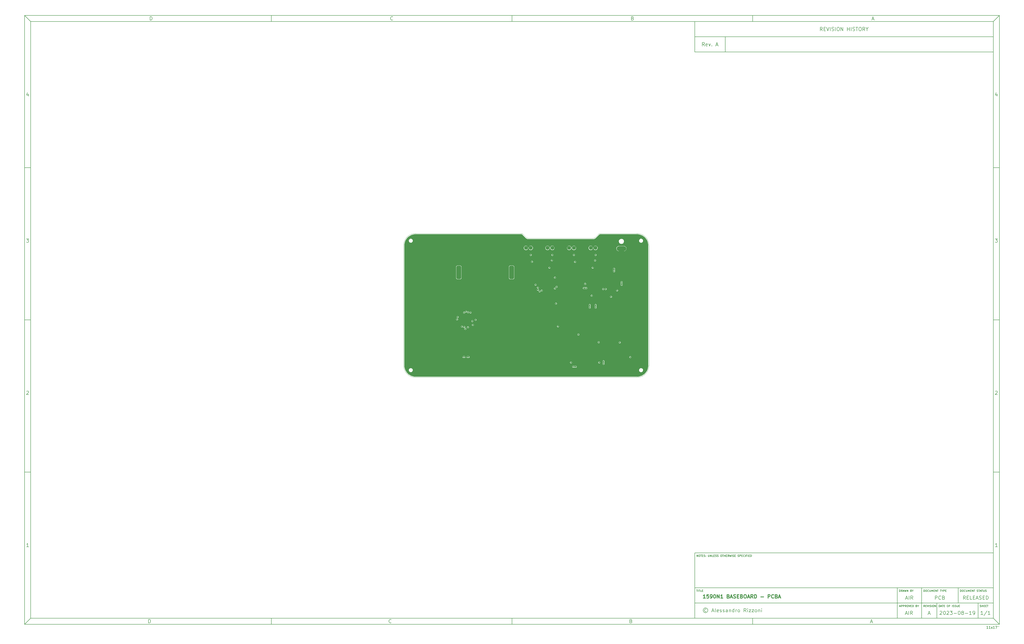
<source format=gbr>
%TF.GenerationSoftware,KiCad,Pcbnew,7.0.7*%
%TF.CreationDate,2023-09-27T18:03:17-04:00*%
%TF.ProjectId,baseboard,62617365-626f-4617-9264-2e6b69636164,A*%
%TF.SameCoordinates,Original*%
%TF.FileFunction,Copper,L4,Inr*%
%TF.FilePolarity,Positive*%
%FSLAX46Y46*%
G04 Gerber Fmt 4.6, Leading zero omitted, Abs format (unit mm)*
G04 Created by KiCad (PCBNEW 7.0.7) date 2023-09-27 18:03:17*
%MOMM*%
%LPD*%
G01*
G04 APERTURE LIST*
G04 Aperture macros list*
%AMRoundRect*
0 Rectangle with rounded corners*
0 $1 Rounding radius*
0 $2 $3 $4 $5 $6 $7 $8 $9 X,Y pos of 4 corners*
0 Add a 4 corners polygon primitive as box body*
4,1,4,$2,$3,$4,$5,$6,$7,$8,$9,$2,$3,0*
0 Add four circle primitives for the rounded corners*
1,1,$1+$1,$2,$3*
1,1,$1+$1,$4,$5*
1,1,$1+$1,$6,$7*
1,1,$1+$1,$8,$9*
0 Add four rect primitives between the rounded corners*
20,1,$1+$1,$2,$3,$4,$5,0*
20,1,$1+$1,$4,$5,$6,$7,0*
20,1,$1+$1,$6,$7,$8,$9,0*
20,1,$1+$1,$8,$9,$2,$3,0*%
G04 Aperture macros list end*
%ADD10C,0.100000*%
%ADD11C,0.150000*%
%ADD12C,0.300000*%
%TA.AperFunction,EtchedComponent*%
%ADD13C,0.200000*%
%TD*%
%TA.AperFunction,ComponentPad*%
%ADD14C,1.600000*%
%TD*%
%TA.AperFunction,ComponentPad*%
%ADD15O,4.500000X2.250000*%
%TD*%
%TA.AperFunction,ComponentPad*%
%ADD16O,4.000000X2.000000*%
%TD*%
%TA.AperFunction,ComponentPad*%
%ADD17O,2.000000X4.000000*%
%TD*%
%TA.AperFunction,ComponentPad*%
%ADD18RoundRect,0.500000X-0.500000X-2.300000X0.500000X-2.300000X0.500000X2.300000X-0.500000X2.300000X0*%
%TD*%
%TA.AperFunction,ComponentPad*%
%ADD19C,0.600000*%
%TD*%
%TA.AperFunction,ViaPad*%
%ADD20C,0.550000*%
%TD*%
%TA.AperFunction,Profile*%
%ADD21C,0.050000*%
%TD*%
G04 APERTURE END LIST*
D10*
D11*
X412213572Y-262654128D02*
X411356429Y-262654128D01*
X411785000Y-262654128D02*
X411785000Y-261154128D01*
X411785000Y-261154128D02*
X411642143Y-261368414D01*
X411642143Y-261368414D02*
X411499286Y-261511271D01*
X411499286Y-261511271D02*
X411356429Y-261582700D01*
X413927857Y-261082700D02*
X412642143Y-263011271D01*
X415213572Y-262654128D02*
X414356429Y-262654128D01*
X414785000Y-262654128D02*
X414785000Y-261154128D01*
X414785000Y-261154128D02*
X414642143Y-261368414D01*
X414642143Y-261368414D02*
X414499286Y-261511271D01*
X414499286Y-261511271D02*
X414356429Y-261582700D01*
D10*
D11*
X292809874Y-252259295D02*
X293267017Y-252259295D01*
X293038445Y-253059295D02*
X293038445Y-252259295D01*
X293533684Y-253059295D02*
X293533684Y-252259295D01*
X293800350Y-252259295D02*
X294257493Y-252259295D01*
X294028921Y-253059295D02*
X294028921Y-252259295D01*
X294905112Y-253059295D02*
X294524160Y-253059295D01*
X294524160Y-253059295D02*
X294524160Y-252259295D01*
X295171779Y-252640247D02*
X295438445Y-252640247D01*
X295552731Y-253059295D02*
X295171779Y-253059295D01*
X295171779Y-253059295D02*
X295171779Y-252259295D01*
X295171779Y-252259295D02*
X295552731Y-252259295D01*
D10*
D11*
X387996303Y-259409295D02*
X387729636Y-259028342D01*
X387539160Y-259409295D02*
X387539160Y-258609295D01*
X387539160Y-258609295D02*
X387843922Y-258609295D01*
X387843922Y-258609295D02*
X387920112Y-258647390D01*
X387920112Y-258647390D02*
X387958207Y-258685485D01*
X387958207Y-258685485D02*
X387996303Y-258761676D01*
X387996303Y-258761676D02*
X387996303Y-258875961D01*
X387996303Y-258875961D02*
X387958207Y-258952152D01*
X387958207Y-258952152D02*
X387920112Y-258990247D01*
X387920112Y-258990247D02*
X387843922Y-259028342D01*
X387843922Y-259028342D02*
X387539160Y-259028342D01*
X388339160Y-258990247D02*
X388605826Y-258990247D01*
X388720112Y-259409295D02*
X388339160Y-259409295D01*
X388339160Y-259409295D02*
X388339160Y-258609295D01*
X388339160Y-258609295D02*
X388720112Y-258609295D01*
X388948684Y-258609295D02*
X389215351Y-259409295D01*
X389215351Y-259409295D02*
X389482017Y-258609295D01*
X389748684Y-259409295D02*
X389748684Y-258609295D01*
X390091540Y-259371200D02*
X390205826Y-259409295D01*
X390205826Y-259409295D02*
X390396302Y-259409295D01*
X390396302Y-259409295D02*
X390472493Y-259371200D01*
X390472493Y-259371200D02*
X390510588Y-259333104D01*
X390510588Y-259333104D02*
X390548683Y-259256914D01*
X390548683Y-259256914D02*
X390548683Y-259180723D01*
X390548683Y-259180723D02*
X390510588Y-259104533D01*
X390510588Y-259104533D02*
X390472493Y-259066438D01*
X390472493Y-259066438D02*
X390396302Y-259028342D01*
X390396302Y-259028342D02*
X390243921Y-258990247D01*
X390243921Y-258990247D02*
X390167731Y-258952152D01*
X390167731Y-258952152D02*
X390129636Y-258914057D01*
X390129636Y-258914057D02*
X390091540Y-258837866D01*
X390091540Y-258837866D02*
X390091540Y-258761676D01*
X390091540Y-258761676D02*
X390129636Y-258685485D01*
X390129636Y-258685485D02*
X390167731Y-258647390D01*
X390167731Y-258647390D02*
X390243921Y-258609295D01*
X390243921Y-258609295D02*
X390434398Y-258609295D01*
X390434398Y-258609295D02*
X390548683Y-258647390D01*
X390891541Y-259409295D02*
X390891541Y-258609295D01*
X391424874Y-258609295D02*
X391577255Y-258609295D01*
X391577255Y-258609295D02*
X391653445Y-258647390D01*
X391653445Y-258647390D02*
X391729636Y-258723580D01*
X391729636Y-258723580D02*
X391767731Y-258875961D01*
X391767731Y-258875961D02*
X391767731Y-259142628D01*
X391767731Y-259142628D02*
X391729636Y-259295009D01*
X391729636Y-259295009D02*
X391653445Y-259371200D01*
X391653445Y-259371200D02*
X391577255Y-259409295D01*
X391577255Y-259409295D02*
X391424874Y-259409295D01*
X391424874Y-259409295D02*
X391348683Y-259371200D01*
X391348683Y-259371200D02*
X391272493Y-259295009D01*
X391272493Y-259295009D02*
X391234397Y-259142628D01*
X391234397Y-259142628D02*
X391234397Y-258875961D01*
X391234397Y-258875961D02*
X391272493Y-258723580D01*
X391272493Y-258723580D02*
X391348683Y-258647390D01*
X391348683Y-258647390D02*
X391424874Y-258609295D01*
X392110588Y-259409295D02*
X392110588Y-258609295D01*
X392110588Y-258609295D02*
X392567731Y-259409295D01*
X392567731Y-259409295D02*
X392567731Y-258609295D01*
D10*
D11*
X393889160Y-259409295D02*
X393889160Y-258609295D01*
X393889160Y-258609295D02*
X394079636Y-258609295D01*
X394079636Y-258609295D02*
X394193922Y-258647390D01*
X394193922Y-258647390D02*
X394270112Y-258723580D01*
X394270112Y-258723580D02*
X394308207Y-258799771D01*
X394308207Y-258799771D02*
X394346303Y-258952152D01*
X394346303Y-258952152D02*
X394346303Y-259066438D01*
X394346303Y-259066438D02*
X394308207Y-259218819D01*
X394308207Y-259218819D02*
X394270112Y-259295009D01*
X394270112Y-259295009D02*
X394193922Y-259371200D01*
X394193922Y-259371200D02*
X394079636Y-259409295D01*
X394079636Y-259409295D02*
X393889160Y-259409295D01*
X394651064Y-259180723D02*
X395032017Y-259180723D01*
X394574874Y-259409295D02*
X394841541Y-258609295D01*
X394841541Y-258609295D02*
X395108207Y-259409295D01*
X395260588Y-258609295D02*
X395717731Y-258609295D01*
X395489159Y-259409295D02*
X395489159Y-258609295D01*
X395984398Y-258990247D02*
X396251064Y-258990247D01*
X396365350Y-259409295D02*
X395984398Y-259409295D01*
X395984398Y-259409295D02*
X395984398Y-258609295D01*
X395984398Y-258609295D02*
X396365350Y-258609295D01*
X397470113Y-258609295D02*
X397622494Y-258609295D01*
X397622494Y-258609295D02*
X397698684Y-258647390D01*
X397698684Y-258647390D02*
X397774875Y-258723580D01*
X397774875Y-258723580D02*
X397812970Y-258875961D01*
X397812970Y-258875961D02*
X397812970Y-259142628D01*
X397812970Y-259142628D02*
X397774875Y-259295009D01*
X397774875Y-259295009D02*
X397698684Y-259371200D01*
X397698684Y-259371200D02*
X397622494Y-259409295D01*
X397622494Y-259409295D02*
X397470113Y-259409295D01*
X397470113Y-259409295D02*
X397393922Y-259371200D01*
X397393922Y-259371200D02*
X397317732Y-259295009D01*
X397317732Y-259295009D02*
X397279636Y-259142628D01*
X397279636Y-259142628D02*
X397279636Y-258875961D01*
X397279636Y-258875961D02*
X397317732Y-258723580D01*
X397317732Y-258723580D02*
X397393922Y-258647390D01*
X397393922Y-258647390D02*
X397470113Y-258609295D01*
X398422493Y-258990247D02*
X398155827Y-258990247D01*
X398155827Y-259409295D02*
X398155827Y-258609295D01*
X398155827Y-258609295D02*
X398536779Y-258609295D01*
X399451065Y-259409295D02*
X399451065Y-258609295D01*
X399793921Y-259371200D02*
X399908207Y-259409295D01*
X399908207Y-259409295D02*
X400098683Y-259409295D01*
X400098683Y-259409295D02*
X400174874Y-259371200D01*
X400174874Y-259371200D02*
X400212969Y-259333104D01*
X400212969Y-259333104D02*
X400251064Y-259256914D01*
X400251064Y-259256914D02*
X400251064Y-259180723D01*
X400251064Y-259180723D02*
X400212969Y-259104533D01*
X400212969Y-259104533D02*
X400174874Y-259066438D01*
X400174874Y-259066438D02*
X400098683Y-259028342D01*
X400098683Y-259028342D02*
X399946302Y-258990247D01*
X399946302Y-258990247D02*
X399870112Y-258952152D01*
X399870112Y-258952152D02*
X399832017Y-258914057D01*
X399832017Y-258914057D02*
X399793921Y-258837866D01*
X399793921Y-258837866D02*
X399793921Y-258761676D01*
X399793921Y-258761676D02*
X399832017Y-258685485D01*
X399832017Y-258685485D02*
X399870112Y-258647390D01*
X399870112Y-258647390D02*
X399946302Y-258609295D01*
X399946302Y-258609295D02*
X400136779Y-258609295D01*
X400136779Y-258609295D02*
X400251064Y-258647390D01*
X400555826Y-259371200D02*
X400670112Y-259409295D01*
X400670112Y-259409295D02*
X400860588Y-259409295D01*
X400860588Y-259409295D02*
X400936779Y-259371200D01*
X400936779Y-259371200D02*
X400974874Y-259333104D01*
X400974874Y-259333104D02*
X401012969Y-259256914D01*
X401012969Y-259256914D02*
X401012969Y-259180723D01*
X401012969Y-259180723D02*
X400974874Y-259104533D01*
X400974874Y-259104533D02*
X400936779Y-259066438D01*
X400936779Y-259066438D02*
X400860588Y-259028342D01*
X400860588Y-259028342D02*
X400708207Y-258990247D01*
X400708207Y-258990247D02*
X400632017Y-258952152D01*
X400632017Y-258952152D02*
X400593922Y-258914057D01*
X400593922Y-258914057D02*
X400555826Y-258837866D01*
X400555826Y-258837866D02*
X400555826Y-258761676D01*
X400555826Y-258761676D02*
X400593922Y-258685485D01*
X400593922Y-258685485D02*
X400632017Y-258647390D01*
X400632017Y-258647390D02*
X400708207Y-258609295D01*
X400708207Y-258609295D02*
X400898684Y-258609295D01*
X400898684Y-258609295D02*
X401012969Y-258647390D01*
X401355827Y-258609295D02*
X401355827Y-259256914D01*
X401355827Y-259256914D02*
X401393922Y-259333104D01*
X401393922Y-259333104D02*
X401432017Y-259371200D01*
X401432017Y-259371200D02*
X401508208Y-259409295D01*
X401508208Y-259409295D02*
X401660589Y-259409295D01*
X401660589Y-259409295D02*
X401736779Y-259371200D01*
X401736779Y-259371200D02*
X401774874Y-259333104D01*
X401774874Y-259333104D02*
X401812970Y-259256914D01*
X401812970Y-259256914D02*
X401812970Y-258609295D01*
X402193922Y-258990247D02*
X402460588Y-258990247D01*
X402574874Y-259409295D02*
X402193922Y-259409295D01*
X402193922Y-259409295D02*
X402193922Y-258609295D01*
X402193922Y-258609295D02*
X402574874Y-258609295D01*
D10*
D11*
X410996064Y-259371200D02*
X411110350Y-259409295D01*
X411110350Y-259409295D02*
X411300826Y-259409295D01*
X411300826Y-259409295D02*
X411377017Y-259371200D01*
X411377017Y-259371200D02*
X411415112Y-259333104D01*
X411415112Y-259333104D02*
X411453207Y-259256914D01*
X411453207Y-259256914D02*
X411453207Y-259180723D01*
X411453207Y-259180723D02*
X411415112Y-259104533D01*
X411415112Y-259104533D02*
X411377017Y-259066438D01*
X411377017Y-259066438D02*
X411300826Y-259028342D01*
X411300826Y-259028342D02*
X411148445Y-258990247D01*
X411148445Y-258990247D02*
X411072255Y-258952152D01*
X411072255Y-258952152D02*
X411034160Y-258914057D01*
X411034160Y-258914057D02*
X410996064Y-258837866D01*
X410996064Y-258837866D02*
X410996064Y-258761676D01*
X410996064Y-258761676D02*
X411034160Y-258685485D01*
X411034160Y-258685485D02*
X411072255Y-258647390D01*
X411072255Y-258647390D02*
X411148445Y-258609295D01*
X411148445Y-258609295D02*
X411338922Y-258609295D01*
X411338922Y-258609295D02*
X411453207Y-258647390D01*
X411796065Y-259409295D02*
X411796065Y-258609295D01*
X411796065Y-258990247D02*
X412253208Y-258990247D01*
X412253208Y-259409295D02*
X412253208Y-258609295D01*
X412634160Y-258990247D02*
X412900826Y-258990247D01*
X413015112Y-259409295D02*
X412634160Y-259409295D01*
X412634160Y-259409295D02*
X412634160Y-258609295D01*
X412634160Y-258609295D02*
X413015112Y-258609295D01*
X413357970Y-258990247D02*
X413624636Y-258990247D01*
X413738922Y-259409295D02*
X413357970Y-259409295D01*
X413357970Y-259409295D02*
X413357970Y-258609295D01*
X413357970Y-258609295D02*
X413738922Y-258609295D01*
X413967494Y-258609295D02*
X414424637Y-258609295D01*
X414196065Y-259409295D02*
X414196065Y-258609295D01*
D10*
D11*
X392342142Y-256304128D02*
X392342142Y-254804128D01*
X392342142Y-254804128D02*
X392913571Y-254804128D01*
X392913571Y-254804128D02*
X393056428Y-254875557D01*
X393056428Y-254875557D02*
X393127857Y-254946985D01*
X393127857Y-254946985D02*
X393199285Y-255089842D01*
X393199285Y-255089842D02*
X393199285Y-255304128D01*
X393199285Y-255304128D02*
X393127857Y-255446985D01*
X393127857Y-255446985D02*
X393056428Y-255518414D01*
X393056428Y-255518414D02*
X392913571Y-255589842D01*
X392913571Y-255589842D02*
X392342142Y-255589842D01*
X394699285Y-256161271D02*
X394627857Y-256232700D01*
X394627857Y-256232700D02*
X394413571Y-256304128D01*
X394413571Y-256304128D02*
X394270714Y-256304128D01*
X394270714Y-256304128D02*
X394056428Y-256232700D01*
X394056428Y-256232700D02*
X393913571Y-256089842D01*
X393913571Y-256089842D02*
X393842142Y-255946985D01*
X393842142Y-255946985D02*
X393770714Y-255661271D01*
X393770714Y-255661271D02*
X393770714Y-255446985D01*
X393770714Y-255446985D02*
X393842142Y-255161271D01*
X393842142Y-255161271D02*
X393913571Y-255018414D01*
X393913571Y-255018414D02*
X394056428Y-254875557D01*
X394056428Y-254875557D02*
X394270714Y-254804128D01*
X394270714Y-254804128D02*
X394413571Y-254804128D01*
X394413571Y-254804128D02*
X394627857Y-254875557D01*
X394627857Y-254875557D02*
X394699285Y-254946985D01*
X395842142Y-255518414D02*
X396056428Y-255589842D01*
X396056428Y-255589842D02*
X396127857Y-255661271D01*
X396127857Y-255661271D02*
X396199285Y-255804128D01*
X396199285Y-255804128D02*
X396199285Y-256018414D01*
X396199285Y-256018414D02*
X396127857Y-256161271D01*
X396127857Y-256161271D02*
X396056428Y-256232700D01*
X396056428Y-256232700D02*
X395913571Y-256304128D01*
X395913571Y-256304128D02*
X395342142Y-256304128D01*
X395342142Y-256304128D02*
X395342142Y-254804128D01*
X395342142Y-254804128D02*
X395842142Y-254804128D01*
X395842142Y-254804128D02*
X395985000Y-254875557D01*
X395985000Y-254875557D02*
X396056428Y-254946985D01*
X396056428Y-254946985D02*
X396127857Y-255089842D01*
X396127857Y-255089842D02*
X396127857Y-255232700D01*
X396127857Y-255232700D02*
X396056428Y-255375557D01*
X396056428Y-255375557D02*
X395985000Y-255446985D01*
X395985000Y-255446985D02*
X395842142Y-255518414D01*
X395842142Y-255518414D02*
X395342142Y-255518414D01*
D10*
D11*
X377468064Y-259180723D02*
X377849017Y-259180723D01*
X377391874Y-259409295D02*
X377658541Y-258609295D01*
X377658541Y-258609295D02*
X377925207Y-259409295D01*
X378191874Y-259409295D02*
X378191874Y-258609295D01*
X378191874Y-258609295D02*
X378496636Y-258609295D01*
X378496636Y-258609295D02*
X378572826Y-258647390D01*
X378572826Y-258647390D02*
X378610921Y-258685485D01*
X378610921Y-258685485D02*
X378649017Y-258761676D01*
X378649017Y-258761676D02*
X378649017Y-258875961D01*
X378649017Y-258875961D02*
X378610921Y-258952152D01*
X378610921Y-258952152D02*
X378572826Y-258990247D01*
X378572826Y-258990247D02*
X378496636Y-259028342D01*
X378496636Y-259028342D02*
X378191874Y-259028342D01*
X378991874Y-259409295D02*
X378991874Y-258609295D01*
X378991874Y-258609295D02*
X379296636Y-258609295D01*
X379296636Y-258609295D02*
X379372826Y-258647390D01*
X379372826Y-258647390D02*
X379410921Y-258685485D01*
X379410921Y-258685485D02*
X379449017Y-258761676D01*
X379449017Y-258761676D02*
X379449017Y-258875961D01*
X379449017Y-258875961D02*
X379410921Y-258952152D01*
X379410921Y-258952152D02*
X379372826Y-258990247D01*
X379372826Y-258990247D02*
X379296636Y-259028342D01*
X379296636Y-259028342D02*
X378991874Y-259028342D01*
X380249017Y-259409295D02*
X379982350Y-259028342D01*
X379791874Y-259409295D02*
X379791874Y-258609295D01*
X379791874Y-258609295D02*
X380096636Y-258609295D01*
X380096636Y-258609295D02*
X380172826Y-258647390D01*
X380172826Y-258647390D02*
X380210921Y-258685485D01*
X380210921Y-258685485D02*
X380249017Y-258761676D01*
X380249017Y-258761676D02*
X380249017Y-258875961D01*
X380249017Y-258875961D02*
X380210921Y-258952152D01*
X380210921Y-258952152D02*
X380172826Y-258990247D01*
X380172826Y-258990247D02*
X380096636Y-259028342D01*
X380096636Y-259028342D02*
X379791874Y-259028342D01*
X380744255Y-258609295D02*
X380896636Y-258609295D01*
X380896636Y-258609295D02*
X380972826Y-258647390D01*
X380972826Y-258647390D02*
X381049017Y-258723580D01*
X381049017Y-258723580D02*
X381087112Y-258875961D01*
X381087112Y-258875961D02*
X381087112Y-259142628D01*
X381087112Y-259142628D02*
X381049017Y-259295009D01*
X381049017Y-259295009D02*
X380972826Y-259371200D01*
X380972826Y-259371200D02*
X380896636Y-259409295D01*
X380896636Y-259409295D02*
X380744255Y-259409295D01*
X380744255Y-259409295D02*
X380668064Y-259371200D01*
X380668064Y-259371200D02*
X380591874Y-259295009D01*
X380591874Y-259295009D02*
X380553778Y-259142628D01*
X380553778Y-259142628D02*
X380553778Y-258875961D01*
X380553778Y-258875961D02*
X380591874Y-258723580D01*
X380591874Y-258723580D02*
X380668064Y-258647390D01*
X380668064Y-258647390D02*
X380744255Y-258609295D01*
X381315683Y-258609295D02*
X381582350Y-259409295D01*
X381582350Y-259409295D02*
X381849016Y-258609295D01*
X382115683Y-258990247D02*
X382382349Y-258990247D01*
X382496635Y-259409295D02*
X382115683Y-259409295D01*
X382115683Y-259409295D02*
X382115683Y-258609295D01*
X382115683Y-258609295D02*
X382496635Y-258609295D01*
X382839493Y-259409295D02*
X382839493Y-258609295D01*
X382839493Y-258609295D02*
X383029969Y-258609295D01*
X383029969Y-258609295D02*
X383144255Y-258647390D01*
X383144255Y-258647390D02*
X383220445Y-258723580D01*
X383220445Y-258723580D02*
X383258540Y-258799771D01*
X383258540Y-258799771D02*
X383296636Y-258952152D01*
X383296636Y-258952152D02*
X383296636Y-259066438D01*
X383296636Y-259066438D02*
X383258540Y-259218819D01*
X383258540Y-259218819D02*
X383220445Y-259295009D01*
X383220445Y-259295009D02*
X383144255Y-259371200D01*
X383144255Y-259371200D02*
X383029969Y-259409295D01*
X383029969Y-259409295D02*
X382839493Y-259409295D01*
X384515683Y-258990247D02*
X384629969Y-259028342D01*
X384629969Y-259028342D02*
X384668064Y-259066438D01*
X384668064Y-259066438D02*
X384706160Y-259142628D01*
X384706160Y-259142628D02*
X384706160Y-259256914D01*
X384706160Y-259256914D02*
X384668064Y-259333104D01*
X384668064Y-259333104D02*
X384629969Y-259371200D01*
X384629969Y-259371200D02*
X384553779Y-259409295D01*
X384553779Y-259409295D02*
X384249017Y-259409295D01*
X384249017Y-259409295D02*
X384249017Y-258609295D01*
X384249017Y-258609295D02*
X384515683Y-258609295D01*
X384515683Y-258609295D02*
X384591874Y-258647390D01*
X384591874Y-258647390D02*
X384629969Y-258685485D01*
X384629969Y-258685485D02*
X384668064Y-258761676D01*
X384668064Y-258761676D02*
X384668064Y-258837866D01*
X384668064Y-258837866D02*
X384629969Y-258914057D01*
X384629969Y-258914057D02*
X384591874Y-258952152D01*
X384591874Y-258952152D02*
X384515683Y-258990247D01*
X384515683Y-258990247D02*
X384249017Y-258990247D01*
X385201398Y-259028342D02*
X385201398Y-259409295D01*
X384934731Y-258609295D02*
X385201398Y-259028342D01*
X385201398Y-259028342D02*
X385468064Y-258609295D01*
D10*
D11*
X296845112Y-260418271D02*
X296702255Y-260346842D01*
X296702255Y-260346842D02*
X296416541Y-260346842D01*
X296416541Y-260346842D02*
X296273684Y-260418271D01*
X296273684Y-260418271D02*
X296130826Y-260561128D01*
X296130826Y-260561128D02*
X296059398Y-260703985D01*
X296059398Y-260703985D02*
X296059398Y-260989700D01*
X296059398Y-260989700D02*
X296130826Y-261132557D01*
X296130826Y-261132557D02*
X296273684Y-261275414D01*
X296273684Y-261275414D02*
X296416541Y-261346842D01*
X296416541Y-261346842D02*
X296702255Y-261346842D01*
X296702255Y-261346842D02*
X296845112Y-261275414D01*
X296559398Y-259846842D02*
X296202255Y-259918271D01*
X296202255Y-259918271D02*
X295845112Y-260132557D01*
X295845112Y-260132557D02*
X295630826Y-260489700D01*
X295630826Y-260489700D02*
X295559398Y-260846842D01*
X295559398Y-260846842D02*
X295630826Y-261203985D01*
X295630826Y-261203985D02*
X295845112Y-261561128D01*
X295845112Y-261561128D02*
X296202255Y-261775414D01*
X296202255Y-261775414D02*
X296559398Y-261846842D01*
X296559398Y-261846842D02*
X296916541Y-261775414D01*
X296916541Y-261775414D02*
X297273684Y-261561128D01*
X297273684Y-261561128D02*
X297487969Y-261203985D01*
X297487969Y-261203985D02*
X297559398Y-260846842D01*
X297559398Y-260846842D02*
X297487969Y-260489700D01*
X297487969Y-260489700D02*
X297273684Y-260132557D01*
X297273684Y-260132557D02*
X296916541Y-259918271D01*
X296916541Y-259918271D02*
X296559398Y-259846842D01*
X299273684Y-261132557D02*
X299987970Y-261132557D01*
X299130827Y-261561128D02*
X299630827Y-260061128D01*
X299630827Y-260061128D02*
X300130827Y-261561128D01*
X300845112Y-261561128D02*
X300702255Y-261489700D01*
X300702255Y-261489700D02*
X300630826Y-261346842D01*
X300630826Y-261346842D02*
X300630826Y-260061128D01*
X301987969Y-261489700D02*
X301845112Y-261561128D01*
X301845112Y-261561128D02*
X301559398Y-261561128D01*
X301559398Y-261561128D02*
X301416540Y-261489700D01*
X301416540Y-261489700D02*
X301345112Y-261346842D01*
X301345112Y-261346842D02*
X301345112Y-260775414D01*
X301345112Y-260775414D02*
X301416540Y-260632557D01*
X301416540Y-260632557D02*
X301559398Y-260561128D01*
X301559398Y-260561128D02*
X301845112Y-260561128D01*
X301845112Y-260561128D02*
X301987969Y-260632557D01*
X301987969Y-260632557D02*
X302059398Y-260775414D01*
X302059398Y-260775414D02*
X302059398Y-260918271D01*
X302059398Y-260918271D02*
X301345112Y-261061128D01*
X302630826Y-261489700D02*
X302773683Y-261561128D01*
X302773683Y-261561128D02*
X303059397Y-261561128D01*
X303059397Y-261561128D02*
X303202254Y-261489700D01*
X303202254Y-261489700D02*
X303273683Y-261346842D01*
X303273683Y-261346842D02*
X303273683Y-261275414D01*
X303273683Y-261275414D02*
X303202254Y-261132557D01*
X303202254Y-261132557D02*
X303059397Y-261061128D01*
X303059397Y-261061128D02*
X302845112Y-261061128D01*
X302845112Y-261061128D02*
X302702254Y-260989700D01*
X302702254Y-260989700D02*
X302630826Y-260846842D01*
X302630826Y-260846842D02*
X302630826Y-260775414D01*
X302630826Y-260775414D02*
X302702254Y-260632557D01*
X302702254Y-260632557D02*
X302845112Y-260561128D01*
X302845112Y-260561128D02*
X303059397Y-260561128D01*
X303059397Y-260561128D02*
X303202254Y-260632557D01*
X303845112Y-261489700D02*
X303987969Y-261561128D01*
X303987969Y-261561128D02*
X304273683Y-261561128D01*
X304273683Y-261561128D02*
X304416540Y-261489700D01*
X304416540Y-261489700D02*
X304487969Y-261346842D01*
X304487969Y-261346842D02*
X304487969Y-261275414D01*
X304487969Y-261275414D02*
X304416540Y-261132557D01*
X304416540Y-261132557D02*
X304273683Y-261061128D01*
X304273683Y-261061128D02*
X304059398Y-261061128D01*
X304059398Y-261061128D02*
X303916540Y-260989700D01*
X303916540Y-260989700D02*
X303845112Y-260846842D01*
X303845112Y-260846842D02*
X303845112Y-260775414D01*
X303845112Y-260775414D02*
X303916540Y-260632557D01*
X303916540Y-260632557D02*
X304059398Y-260561128D01*
X304059398Y-260561128D02*
X304273683Y-260561128D01*
X304273683Y-260561128D02*
X304416540Y-260632557D01*
X305773684Y-261561128D02*
X305773684Y-260775414D01*
X305773684Y-260775414D02*
X305702255Y-260632557D01*
X305702255Y-260632557D02*
X305559398Y-260561128D01*
X305559398Y-260561128D02*
X305273684Y-260561128D01*
X305273684Y-260561128D02*
X305130826Y-260632557D01*
X305773684Y-261489700D02*
X305630826Y-261561128D01*
X305630826Y-261561128D02*
X305273684Y-261561128D01*
X305273684Y-261561128D02*
X305130826Y-261489700D01*
X305130826Y-261489700D02*
X305059398Y-261346842D01*
X305059398Y-261346842D02*
X305059398Y-261203985D01*
X305059398Y-261203985D02*
X305130826Y-261061128D01*
X305130826Y-261061128D02*
X305273684Y-260989700D01*
X305273684Y-260989700D02*
X305630826Y-260989700D01*
X305630826Y-260989700D02*
X305773684Y-260918271D01*
X306487969Y-260561128D02*
X306487969Y-261561128D01*
X306487969Y-260703985D02*
X306559398Y-260632557D01*
X306559398Y-260632557D02*
X306702255Y-260561128D01*
X306702255Y-260561128D02*
X306916541Y-260561128D01*
X306916541Y-260561128D02*
X307059398Y-260632557D01*
X307059398Y-260632557D02*
X307130827Y-260775414D01*
X307130827Y-260775414D02*
X307130827Y-261561128D01*
X308487970Y-261561128D02*
X308487970Y-260061128D01*
X308487970Y-261489700D02*
X308345112Y-261561128D01*
X308345112Y-261561128D02*
X308059398Y-261561128D01*
X308059398Y-261561128D02*
X307916541Y-261489700D01*
X307916541Y-261489700D02*
X307845112Y-261418271D01*
X307845112Y-261418271D02*
X307773684Y-261275414D01*
X307773684Y-261275414D02*
X307773684Y-260846842D01*
X307773684Y-260846842D02*
X307845112Y-260703985D01*
X307845112Y-260703985D02*
X307916541Y-260632557D01*
X307916541Y-260632557D02*
X308059398Y-260561128D01*
X308059398Y-260561128D02*
X308345112Y-260561128D01*
X308345112Y-260561128D02*
X308487970Y-260632557D01*
X309202255Y-261561128D02*
X309202255Y-260561128D01*
X309202255Y-260846842D02*
X309273684Y-260703985D01*
X309273684Y-260703985D02*
X309345113Y-260632557D01*
X309345113Y-260632557D02*
X309487970Y-260561128D01*
X309487970Y-260561128D02*
X309630827Y-260561128D01*
X310345112Y-261561128D02*
X310202255Y-261489700D01*
X310202255Y-261489700D02*
X310130826Y-261418271D01*
X310130826Y-261418271D02*
X310059398Y-261275414D01*
X310059398Y-261275414D02*
X310059398Y-260846842D01*
X310059398Y-260846842D02*
X310130826Y-260703985D01*
X310130826Y-260703985D02*
X310202255Y-260632557D01*
X310202255Y-260632557D02*
X310345112Y-260561128D01*
X310345112Y-260561128D02*
X310559398Y-260561128D01*
X310559398Y-260561128D02*
X310702255Y-260632557D01*
X310702255Y-260632557D02*
X310773684Y-260703985D01*
X310773684Y-260703985D02*
X310845112Y-260846842D01*
X310845112Y-260846842D02*
X310845112Y-261275414D01*
X310845112Y-261275414D02*
X310773684Y-261418271D01*
X310773684Y-261418271D02*
X310702255Y-261489700D01*
X310702255Y-261489700D02*
X310559398Y-261561128D01*
X310559398Y-261561128D02*
X310345112Y-261561128D01*
X313487969Y-261561128D02*
X312987969Y-260846842D01*
X312630826Y-261561128D02*
X312630826Y-260061128D01*
X312630826Y-260061128D02*
X313202255Y-260061128D01*
X313202255Y-260061128D02*
X313345112Y-260132557D01*
X313345112Y-260132557D02*
X313416541Y-260203985D01*
X313416541Y-260203985D02*
X313487969Y-260346842D01*
X313487969Y-260346842D02*
X313487969Y-260561128D01*
X313487969Y-260561128D02*
X313416541Y-260703985D01*
X313416541Y-260703985D02*
X313345112Y-260775414D01*
X313345112Y-260775414D02*
X313202255Y-260846842D01*
X313202255Y-260846842D02*
X312630826Y-260846842D01*
X314130826Y-261561128D02*
X314130826Y-260561128D01*
X314130826Y-260061128D02*
X314059398Y-260132557D01*
X314059398Y-260132557D02*
X314130826Y-260203985D01*
X314130826Y-260203985D02*
X314202255Y-260132557D01*
X314202255Y-260132557D02*
X314130826Y-260061128D01*
X314130826Y-260061128D02*
X314130826Y-260203985D01*
X314702255Y-260561128D02*
X315487970Y-260561128D01*
X315487970Y-260561128D02*
X314702255Y-261561128D01*
X314702255Y-261561128D02*
X315487970Y-261561128D01*
X315916541Y-260561128D02*
X316702256Y-260561128D01*
X316702256Y-260561128D02*
X315916541Y-261561128D01*
X315916541Y-261561128D02*
X316702256Y-261561128D01*
X317487970Y-261561128D02*
X317345113Y-261489700D01*
X317345113Y-261489700D02*
X317273684Y-261418271D01*
X317273684Y-261418271D02*
X317202256Y-261275414D01*
X317202256Y-261275414D02*
X317202256Y-260846842D01*
X317202256Y-260846842D02*
X317273684Y-260703985D01*
X317273684Y-260703985D02*
X317345113Y-260632557D01*
X317345113Y-260632557D02*
X317487970Y-260561128D01*
X317487970Y-260561128D02*
X317702256Y-260561128D01*
X317702256Y-260561128D02*
X317845113Y-260632557D01*
X317845113Y-260632557D02*
X317916542Y-260703985D01*
X317916542Y-260703985D02*
X317987970Y-260846842D01*
X317987970Y-260846842D02*
X317987970Y-261275414D01*
X317987970Y-261275414D02*
X317916542Y-261418271D01*
X317916542Y-261418271D02*
X317845113Y-261489700D01*
X317845113Y-261489700D02*
X317702256Y-261561128D01*
X317702256Y-261561128D02*
X317487970Y-261561128D01*
X318630827Y-260561128D02*
X318630827Y-261561128D01*
X318630827Y-260703985D02*
X318702256Y-260632557D01*
X318702256Y-260632557D02*
X318845113Y-260561128D01*
X318845113Y-260561128D02*
X319059399Y-260561128D01*
X319059399Y-260561128D02*
X319202256Y-260632557D01*
X319202256Y-260632557D02*
X319273685Y-260775414D01*
X319273685Y-260775414D02*
X319273685Y-261561128D01*
X319987970Y-261561128D02*
X319987970Y-260561128D01*
X319987970Y-260061128D02*
X319916542Y-260132557D01*
X319916542Y-260132557D02*
X319987970Y-260203985D01*
X319987970Y-260203985D02*
X320059399Y-260132557D01*
X320059399Y-260132557D02*
X319987970Y-260061128D01*
X319987970Y-260061128D02*
X319987970Y-260203985D01*
D10*
D11*
X380070714Y-255875557D02*
X380785000Y-255875557D01*
X379927857Y-256304128D02*
X380427857Y-254804128D01*
X380427857Y-254804128D02*
X380927857Y-256304128D01*
X381427856Y-256304128D02*
X381427856Y-254804128D01*
X382999285Y-256304128D02*
X382499285Y-255589842D01*
X382142142Y-256304128D02*
X382142142Y-254804128D01*
X382142142Y-254804128D02*
X382713571Y-254804128D01*
X382713571Y-254804128D02*
X382856428Y-254875557D01*
X382856428Y-254875557D02*
X382927857Y-254946985D01*
X382927857Y-254946985D02*
X382999285Y-255089842D01*
X382999285Y-255089842D02*
X382999285Y-255304128D01*
X382999285Y-255304128D02*
X382927857Y-255446985D01*
X382927857Y-255446985D02*
X382856428Y-255518414D01*
X382856428Y-255518414D02*
X382713571Y-255589842D01*
X382713571Y-255589842D02*
X382142142Y-255589842D01*
D10*
D11*
X379943714Y-262225557D02*
X380658000Y-262225557D01*
X379800857Y-262654128D02*
X380300857Y-261154128D01*
X380300857Y-261154128D02*
X380800857Y-262654128D01*
X381300856Y-262654128D02*
X381300856Y-261154128D01*
X382872285Y-262654128D02*
X382372285Y-261939842D01*
X382015142Y-262654128D02*
X382015142Y-261154128D01*
X382015142Y-261154128D02*
X382586571Y-261154128D01*
X382586571Y-261154128D02*
X382729428Y-261225557D01*
X382729428Y-261225557D02*
X382800857Y-261296985D01*
X382800857Y-261296985D02*
X382872285Y-261439842D01*
X382872285Y-261439842D02*
X382872285Y-261654128D01*
X382872285Y-261654128D02*
X382800857Y-261796985D01*
X382800857Y-261796985D02*
X382729428Y-261868414D01*
X382729428Y-261868414D02*
X382586571Y-261939842D01*
X382586571Y-261939842D02*
X382015142Y-261939842D01*
D10*
D11*
X402779160Y-253059295D02*
X402779160Y-252259295D01*
X402779160Y-252259295D02*
X402969636Y-252259295D01*
X402969636Y-252259295D02*
X403083922Y-252297390D01*
X403083922Y-252297390D02*
X403160112Y-252373580D01*
X403160112Y-252373580D02*
X403198207Y-252449771D01*
X403198207Y-252449771D02*
X403236303Y-252602152D01*
X403236303Y-252602152D02*
X403236303Y-252716438D01*
X403236303Y-252716438D02*
X403198207Y-252868819D01*
X403198207Y-252868819D02*
X403160112Y-252945009D01*
X403160112Y-252945009D02*
X403083922Y-253021200D01*
X403083922Y-253021200D02*
X402969636Y-253059295D01*
X402969636Y-253059295D02*
X402779160Y-253059295D01*
X403731541Y-252259295D02*
X403883922Y-252259295D01*
X403883922Y-252259295D02*
X403960112Y-252297390D01*
X403960112Y-252297390D02*
X404036303Y-252373580D01*
X404036303Y-252373580D02*
X404074398Y-252525961D01*
X404074398Y-252525961D02*
X404074398Y-252792628D01*
X404074398Y-252792628D02*
X404036303Y-252945009D01*
X404036303Y-252945009D02*
X403960112Y-253021200D01*
X403960112Y-253021200D02*
X403883922Y-253059295D01*
X403883922Y-253059295D02*
X403731541Y-253059295D01*
X403731541Y-253059295D02*
X403655350Y-253021200D01*
X403655350Y-253021200D02*
X403579160Y-252945009D01*
X403579160Y-252945009D02*
X403541064Y-252792628D01*
X403541064Y-252792628D02*
X403541064Y-252525961D01*
X403541064Y-252525961D02*
X403579160Y-252373580D01*
X403579160Y-252373580D02*
X403655350Y-252297390D01*
X403655350Y-252297390D02*
X403731541Y-252259295D01*
X404874398Y-252983104D02*
X404836302Y-253021200D01*
X404836302Y-253021200D02*
X404722017Y-253059295D01*
X404722017Y-253059295D02*
X404645826Y-253059295D01*
X404645826Y-253059295D02*
X404531540Y-253021200D01*
X404531540Y-253021200D02*
X404455350Y-252945009D01*
X404455350Y-252945009D02*
X404417255Y-252868819D01*
X404417255Y-252868819D02*
X404379159Y-252716438D01*
X404379159Y-252716438D02*
X404379159Y-252602152D01*
X404379159Y-252602152D02*
X404417255Y-252449771D01*
X404417255Y-252449771D02*
X404455350Y-252373580D01*
X404455350Y-252373580D02*
X404531540Y-252297390D01*
X404531540Y-252297390D02*
X404645826Y-252259295D01*
X404645826Y-252259295D02*
X404722017Y-252259295D01*
X404722017Y-252259295D02*
X404836302Y-252297390D01*
X404836302Y-252297390D02*
X404874398Y-252335485D01*
X405217255Y-252259295D02*
X405217255Y-252906914D01*
X405217255Y-252906914D02*
X405255350Y-252983104D01*
X405255350Y-252983104D02*
X405293445Y-253021200D01*
X405293445Y-253021200D02*
X405369636Y-253059295D01*
X405369636Y-253059295D02*
X405522017Y-253059295D01*
X405522017Y-253059295D02*
X405598207Y-253021200D01*
X405598207Y-253021200D02*
X405636302Y-252983104D01*
X405636302Y-252983104D02*
X405674398Y-252906914D01*
X405674398Y-252906914D02*
X405674398Y-252259295D01*
X406055350Y-253059295D02*
X406055350Y-252259295D01*
X406055350Y-252259295D02*
X406322016Y-252830723D01*
X406322016Y-252830723D02*
X406588683Y-252259295D01*
X406588683Y-252259295D02*
X406588683Y-253059295D01*
X406969636Y-252640247D02*
X407236302Y-252640247D01*
X407350588Y-253059295D02*
X406969636Y-253059295D01*
X406969636Y-253059295D02*
X406969636Y-252259295D01*
X406969636Y-252259295D02*
X407350588Y-252259295D01*
X407693446Y-253059295D02*
X407693446Y-252259295D01*
X407693446Y-252259295D02*
X408150589Y-253059295D01*
X408150589Y-253059295D02*
X408150589Y-252259295D01*
X408417255Y-252259295D02*
X408874398Y-252259295D01*
X408645826Y-253059295D02*
X408645826Y-252259295D01*
X409712493Y-253021200D02*
X409826779Y-253059295D01*
X409826779Y-253059295D02*
X410017255Y-253059295D01*
X410017255Y-253059295D02*
X410093446Y-253021200D01*
X410093446Y-253021200D02*
X410131541Y-252983104D01*
X410131541Y-252983104D02*
X410169636Y-252906914D01*
X410169636Y-252906914D02*
X410169636Y-252830723D01*
X410169636Y-252830723D02*
X410131541Y-252754533D01*
X410131541Y-252754533D02*
X410093446Y-252716438D01*
X410093446Y-252716438D02*
X410017255Y-252678342D01*
X410017255Y-252678342D02*
X409864874Y-252640247D01*
X409864874Y-252640247D02*
X409788684Y-252602152D01*
X409788684Y-252602152D02*
X409750589Y-252564057D01*
X409750589Y-252564057D02*
X409712493Y-252487866D01*
X409712493Y-252487866D02*
X409712493Y-252411676D01*
X409712493Y-252411676D02*
X409750589Y-252335485D01*
X409750589Y-252335485D02*
X409788684Y-252297390D01*
X409788684Y-252297390D02*
X409864874Y-252259295D01*
X409864874Y-252259295D02*
X410055351Y-252259295D01*
X410055351Y-252259295D02*
X410169636Y-252297390D01*
X410398208Y-252259295D02*
X410855351Y-252259295D01*
X410626779Y-253059295D02*
X410626779Y-252259295D01*
X411083922Y-252830723D02*
X411464875Y-252830723D01*
X411007732Y-253059295D02*
X411274399Y-252259295D01*
X411274399Y-252259295D02*
X411541065Y-253059295D01*
X411693446Y-252259295D02*
X412150589Y-252259295D01*
X411922017Y-253059295D02*
X411922017Y-252259295D01*
X412417256Y-252259295D02*
X412417256Y-252906914D01*
X412417256Y-252906914D02*
X412455351Y-252983104D01*
X412455351Y-252983104D02*
X412493446Y-253021200D01*
X412493446Y-253021200D02*
X412569637Y-253059295D01*
X412569637Y-253059295D02*
X412722018Y-253059295D01*
X412722018Y-253059295D02*
X412798208Y-253021200D01*
X412798208Y-253021200D02*
X412836303Y-252983104D01*
X412836303Y-252983104D02*
X412874399Y-252906914D01*
X412874399Y-252906914D02*
X412874399Y-252259295D01*
X413217255Y-253021200D02*
X413331541Y-253059295D01*
X413331541Y-253059295D02*
X413522017Y-253059295D01*
X413522017Y-253059295D02*
X413598208Y-253021200D01*
X413598208Y-253021200D02*
X413636303Y-252983104D01*
X413636303Y-252983104D02*
X413674398Y-252906914D01*
X413674398Y-252906914D02*
X413674398Y-252830723D01*
X413674398Y-252830723D02*
X413636303Y-252754533D01*
X413636303Y-252754533D02*
X413598208Y-252716438D01*
X413598208Y-252716438D02*
X413522017Y-252678342D01*
X413522017Y-252678342D02*
X413369636Y-252640247D01*
X413369636Y-252640247D02*
X413293446Y-252602152D01*
X413293446Y-252602152D02*
X413255351Y-252564057D01*
X413255351Y-252564057D02*
X413217255Y-252487866D01*
X413217255Y-252487866D02*
X413217255Y-252411676D01*
X413217255Y-252411676D02*
X413255351Y-252335485D01*
X413255351Y-252335485D02*
X413293446Y-252297390D01*
X413293446Y-252297390D02*
X413369636Y-252259295D01*
X413369636Y-252259295D02*
X413560113Y-252259295D01*
X413560113Y-252259295D02*
X413674398Y-252297390D01*
D10*
D11*
X377379160Y-253059295D02*
X377379160Y-252259295D01*
X377379160Y-252259295D02*
X377569636Y-252259295D01*
X377569636Y-252259295D02*
X377683922Y-252297390D01*
X377683922Y-252297390D02*
X377760112Y-252373580D01*
X377760112Y-252373580D02*
X377798207Y-252449771D01*
X377798207Y-252449771D02*
X377836303Y-252602152D01*
X377836303Y-252602152D02*
X377836303Y-252716438D01*
X377836303Y-252716438D02*
X377798207Y-252868819D01*
X377798207Y-252868819D02*
X377760112Y-252945009D01*
X377760112Y-252945009D02*
X377683922Y-253021200D01*
X377683922Y-253021200D02*
X377569636Y-253059295D01*
X377569636Y-253059295D02*
X377379160Y-253059295D01*
X378636303Y-253059295D02*
X378369636Y-252678342D01*
X378179160Y-253059295D02*
X378179160Y-252259295D01*
X378179160Y-252259295D02*
X378483922Y-252259295D01*
X378483922Y-252259295D02*
X378560112Y-252297390D01*
X378560112Y-252297390D02*
X378598207Y-252335485D01*
X378598207Y-252335485D02*
X378636303Y-252411676D01*
X378636303Y-252411676D02*
X378636303Y-252525961D01*
X378636303Y-252525961D02*
X378598207Y-252602152D01*
X378598207Y-252602152D02*
X378560112Y-252640247D01*
X378560112Y-252640247D02*
X378483922Y-252678342D01*
X378483922Y-252678342D02*
X378179160Y-252678342D01*
X378941064Y-252830723D02*
X379322017Y-252830723D01*
X378864874Y-253059295D02*
X379131541Y-252259295D01*
X379131541Y-252259295D02*
X379398207Y-253059295D01*
X379588683Y-252259295D02*
X379779159Y-253059295D01*
X379779159Y-253059295D02*
X379931540Y-252487866D01*
X379931540Y-252487866D02*
X380083921Y-253059295D01*
X380083921Y-253059295D02*
X380274398Y-252259295D01*
X380579160Y-253059295D02*
X380579160Y-252259295D01*
X380579160Y-252259295D02*
X381036303Y-253059295D01*
X381036303Y-253059295D02*
X381036303Y-252259295D01*
X382293445Y-252640247D02*
X382407731Y-252678342D01*
X382407731Y-252678342D02*
X382445826Y-252716438D01*
X382445826Y-252716438D02*
X382483922Y-252792628D01*
X382483922Y-252792628D02*
X382483922Y-252906914D01*
X382483922Y-252906914D02*
X382445826Y-252983104D01*
X382445826Y-252983104D02*
X382407731Y-253021200D01*
X382407731Y-253021200D02*
X382331541Y-253059295D01*
X382331541Y-253059295D02*
X382026779Y-253059295D01*
X382026779Y-253059295D02*
X382026779Y-252259295D01*
X382026779Y-252259295D02*
X382293445Y-252259295D01*
X382293445Y-252259295D02*
X382369636Y-252297390D01*
X382369636Y-252297390D02*
X382407731Y-252335485D01*
X382407731Y-252335485D02*
X382445826Y-252411676D01*
X382445826Y-252411676D02*
X382445826Y-252487866D01*
X382445826Y-252487866D02*
X382407731Y-252564057D01*
X382407731Y-252564057D02*
X382369636Y-252602152D01*
X382369636Y-252602152D02*
X382293445Y-252640247D01*
X382293445Y-252640247D02*
X382026779Y-252640247D01*
X382979160Y-252678342D02*
X382979160Y-253059295D01*
X382712493Y-252259295D02*
X382979160Y-252678342D01*
X382979160Y-252678342D02*
X383245826Y-252259295D01*
D10*
D11*
X387539160Y-253059295D02*
X387539160Y-252259295D01*
X387539160Y-252259295D02*
X387729636Y-252259295D01*
X387729636Y-252259295D02*
X387843922Y-252297390D01*
X387843922Y-252297390D02*
X387920112Y-252373580D01*
X387920112Y-252373580D02*
X387958207Y-252449771D01*
X387958207Y-252449771D02*
X387996303Y-252602152D01*
X387996303Y-252602152D02*
X387996303Y-252716438D01*
X387996303Y-252716438D02*
X387958207Y-252868819D01*
X387958207Y-252868819D02*
X387920112Y-252945009D01*
X387920112Y-252945009D02*
X387843922Y-253021200D01*
X387843922Y-253021200D02*
X387729636Y-253059295D01*
X387729636Y-253059295D02*
X387539160Y-253059295D01*
X388491541Y-252259295D02*
X388643922Y-252259295D01*
X388643922Y-252259295D02*
X388720112Y-252297390D01*
X388720112Y-252297390D02*
X388796303Y-252373580D01*
X388796303Y-252373580D02*
X388834398Y-252525961D01*
X388834398Y-252525961D02*
X388834398Y-252792628D01*
X388834398Y-252792628D02*
X388796303Y-252945009D01*
X388796303Y-252945009D02*
X388720112Y-253021200D01*
X388720112Y-253021200D02*
X388643922Y-253059295D01*
X388643922Y-253059295D02*
X388491541Y-253059295D01*
X388491541Y-253059295D02*
X388415350Y-253021200D01*
X388415350Y-253021200D02*
X388339160Y-252945009D01*
X388339160Y-252945009D02*
X388301064Y-252792628D01*
X388301064Y-252792628D02*
X388301064Y-252525961D01*
X388301064Y-252525961D02*
X388339160Y-252373580D01*
X388339160Y-252373580D02*
X388415350Y-252297390D01*
X388415350Y-252297390D02*
X388491541Y-252259295D01*
X389634398Y-252983104D02*
X389596302Y-253021200D01*
X389596302Y-253021200D02*
X389482017Y-253059295D01*
X389482017Y-253059295D02*
X389405826Y-253059295D01*
X389405826Y-253059295D02*
X389291540Y-253021200D01*
X389291540Y-253021200D02*
X389215350Y-252945009D01*
X389215350Y-252945009D02*
X389177255Y-252868819D01*
X389177255Y-252868819D02*
X389139159Y-252716438D01*
X389139159Y-252716438D02*
X389139159Y-252602152D01*
X389139159Y-252602152D02*
X389177255Y-252449771D01*
X389177255Y-252449771D02*
X389215350Y-252373580D01*
X389215350Y-252373580D02*
X389291540Y-252297390D01*
X389291540Y-252297390D02*
X389405826Y-252259295D01*
X389405826Y-252259295D02*
X389482017Y-252259295D01*
X389482017Y-252259295D02*
X389596302Y-252297390D01*
X389596302Y-252297390D02*
X389634398Y-252335485D01*
X389977255Y-252259295D02*
X389977255Y-252906914D01*
X389977255Y-252906914D02*
X390015350Y-252983104D01*
X390015350Y-252983104D02*
X390053445Y-253021200D01*
X390053445Y-253021200D02*
X390129636Y-253059295D01*
X390129636Y-253059295D02*
X390282017Y-253059295D01*
X390282017Y-253059295D02*
X390358207Y-253021200D01*
X390358207Y-253021200D02*
X390396302Y-252983104D01*
X390396302Y-252983104D02*
X390434398Y-252906914D01*
X390434398Y-252906914D02*
X390434398Y-252259295D01*
X390815350Y-253059295D02*
X390815350Y-252259295D01*
X390815350Y-252259295D02*
X391082016Y-252830723D01*
X391082016Y-252830723D02*
X391348683Y-252259295D01*
X391348683Y-252259295D02*
X391348683Y-253059295D01*
X391729636Y-252640247D02*
X391996302Y-252640247D01*
X392110588Y-253059295D02*
X391729636Y-253059295D01*
X391729636Y-253059295D02*
X391729636Y-252259295D01*
X391729636Y-252259295D02*
X392110588Y-252259295D01*
X392453446Y-253059295D02*
X392453446Y-252259295D01*
X392453446Y-252259295D02*
X392910589Y-253059295D01*
X392910589Y-253059295D02*
X392910589Y-252259295D01*
X393177255Y-252259295D02*
X393634398Y-252259295D01*
X393405826Y-253059295D02*
X393405826Y-252259295D01*
X394396303Y-252259295D02*
X394853446Y-252259295D01*
X394624874Y-253059295D02*
X394624874Y-252259295D01*
X395272494Y-252678342D02*
X395272494Y-253059295D01*
X395005827Y-252259295D02*
X395272494Y-252678342D01*
X395272494Y-252678342D02*
X395539160Y-252259295D01*
X395805827Y-253059295D02*
X395805827Y-252259295D01*
X395805827Y-252259295D02*
X396110589Y-252259295D01*
X396110589Y-252259295D02*
X396186779Y-252297390D01*
X396186779Y-252297390D02*
X396224874Y-252335485D01*
X396224874Y-252335485D02*
X396262970Y-252411676D01*
X396262970Y-252411676D02*
X396262970Y-252525961D01*
X396262970Y-252525961D02*
X396224874Y-252602152D01*
X396224874Y-252602152D02*
X396186779Y-252640247D01*
X396186779Y-252640247D02*
X396110589Y-252678342D01*
X396110589Y-252678342D02*
X395805827Y-252678342D01*
X396605827Y-252640247D02*
X396872493Y-252640247D01*
X396986779Y-253059295D02*
X396605827Y-253059295D01*
X396605827Y-253059295D02*
X396605827Y-252259295D01*
X396605827Y-252259295D02*
X396986779Y-252259295D01*
D10*
D11*
X404935285Y-256304128D02*
X404435285Y-255589842D01*
X404078142Y-256304128D02*
X404078142Y-254804128D01*
X404078142Y-254804128D02*
X404649571Y-254804128D01*
X404649571Y-254804128D02*
X404792428Y-254875557D01*
X404792428Y-254875557D02*
X404863857Y-254946985D01*
X404863857Y-254946985D02*
X404935285Y-255089842D01*
X404935285Y-255089842D02*
X404935285Y-255304128D01*
X404935285Y-255304128D02*
X404863857Y-255446985D01*
X404863857Y-255446985D02*
X404792428Y-255518414D01*
X404792428Y-255518414D02*
X404649571Y-255589842D01*
X404649571Y-255589842D02*
X404078142Y-255589842D01*
X405578142Y-255518414D02*
X406078142Y-255518414D01*
X406292428Y-256304128D02*
X405578142Y-256304128D01*
X405578142Y-256304128D02*
X405578142Y-254804128D01*
X405578142Y-254804128D02*
X406292428Y-254804128D01*
X407649571Y-256304128D02*
X406935285Y-256304128D01*
X406935285Y-256304128D02*
X406935285Y-254804128D01*
X408149571Y-255518414D02*
X408649571Y-255518414D01*
X408863857Y-256304128D02*
X408149571Y-256304128D01*
X408149571Y-256304128D02*
X408149571Y-254804128D01*
X408149571Y-254804128D02*
X408863857Y-254804128D01*
X409435286Y-255875557D02*
X410149572Y-255875557D01*
X409292429Y-256304128D02*
X409792429Y-254804128D01*
X409792429Y-254804128D02*
X410292429Y-256304128D01*
X410721000Y-256232700D02*
X410935286Y-256304128D01*
X410935286Y-256304128D02*
X411292428Y-256304128D01*
X411292428Y-256304128D02*
X411435286Y-256232700D01*
X411435286Y-256232700D02*
X411506714Y-256161271D01*
X411506714Y-256161271D02*
X411578143Y-256018414D01*
X411578143Y-256018414D02*
X411578143Y-255875557D01*
X411578143Y-255875557D02*
X411506714Y-255732700D01*
X411506714Y-255732700D02*
X411435286Y-255661271D01*
X411435286Y-255661271D02*
X411292428Y-255589842D01*
X411292428Y-255589842D02*
X411006714Y-255518414D01*
X411006714Y-255518414D02*
X410863857Y-255446985D01*
X410863857Y-255446985D02*
X410792428Y-255375557D01*
X410792428Y-255375557D02*
X410721000Y-255232700D01*
X410721000Y-255232700D02*
X410721000Y-255089842D01*
X410721000Y-255089842D02*
X410792428Y-254946985D01*
X410792428Y-254946985D02*
X410863857Y-254875557D01*
X410863857Y-254875557D02*
X411006714Y-254804128D01*
X411006714Y-254804128D02*
X411363857Y-254804128D01*
X411363857Y-254804128D02*
X411578143Y-254875557D01*
X412220999Y-255518414D02*
X412720999Y-255518414D01*
X412935285Y-256304128D02*
X412220999Y-256304128D01*
X412220999Y-256304128D02*
X412220999Y-254804128D01*
X412220999Y-254804128D02*
X412935285Y-254804128D01*
X413578142Y-256304128D02*
X413578142Y-254804128D01*
X413578142Y-254804128D02*
X413935285Y-254804128D01*
X413935285Y-254804128D02*
X414149571Y-254875557D01*
X414149571Y-254875557D02*
X414292428Y-255018414D01*
X414292428Y-255018414D02*
X414363857Y-255161271D01*
X414363857Y-255161271D02*
X414435285Y-255446985D01*
X414435285Y-255446985D02*
X414435285Y-255661271D01*
X414435285Y-255661271D02*
X414363857Y-255946985D01*
X414363857Y-255946985D02*
X414292428Y-256089842D01*
X414292428Y-256089842D02*
X414149571Y-256232700D01*
X414149571Y-256232700D02*
X413935285Y-256304128D01*
X413935285Y-256304128D02*
X413578142Y-256304128D01*
D10*
D11*
X394315287Y-261296985D02*
X394386715Y-261225557D01*
X394386715Y-261225557D02*
X394529573Y-261154128D01*
X394529573Y-261154128D02*
X394886715Y-261154128D01*
X394886715Y-261154128D02*
X395029573Y-261225557D01*
X395029573Y-261225557D02*
X395101001Y-261296985D01*
X395101001Y-261296985D02*
X395172430Y-261439842D01*
X395172430Y-261439842D02*
X395172430Y-261582700D01*
X395172430Y-261582700D02*
X395101001Y-261796985D01*
X395101001Y-261796985D02*
X394243858Y-262654128D01*
X394243858Y-262654128D02*
X395172430Y-262654128D01*
X396101001Y-261154128D02*
X396243858Y-261154128D01*
X396243858Y-261154128D02*
X396386715Y-261225557D01*
X396386715Y-261225557D02*
X396458144Y-261296985D01*
X396458144Y-261296985D02*
X396529572Y-261439842D01*
X396529572Y-261439842D02*
X396601001Y-261725557D01*
X396601001Y-261725557D02*
X396601001Y-262082700D01*
X396601001Y-262082700D02*
X396529572Y-262368414D01*
X396529572Y-262368414D02*
X396458144Y-262511271D01*
X396458144Y-262511271D02*
X396386715Y-262582700D01*
X396386715Y-262582700D02*
X396243858Y-262654128D01*
X396243858Y-262654128D02*
X396101001Y-262654128D01*
X396101001Y-262654128D02*
X395958144Y-262582700D01*
X395958144Y-262582700D02*
X395886715Y-262511271D01*
X395886715Y-262511271D02*
X395815286Y-262368414D01*
X395815286Y-262368414D02*
X395743858Y-262082700D01*
X395743858Y-262082700D02*
X395743858Y-261725557D01*
X395743858Y-261725557D02*
X395815286Y-261439842D01*
X395815286Y-261439842D02*
X395886715Y-261296985D01*
X395886715Y-261296985D02*
X395958144Y-261225557D01*
X395958144Y-261225557D02*
X396101001Y-261154128D01*
X397172429Y-261296985D02*
X397243857Y-261225557D01*
X397243857Y-261225557D02*
X397386715Y-261154128D01*
X397386715Y-261154128D02*
X397743857Y-261154128D01*
X397743857Y-261154128D02*
X397886715Y-261225557D01*
X397886715Y-261225557D02*
X397958143Y-261296985D01*
X397958143Y-261296985D02*
X398029572Y-261439842D01*
X398029572Y-261439842D02*
X398029572Y-261582700D01*
X398029572Y-261582700D02*
X397958143Y-261796985D01*
X397958143Y-261796985D02*
X397101000Y-262654128D01*
X397101000Y-262654128D02*
X398029572Y-262654128D01*
X398529571Y-261154128D02*
X399458143Y-261154128D01*
X399458143Y-261154128D02*
X398958143Y-261725557D01*
X398958143Y-261725557D02*
X399172428Y-261725557D01*
X399172428Y-261725557D02*
X399315286Y-261796985D01*
X399315286Y-261796985D02*
X399386714Y-261868414D01*
X399386714Y-261868414D02*
X399458143Y-262011271D01*
X399458143Y-262011271D02*
X399458143Y-262368414D01*
X399458143Y-262368414D02*
X399386714Y-262511271D01*
X399386714Y-262511271D02*
X399315286Y-262582700D01*
X399315286Y-262582700D02*
X399172428Y-262654128D01*
X399172428Y-262654128D02*
X398743857Y-262654128D01*
X398743857Y-262654128D02*
X398601000Y-262582700D01*
X398601000Y-262582700D02*
X398529571Y-262511271D01*
X400100999Y-262082700D02*
X401243857Y-262082700D01*
X402243857Y-261154128D02*
X402386714Y-261154128D01*
X402386714Y-261154128D02*
X402529571Y-261225557D01*
X402529571Y-261225557D02*
X402601000Y-261296985D01*
X402601000Y-261296985D02*
X402672428Y-261439842D01*
X402672428Y-261439842D02*
X402743857Y-261725557D01*
X402743857Y-261725557D02*
X402743857Y-262082700D01*
X402743857Y-262082700D02*
X402672428Y-262368414D01*
X402672428Y-262368414D02*
X402601000Y-262511271D01*
X402601000Y-262511271D02*
X402529571Y-262582700D01*
X402529571Y-262582700D02*
X402386714Y-262654128D01*
X402386714Y-262654128D02*
X402243857Y-262654128D01*
X402243857Y-262654128D02*
X402101000Y-262582700D01*
X402101000Y-262582700D02*
X402029571Y-262511271D01*
X402029571Y-262511271D02*
X401958142Y-262368414D01*
X401958142Y-262368414D02*
X401886714Y-262082700D01*
X401886714Y-262082700D02*
X401886714Y-261725557D01*
X401886714Y-261725557D02*
X401958142Y-261439842D01*
X401958142Y-261439842D02*
X402029571Y-261296985D01*
X402029571Y-261296985D02*
X402101000Y-261225557D01*
X402101000Y-261225557D02*
X402243857Y-261154128D01*
X403600999Y-261796985D02*
X403458142Y-261725557D01*
X403458142Y-261725557D02*
X403386713Y-261654128D01*
X403386713Y-261654128D02*
X403315285Y-261511271D01*
X403315285Y-261511271D02*
X403315285Y-261439842D01*
X403315285Y-261439842D02*
X403386713Y-261296985D01*
X403386713Y-261296985D02*
X403458142Y-261225557D01*
X403458142Y-261225557D02*
X403600999Y-261154128D01*
X403600999Y-261154128D02*
X403886713Y-261154128D01*
X403886713Y-261154128D02*
X404029571Y-261225557D01*
X404029571Y-261225557D02*
X404100999Y-261296985D01*
X404100999Y-261296985D02*
X404172428Y-261439842D01*
X404172428Y-261439842D02*
X404172428Y-261511271D01*
X404172428Y-261511271D02*
X404100999Y-261654128D01*
X404100999Y-261654128D02*
X404029571Y-261725557D01*
X404029571Y-261725557D02*
X403886713Y-261796985D01*
X403886713Y-261796985D02*
X403600999Y-261796985D01*
X403600999Y-261796985D02*
X403458142Y-261868414D01*
X403458142Y-261868414D02*
X403386713Y-261939842D01*
X403386713Y-261939842D02*
X403315285Y-262082700D01*
X403315285Y-262082700D02*
X403315285Y-262368414D01*
X403315285Y-262368414D02*
X403386713Y-262511271D01*
X403386713Y-262511271D02*
X403458142Y-262582700D01*
X403458142Y-262582700D02*
X403600999Y-262654128D01*
X403600999Y-262654128D02*
X403886713Y-262654128D01*
X403886713Y-262654128D02*
X404029571Y-262582700D01*
X404029571Y-262582700D02*
X404100999Y-262511271D01*
X404100999Y-262511271D02*
X404172428Y-262368414D01*
X404172428Y-262368414D02*
X404172428Y-262082700D01*
X404172428Y-262082700D02*
X404100999Y-261939842D01*
X404100999Y-261939842D02*
X404029571Y-261868414D01*
X404029571Y-261868414D02*
X403886713Y-261796985D01*
X404815284Y-262082700D02*
X405958142Y-262082700D01*
X407458142Y-262654128D02*
X406600999Y-262654128D01*
X407029570Y-262654128D02*
X407029570Y-261154128D01*
X407029570Y-261154128D02*
X406886713Y-261368414D01*
X406886713Y-261368414D02*
X406743856Y-261511271D01*
X406743856Y-261511271D02*
X406600999Y-261582700D01*
X408172427Y-262654128D02*
X408458141Y-262654128D01*
X408458141Y-262654128D02*
X408600998Y-262582700D01*
X408600998Y-262582700D02*
X408672427Y-262511271D01*
X408672427Y-262511271D02*
X408815284Y-262296985D01*
X408815284Y-262296985D02*
X408886713Y-262011271D01*
X408886713Y-262011271D02*
X408886713Y-261439842D01*
X408886713Y-261439842D02*
X408815284Y-261296985D01*
X408815284Y-261296985D02*
X408743856Y-261225557D01*
X408743856Y-261225557D02*
X408600998Y-261154128D01*
X408600998Y-261154128D02*
X408315284Y-261154128D01*
X408315284Y-261154128D02*
X408172427Y-261225557D01*
X408172427Y-261225557D02*
X408100998Y-261296985D01*
X408100998Y-261296985D02*
X408029570Y-261439842D01*
X408029570Y-261439842D02*
X408029570Y-261796985D01*
X408029570Y-261796985D02*
X408100998Y-261939842D01*
X408100998Y-261939842D02*
X408172427Y-262011271D01*
X408172427Y-262011271D02*
X408315284Y-262082700D01*
X408315284Y-262082700D02*
X408600998Y-262082700D01*
X408600998Y-262082700D02*
X408743856Y-262011271D01*
X408743856Y-262011271D02*
X408815284Y-261939842D01*
X408815284Y-261939842D02*
X408886713Y-261796985D01*
D10*
D11*
X389432857Y-262225557D02*
X390147143Y-262225557D01*
X389290000Y-262654128D02*
X389790000Y-261154128D01*
X389790000Y-261154128D02*
X390290000Y-262654128D01*
D10*
D12*
X296515225Y-255788328D02*
X295658082Y-255788328D01*
X296086653Y-255788328D02*
X296086653Y-254288328D01*
X296086653Y-254288328D02*
X295943796Y-254502614D01*
X295943796Y-254502614D02*
X295800939Y-254645471D01*
X295800939Y-254645471D02*
X295658082Y-254716900D01*
X297872367Y-254288328D02*
X297158081Y-254288328D01*
X297158081Y-254288328D02*
X297086653Y-255002614D01*
X297086653Y-255002614D02*
X297158081Y-254931185D01*
X297158081Y-254931185D02*
X297300939Y-254859757D01*
X297300939Y-254859757D02*
X297658081Y-254859757D01*
X297658081Y-254859757D02*
X297800939Y-254931185D01*
X297800939Y-254931185D02*
X297872367Y-255002614D01*
X297872367Y-255002614D02*
X297943796Y-255145471D01*
X297943796Y-255145471D02*
X297943796Y-255502614D01*
X297943796Y-255502614D02*
X297872367Y-255645471D01*
X297872367Y-255645471D02*
X297800939Y-255716900D01*
X297800939Y-255716900D02*
X297658081Y-255788328D01*
X297658081Y-255788328D02*
X297300939Y-255788328D01*
X297300939Y-255788328D02*
X297158081Y-255716900D01*
X297158081Y-255716900D02*
X297086653Y-255645471D01*
X298658081Y-255788328D02*
X298943795Y-255788328D01*
X298943795Y-255788328D02*
X299086652Y-255716900D01*
X299086652Y-255716900D02*
X299158081Y-255645471D01*
X299158081Y-255645471D02*
X299300938Y-255431185D01*
X299300938Y-255431185D02*
X299372367Y-255145471D01*
X299372367Y-255145471D02*
X299372367Y-254574042D01*
X299372367Y-254574042D02*
X299300938Y-254431185D01*
X299300938Y-254431185D02*
X299229510Y-254359757D01*
X299229510Y-254359757D02*
X299086652Y-254288328D01*
X299086652Y-254288328D02*
X298800938Y-254288328D01*
X298800938Y-254288328D02*
X298658081Y-254359757D01*
X298658081Y-254359757D02*
X298586652Y-254431185D01*
X298586652Y-254431185D02*
X298515224Y-254574042D01*
X298515224Y-254574042D02*
X298515224Y-254931185D01*
X298515224Y-254931185D02*
X298586652Y-255074042D01*
X298586652Y-255074042D02*
X298658081Y-255145471D01*
X298658081Y-255145471D02*
X298800938Y-255216900D01*
X298800938Y-255216900D02*
X299086652Y-255216900D01*
X299086652Y-255216900D02*
X299229510Y-255145471D01*
X299229510Y-255145471D02*
X299300938Y-255074042D01*
X299300938Y-255074042D02*
X299372367Y-254931185D01*
X300300938Y-254288328D02*
X300443795Y-254288328D01*
X300443795Y-254288328D02*
X300586652Y-254359757D01*
X300586652Y-254359757D02*
X300658081Y-254431185D01*
X300658081Y-254431185D02*
X300729509Y-254574042D01*
X300729509Y-254574042D02*
X300800938Y-254859757D01*
X300800938Y-254859757D02*
X300800938Y-255216900D01*
X300800938Y-255216900D02*
X300729509Y-255502614D01*
X300729509Y-255502614D02*
X300658081Y-255645471D01*
X300658081Y-255645471D02*
X300586652Y-255716900D01*
X300586652Y-255716900D02*
X300443795Y-255788328D01*
X300443795Y-255788328D02*
X300300938Y-255788328D01*
X300300938Y-255788328D02*
X300158081Y-255716900D01*
X300158081Y-255716900D02*
X300086652Y-255645471D01*
X300086652Y-255645471D02*
X300015223Y-255502614D01*
X300015223Y-255502614D02*
X299943795Y-255216900D01*
X299943795Y-255216900D02*
X299943795Y-254859757D01*
X299943795Y-254859757D02*
X300015223Y-254574042D01*
X300015223Y-254574042D02*
X300086652Y-254431185D01*
X300086652Y-254431185D02*
X300158081Y-254359757D01*
X300158081Y-254359757D02*
X300300938Y-254288328D01*
X301443794Y-255788328D02*
X301443794Y-254288328D01*
X301443794Y-254288328D02*
X302300937Y-255788328D01*
X302300937Y-255788328D02*
X302300937Y-254288328D01*
X303800938Y-255788328D02*
X302943795Y-255788328D01*
X303372366Y-255788328D02*
X303372366Y-254288328D01*
X303372366Y-254288328D02*
X303229509Y-254502614D01*
X303229509Y-254502614D02*
X303086652Y-254645471D01*
X303086652Y-254645471D02*
X302943795Y-254716900D01*
X306086651Y-255002614D02*
X306300937Y-255074042D01*
X306300937Y-255074042D02*
X306372366Y-255145471D01*
X306372366Y-255145471D02*
X306443794Y-255288328D01*
X306443794Y-255288328D02*
X306443794Y-255502614D01*
X306443794Y-255502614D02*
X306372366Y-255645471D01*
X306372366Y-255645471D02*
X306300937Y-255716900D01*
X306300937Y-255716900D02*
X306158080Y-255788328D01*
X306158080Y-255788328D02*
X305586651Y-255788328D01*
X305586651Y-255788328D02*
X305586651Y-254288328D01*
X305586651Y-254288328D02*
X306086651Y-254288328D01*
X306086651Y-254288328D02*
X306229509Y-254359757D01*
X306229509Y-254359757D02*
X306300937Y-254431185D01*
X306300937Y-254431185D02*
X306372366Y-254574042D01*
X306372366Y-254574042D02*
X306372366Y-254716900D01*
X306372366Y-254716900D02*
X306300937Y-254859757D01*
X306300937Y-254859757D02*
X306229509Y-254931185D01*
X306229509Y-254931185D02*
X306086651Y-255002614D01*
X306086651Y-255002614D02*
X305586651Y-255002614D01*
X307015223Y-255359757D02*
X307729509Y-255359757D01*
X306872366Y-255788328D02*
X307372366Y-254288328D01*
X307372366Y-254288328D02*
X307872366Y-255788328D01*
X308300937Y-255716900D02*
X308515223Y-255788328D01*
X308515223Y-255788328D02*
X308872365Y-255788328D01*
X308872365Y-255788328D02*
X309015223Y-255716900D01*
X309015223Y-255716900D02*
X309086651Y-255645471D01*
X309086651Y-255645471D02*
X309158080Y-255502614D01*
X309158080Y-255502614D02*
X309158080Y-255359757D01*
X309158080Y-255359757D02*
X309086651Y-255216900D01*
X309086651Y-255216900D02*
X309015223Y-255145471D01*
X309015223Y-255145471D02*
X308872365Y-255074042D01*
X308872365Y-255074042D02*
X308586651Y-255002614D01*
X308586651Y-255002614D02*
X308443794Y-254931185D01*
X308443794Y-254931185D02*
X308372365Y-254859757D01*
X308372365Y-254859757D02*
X308300937Y-254716900D01*
X308300937Y-254716900D02*
X308300937Y-254574042D01*
X308300937Y-254574042D02*
X308372365Y-254431185D01*
X308372365Y-254431185D02*
X308443794Y-254359757D01*
X308443794Y-254359757D02*
X308586651Y-254288328D01*
X308586651Y-254288328D02*
X308943794Y-254288328D01*
X308943794Y-254288328D02*
X309158080Y-254359757D01*
X309800936Y-255002614D02*
X310300936Y-255002614D01*
X310515222Y-255788328D02*
X309800936Y-255788328D01*
X309800936Y-255788328D02*
X309800936Y-254288328D01*
X309800936Y-254288328D02*
X310515222Y-254288328D01*
X311658079Y-255002614D02*
X311872365Y-255074042D01*
X311872365Y-255074042D02*
X311943794Y-255145471D01*
X311943794Y-255145471D02*
X312015222Y-255288328D01*
X312015222Y-255288328D02*
X312015222Y-255502614D01*
X312015222Y-255502614D02*
X311943794Y-255645471D01*
X311943794Y-255645471D02*
X311872365Y-255716900D01*
X311872365Y-255716900D02*
X311729508Y-255788328D01*
X311729508Y-255788328D02*
X311158079Y-255788328D01*
X311158079Y-255788328D02*
X311158079Y-254288328D01*
X311158079Y-254288328D02*
X311658079Y-254288328D01*
X311658079Y-254288328D02*
X311800937Y-254359757D01*
X311800937Y-254359757D02*
X311872365Y-254431185D01*
X311872365Y-254431185D02*
X311943794Y-254574042D01*
X311943794Y-254574042D02*
X311943794Y-254716900D01*
X311943794Y-254716900D02*
X311872365Y-254859757D01*
X311872365Y-254859757D02*
X311800937Y-254931185D01*
X311800937Y-254931185D02*
X311658079Y-255002614D01*
X311658079Y-255002614D02*
X311158079Y-255002614D01*
X312943794Y-254288328D02*
X313229508Y-254288328D01*
X313229508Y-254288328D02*
X313372365Y-254359757D01*
X313372365Y-254359757D02*
X313515222Y-254502614D01*
X313515222Y-254502614D02*
X313586651Y-254788328D01*
X313586651Y-254788328D02*
X313586651Y-255288328D01*
X313586651Y-255288328D02*
X313515222Y-255574042D01*
X313515222Y-255574042D02*
X313372365Y-255716900D01*
X313372365Y-255716900D02*
X313229508Y-255788328D01*
X313229508Y-255788328D02*
X312943794Y-255788328D01*
X312943794Y-255788328D02*
X312800937Y-255716900D01*
X312800937Y-255716900D02*
X312658079Y-255574042D01*
X312658079Y-255574042D02*
X312586651Y-255288328D01*
X312586651Y-255288328D02*
X312586651Y-254788328D01*
X312586651Y-254788328D02*
X312658079Y-254502614D01*
X312658079Y-254502614D02*
X312800937Y-254359757D01*
X312800937Y-254359757D02*
X312943794Y-254288328D01*
X314158080Y-255359757D02*
X314872366Y-255359757D01*
X314015223Y-255788328D02*
X314515223Y-254288328D01*
X314515223Y-254288328D02*
X315015223Y-255788328D01*
X316372365Y-255788328D02*
X315872365Y-255074042D01*
X315515222Y-255788328D02*
X315515222Y-254288328D01*
X315515222Y-254288328D02*
X316086651Y-254288328D01*
X316086651Y-254288328D02*
X316229508Y-254359757D01*
X316229508Y-254359757D02*
X316300937Y-254431185D01*
X316300937Y-254431185D02*
X316372365Y-254574042D01*
X316372365Y-254574042D02*
X316372365Y-254788328D01*
X316372365Y-254788328D02*
X316300937Y-254931185D01*
X316300937Y-254931185D02*
X316229508Y-255002614D01*
X316229508Y-255002614D02*
X316086651Y-255074042D01*
X316086651Y-255074042D02*
X315515222Y-255074042D01*
X317015222Y-255788328D02*
X317015222Y-254288328D01*
X317015222Y-254288328D02*
X317372365Y-254288328D01*
X317372365Y-254288328D02*
X317586651Y-254359757D01*
X317586651Y-254359757D02*
X317729508Y-254502614D01*
X317729508Y-254502614D02*
X317800937Y-254645471D01*
X317800937Y-254645471D02*
X317872365Y-254931185D01*
X317872365Y-254931185D02*
X317872365Y-255145471D01*
X317872365Y-255145471D02*
X317800937Y-255431185D01*
X317800937Y-255431185D02*
X317729508Y-255574042D01*
X317729508Y-255574042D02*
X317586651Y-255716900D01*
X317586651Y-255716900D02*
X317372365Y-255788328D01*
X317372365Y-255788328D02*
X317015222Y-255788328D01*
X319658079Y-255216900D02*
X320800937Y-255216900D01*
X322658079Y-255788328D02*
X322658079Y-254288328D01*
X322658079Y-254288328D02*
X323229508Y-254288328D01*
X323229508Y-254288328D02*
X323372365Y-254359757D01*
X323372365Y-254359757D02*
X323443794Y-254431185D01*
X323443794Y-254431185D02*
X323515222Y-254574042D01*
X323515222Y-254574042D02*
X323515222Y-254788328D01*
X323515222Y-254788328D02*
X323443794Y-254931185D01*
X323443794Y-254931185D02*
X323372365Y-255002614D01*
X323372365Y-255002614D02*
X323229508Y-255074042D01*
X323229508Y-255074042D02*
X322658079Y-255074042D01*
X325015222Y-255645471D02*
X324943794Y-255716900D01*
X324943794Y-255716900D02*
X324729508Y-255788328D01*
X324729508Y-255788328D02*
X324586651Y-255788328D01*
X324586651Y-255788328D02*
X324372365Y-255716900D01*
X324372365Y-255716900D02*
X324229508Y-255574042D01*
X324229508Y-255574042D02*
X324158079Y-255431185D01*
X324158079Y-255431185D02*
X324086651Y-255145471D01*
X324086651Y-255145471D02*
X324086651Y-254931185D01*
X324086651Y-254931185D02*
X324158079Y-254645471D01*
X324158079Y-254645471D02*
X324229508Y-254502614D01*
X324229508Y-254502614D02*
X324372365Y-254359757D01*
X324372365Y-254359757D02*
X324586651Y-254288328D01*
X324586651Y-254288328D02*
X324729508Y-254288328D01*
X324729508Y-254288328D02*
X324943794Y-254359757D01*
X324943794Y-254359757D02*
X325015222Y-254431185D01*
X326158079Y-255002614D02*
X326372365Y-255074042D01*
X326372365Y-255074042D02*
X326443794Y-255145471D01*
X326443794Y-255145471D02*
X326515222Y-255288328D01*
X326515222Y-255288328D02*
X326515222Y-255502614D01*
X326515222Y-255502614D02*
X326443794Y-255645471D01*
X326443794Y-255645471D02*
X326372365Y-255716900D01*
X326372365Y-255716900D02*
X326229508Y-255788328D01*
X326229508Y-255788328D02*
X325658079Y-255788328D01*
X325658079Y-255788328D02*
X325658079Y-254288328D01*
X325658079Y-254288328D02*
X326158079Y-254288328D01*
X326158079Y-254288328D02*
X326300937Y-254359757D01*
X326300937Y-254359757D02*
X326372365Y-254431185D01*
X326372365Y-254431185D02*
X326443794Y-254574042D01*
X326443794Y-254574042D02*
X326443794Y-254716900D01*
X326443794Y-254716900D02*
X326372365Y-254859757D01*
X326372365Y-254859757D02*
X326300937Y-254931185D01*
X326300937Y-254931185D02*
X326158079Y-255002614D01*
X326158079Y-255002614D02*
X325658079Y-255002614D01*
X327086651Y-255359757D02*
X327800937Y-255359757D01*
X326943794Y-255788328D02*
X327443794Y-254288328D01*
X327443794Y-254288328D02*
X327943794Y-255788328D01*
D10*
D11*
X292924160Y-238454295D02*
X292924160Y-237654295D01*
X292924160Y-237654295D02*
X293381303Y-238454295D01*
X293381303Y-238454295D02*
X293381303Y-237654295D01*
X293914636Y-237654295D02*
X294067017Y-237654295D01*
X294067017Y-237654295D02*
X294143207Y-237692390D01*
X294143207Y-237692390D02*
X294219398Y-237768580D01*
X294219398Y-237768580D02*
X294257493Y-237920961D01*
X294257493Y-237920961D02*
X294257493Y-238187628D01*
X294257493Y-238187628D02*
X294219398Y-238340009D01*
X294219398Y-238340009D02*
X294143207Y-238416200D01*
X294143207Y-238416200D02*
X294067017Y-238454295D01*
X294067017Y-238454295D02*
X293914636Y-238454295D01*
X293914636Y-238454295D02*
X293838445Y-238416200D01*
X293838445Y-238416200D02*
X293762255Y-238340009D01*
X293762255Y-238340009D02*
X293724159Y-238187628D01*
X293724159Y-238187628D02*
X293724159Y-237920961D01*
X293724159Y-237920961D02*
X293762255Y-237768580D01*
X293762255Y-237768580D02*
X293838445Y-237692390D01*
X293838445Y-237692390D02*
X293914636Y-237654295D01*
X294486064Y-237654295D02*
X294943207Y-237654295D01*
X294714635Y-238454295D02*
X294714635Y-237654295D01*
X295209874Y-238035247D02*
X295476540Y-238035247D01*
X295590826Y-238454295D02*
X295209874Y-238454295D01*
X295209874Y-238454295D02*
X295209874Y-237654295D01*
X295209874Y-237654295D02*
X295590826Y-237654295D01*
X295895588Y-238416200D02*
X296009874Y-238454295D01*
X296009874Y-238454295D02*
X296200350Y-238454295D01*
X296200350Y-238454295D02*
X296276541Y-238416200D01*
X296276541Y-238416200D02*
X296314636Y-238378104D01*
X296314636Y-238378104D02*
X296352731Y-238301914D01*
X296352731Y-238301914D02*
X296352731Y-238225723D01*
X296352731Y-238225723D02*
X296314636Y-238149533D01*
X296314636Y-238149533D02*
X296276541Y-238111438D01*
X296276541Y-238111438D02*
X296200350Y-238073342D01*
X296200350Y-238073342D02*
X296047969Y-238035247D01*
X296047969Y-238035247D02*
X295971779Y-237997152D01*
X295971779Y-237997152D02*
X295933684Y-237959057D01*
X295933684Y-237959057D02*
X295895588Y-237882866D01*
X295895588Y-237882866D02*
X295895588Y-237806676D01*
X295895588Y-237806676D02*
X295933684Y-237730485D01*
X295933684Y-237730485D02*
X295971779Y-237692390D01*
X295971779Y-237692390D02*
X296047969Y-237654295D01*
X296047969Y-237654295D02*
X296238446Y-237654295D01*
X296238446Y-237654295D02*
X296352731Y-237692390D01*
X296695589Y-238378104D02*
X296733684Y-238416200D01*
X296733684Y-238416200D02*
X296695589Y-238454295D01*
X296695589Y-238454295D02*
X296657493Y-238416200D01*
X296657493Y-238416200D02*
X296695589Y-238378104D01*
X296695589Y-238378104D02*
X296695589Y-238454295D01*
X296695589Y-237959057D02*
X296733684Y-237997152D01*
X296733684Y-237997152D02*
X296695589Y-238035247D01*
X296695589Y-238035247D02*
X296657493Y-237997152D01*
X296657493Y-237997152D02*
X296695589Y-237959057D01*
X296695589Y-237959057D02*
X296695589Y-238035247D01*
X297686065Y-237654295D02*
X297686065Y-238301914D01*
X297686065Y-238301914D02*
X297724160Y-238378104D01*
X297724160Y-238378104D02*
X297762255Y-238416200D01*
X297762255Y-238416200D02*
X297838446Y-238454295D01*
X297838446Y-238454295D02*
X297990827Y-238454295D01*
X297990827Y-238454295D02*
X298067017Y-238416200D01*
X298067017Y-238416200D02*
X298105112Y-238378104D01*
X298105112Y-238378104D02*
X298143208Y-238301914D01*
X298143208Y-238301914D02*
X298143208Y-237654295D01*
X298524160Y-238454295D02*
X298524160Y-237654295D01*
X298524160Y-237654295D02*
X298981303Y-238454295D01*
X298981303Y-238454295D02*
X298981303Y-237654295D01*
X299743207Y-238454295D02*
X299362255Y-238454295D01*
X299362255Y-238454295D02*
X299362255Y-237654295D01*
X300009874Y-238035247D02*
X300276540Y-238035247D01*
X300390826Y-238454295D02*
X300009874Y-238454295D01*
X300009874Y-238454295D02*
X300009874Y-237654295D01*
X300009874Y-237654295D02*
X300390826Y-237654295D01*
X300695588Y-238416200D02*
X300809874Y-238454295D01*
X300809874Y-238454295D02*
X301000350Y-238454295D01*
X301000350Y-238454295D02*
X301076541Y-238416200D01*
X301076541Y-238416200D02*
X301114636Y-238378104D01*
X301114636Y-238378104D02*
X301152731Y-238301914D01*
X301152731Y-238301914D02*
X301152731Y-238225723D01*
X301152731Y-238225723D02*
X301114636Y-238149533D01*
X301114636Y-238149533D02*
X301076541Y-238111438D01*
X301076541Y-238111438D02*
X301000350Y-238073342D01*
X301000350Y-238073342D02*
X300847969Y-238035247D01*
X300847969Y-238035247D02*
X300771779Y-237997152D01*
X300771779Y-237997152D02*
X300733684Y-237959057D01*
X300733684Y-237959057D02*
X300695588Y-237882866D01*
X300695588Y-237882866D02*
X300695588Y-237806676D01*
X300695588Y-237806676D02*
X300733684Y-237730485D01*
X300733684Y-237730485D02*
X300771779Y-237692390D01*
X300771779Y-237692390D02*
X300847969Y-237654295D01*
X300847969Y-237654295D02*
X301038446Y-237654295D01*
X301038446Y-237654295D02*
X301152731Y-237692390D01*
X301457493Y-238416200D02*
X301571779Y-238454295D01*
X301571779Y-238454295D02*
X301762255Y-238454295D01*
X301762255Y-238454295D02*
X301838446Y-238416200D01*
X301838446Y-238416200D02*
X301876541Y-238378104D01*
X301876541Y-238378104D02*
X301914636Y-238301914D01*
X301914636Y-238301914D02*
X301914636Y-238225723D01*
X301914636Y-238225723D02*
X301876541Y-238149533D01*
X301876541Y-238149533D02*
X301838446Y-238111438D01*
X301838446Y-238111438D02*
X301762255Y-238073342D01*
X301762255Y-238073342D02*
X301609874Y-238035247D01*
X301609874Y-238035247D02*
X301533684Y-237997152D01*
X301533684Y-237997152D02*
X301495589Y-237959057D01*
X301495589Y-237959057D02*
X301457493Y-237882866D01*
X301457493Y-237882866D02*
X301457493Y-237806676D01*
X301457493Y-237806676D02*
X301495589Y-237730485D01*
X301495589Y-237730485D02*
X301533684Y-237692390D01*
X301533684Y-237692390D02*
X301609874Y-237654295D01*
X301609874Y-237654295D02*
X301800351Y-237654295D01*
X301800351Y-237654295D02*
X301914636Y-237692390D01*
X303019399Y-237654295D02*
X303171780Y-237654295D01*
X303171780Y-237654295D02*
X303247970Y-237692390D01*
X303247970Y-237692390D02*
X303324161Y-237768580D01*
X303324161Y-237768580D02*
X303362256Y-237920961D01*
X303362256Y-237920961D02*
X303362256Y-238187628D01*
X303362256Y-238187628D02*
X303324161Y-238340009D01*
X303324161Y-238340009D02*
X303247970Y-238416200D01*
X303247970Y-238416200D02*
X303171780Y-238454295D01*
X303171780Y-238454295D02*
X303019399Y-238454295D01*
X303019399Y-238454295D02*
X302943208Y-238416200D01*
X302943208Y-238416200D02*
X302867018Y-238340009D01*
X302867018Y-238340009D02*
X302828922Y-238187628D01*
X302828922Y-238187628D02*
X302828922Y-237920961D01*
X302828922Y-237920961D02*
X302867018Y-237768580D01*
X302867018Y-237768580D02*
X302943208Y-237692390D01*
X302943208Y-237692390D02*
X303019399Y-237654295D01*
X303590827Y-237654295D02*
X304047970Y-237654295D01*
X303819398Y-238454295D02*
X303819398Y-237654295D01*
X304314637Y-238454295D02*
X304314637Y-237654295D01*
X304314637Y-238035247D02*
X304771780Y-238035247D01*
X304771780Y-238454295D02*
X304771780Y-237654295D01*
X305152732Y-238035247D02*
X305419398Y-238035247D01*
X305533684Y-238454295D02*
X305152732Y-238454295D01*
X305152732Y-238454295D02*
X305152732Y-237654295D01*
X305152732Y-237654295D02*
X305533684Y-237654295D01*
X306333685Y-238454295D02*
X306067018Y-238073342D01*
X305876542Y-238454295D02*
X305876542Y-237654295D01*
X305876542Y-237654295D02*
X306181304Y-237654295D01*
X306181304Y-237654295D02*
X306257494Y-237692390D01*
X306257494Y-237692390D02*
X306295589Y-237730485D01*
X306295589Y-237730485D02*
X306333685Y-237806676D01*
X306333685Y-237806676D02*
X306333685Y-237920961D01*
X306333685Y-237920961D02*
X306295589Y-237997152D01*
X306295589Y-237997152D02*
X306257494Y-238035247D01*
X306257494Y-238035247D02*
X306181304Y-238073342D01*
X306181304Y-238073342D02*
X305876542Y-238073342D01*
X306600351Y-237654295D02*
X306790827Y-238454295D01*
X306790827Y-238454295D02*
X306943208Y-237882866D01*
X306943208Y-237882866D02*
X307095589Y-238454295D01*
X307095589Y-238454295D02*
X307286066Y-237654295D01*
X307590828Y-238454295D02*
X307590828Y-237654295D01*
X307933684Y-238416200D02*
X308047970Y-238454295D01*
X308047970Y-238454295D02*
X308238446Y-238454295D01*
X308238446Y-238454295D02*
X308314637Y-238416200D01*
X308314637Y-238416200D02*
X308352732Y-238378104D01*
X308352732Y-238378104D02*
X308390827Y-238301914D01*
X308390827Y-238301914D02*
X308390827Y-238225723D01*
X308390827Y-238225723D02*
X308352732Y-238149533D01*
X308352732Y-238149533D02*
X308314637Y-238111438D01*
X308314637Y-238111438D02*
X308238446Y-238073342D01*
X308238446Y-238073342D02*
X308086065Y-238035247D01*
X308086065Y-238035247D02*
X308009875Y-237997152D01*
X308009875Y-237997152D02*
X307971780Y-237959057D01*
X307971780Y-237959057D02*
X307933684Y-237882866D01*
X307933684Y-237882866D02*
X307933684Y-237806676D01*
X307933684Y-237806676D02*
X307971780Y-237730485D01*
X307971780Y-237730485D02*
X308009875Y-237692390D01*
X308009875Y-237692390D02*
X308086065Y-237654295D01*
X308086065Y-237654295D02*
X308276542Y-237654295D01*
X308276542Y-237654295D02*
X308390827Y-237692390D01*
X308733685Y-238035247D02*
X309000351Y-238035247D01*
X309114637Y-238454295D02*
X308733685Y-238454295D01*
X308733685Y-238454295D02*
X308733685Y-237654295D01*
X308733685Y-237654295D02*
X309114637Y-237654295D01*
X310028923Y-238416200D02*
X310143209Y-238454295D01*
X310143209Y-238454295D02*
X310333685Y-238454295D01*
X310333685Y-238454295D02*
X310409876Y-238416200D01*
X310409876Y-238416200D02*
X310447971Y-238378104D01*
X310447971Y-238378104D02*
X310486066Y-238301914D01*
X310486066Y-238301914D02*
X310486066Y-238225723D01*
X310486066Y-238225723D02*
X310447971Y-238149533D01*
X310447971Y-238149533D02*
X310409876Y-238111438D01*
X310409876Y-238111438D02*
X310333685Y-238073342D01*
X310333685Y-238073342D02*
X310181304Y-238035247D01*
X310181304Y-238035247D02*
X310105114Y-237997152D01*
X310105114Y-237997152D02*
X310067019Y-237959057D01*
X310067019Y-237959057D02*
X310028923Y-237882866D01*
X310028923Y-237882866D02*
X310028923Y-237806676D01*
X310028923Y-237806676D02*
X310067019Y-237730485D01*
X310067019Y-237730485D02*
X310105114Y-237692390D01*
X310105114Y-237692390D02*
X310181304Y-237654295D01*
X310181304Y-237654295D02*
X310371781Y-237654295D01*
X310371781Y-237654295D02*
X310486066Y-237692390D01*
X310828924Y-238454295D02*
X310828924Y-237654295D01*
X310828924Y-237654295D02*
X311133686Y-237654295D01*
X311133686Y-237654295D02*
X311209876Y-237692390D01*
X311209876Y-237692390D02*
X311247971Y-237730485D01*
X311247971Y-237730485D02*
X311286067Y-237806676D01*
X311286067Y-237806676D02*
X311286067Y-237920961D01*
X311286067Y-237920961D02*
X311247971Y-237997152D01*
X311247971Y-237997152D02*
X311209876Y-238035247D01*
X311209876Y-238035247D02*
X311133686Y-238073342D01*
X311133686Y-238073342D02*
X310828924Y-238073342D01*
X311628924Y-238035247D02*
X311895590Y-238035247D01*
X312009876Y-238454295D02*
X311628924Y-238454295D01*
X311628924Y-238454295D02*
X311628924Y-237654295D01*
X311628924Y-237654295D02*
X312009876Y-237654295D01*
X312809877Y-238378104D02*
X312771781Y-238416200D01*
X312771781Y-238416200D02*
X312657496Y-238454295D01*
X312657496Y-238454295D02*
X312581305Y-238454295D01*
X312581305Y-238454295D02*
X312467019Y-238416200D01*
X312467019Y-238416200D02*
X312390829Y-238340009D01*
X312390829Y-238340009D02*
X312352734Y-238263819D01*
X312352734Y-238263819D02*
X312314638Y-238111438D01*
X312314638Y-238111438D02*
X312314638Y-237997152D01*
X312314638Y-237997152D02*
X312352734Y-237844771D01*
X312352734Y-237844771D02*
X312390829Y-237768580D01*
X312390829Y-237768580D02*
X312467019Y-237692390D01*
X312467019Y-237692390D02*
X312581305Y-237654295D01*
X312581305Y-237654295D02*
X312657496Y-237654295D01*
X312657496Y-237654295D02*
X312771781Y-237692390D01*
X312771781Y-237692390D02*
X312809877Y-237730485D01*
X313152734Y-238454295D02*
X313152734Y-237654295D01*
X313800352Y-238035247D02*
X313533686Y-238035247D01*
X313533686Y-238454295D02*
X313533686Y-237654295D01*
X313533686Y-237654295D02*
X313914638Y-237654295D01*
X314219400Y-238454295D02*
X314219400Y-237654295D01*
X314600352Y-238035247D02*
X314867018Y-238035247D01*
X314981304Y-238454295D02*
X314600352Y-238454295D01*
X314600352Y-238454295D02*
X314600352Y-237654295D01*
X314600352Y-237654295D02*
X314981304Y-237654295D01*
X315324162Y-238454295D02*
X315324162Y-237654295D01*
X315324162Y-237654295D02*
X315514638Y-237654295D01*
X315514638Y-237654295D02*
X315628924Y-237692390D01*
X315628924Y-237692390D02*
X315705114Y-237768580D01*
X315705114Y-237768580D02*
X315743209Y-237844771D01*
X315743209Y-237844771D02*
X315781305Y-237997152D01*
X315781305Y-237997152D02*
X315781305Y-238111438D01*
X315781305Y-238111438D02*
X315743209Y-238263819D01*
X315743209Y-238263819D02*
X315705114Y-238340009D01*
X315705114Y-238340009D02*
X315628924Y-238416200D01*
X315628924Y-238416200D02*
X315514638Y-238454295D01*
X315514638Y-238454295D02*
X315324162Y-238454295D01*
D10*
D11*
D10*
D11*
D10*
D11*
D10*
D11*
D10*
D11*
D10*
D11*
X12700000Y-12700000D02*
X419100000Y-12700000D01*
X419100000Y-266700000D01*
X12700000Y-266700000D01*
X12700000Y-12700000D01*
D10*
D11*
X15240000Y-15240000D02*
X416560000Y-15240000D01*
X416560000Y-264160000D01*
X15240000Y-264160000D01*
X15240000Y-15240000D01*
D10*
D11*
X15240000Y-264160000D02*
X12700000Y-266700000D01*
D10*
D11*
X416560000Y-264160000D02*
X419100000Y-266700000D01*
D10*
D11*
X416560000Y-15240000D02*
X419100000Y-12700000D01*
D10*
D11*
X15240000Y-15240000D02*
X12700000Y-12700000D01*
D10*
D11*
X292100000Y-27940000D02*
X292100000Y-15240000D01*
D10*
D11*
X292100000Y-251460000D02*
X292100000Y-236855000D01*
D10*
D11*
X416560000Y-236855000D02*
X292100000Y-236855000D01*
D10*
D11*
X292100000Y-257810000D02*
X416560000Y-257810000D01*
D10*
D11*
X292100000Y-251460000D02*
X416560000Y-251460000D01*
D10*
D11*
X410210000Y-257810000D02*
X410210000Y-264160000D01*
D10*
D11*
X393065000Y-257810000D02*
X393065000Y-264160000D01*
D10*
D11*
X386715000Y-257810000D02*
X386715000Y-264160000D01*
D10*
D11*
X401955000Y-251460000D02*
X401955000Y-257810000D01*
D10*
D11*
X386715000Y-251460000D02*
X386715000Y-257810000D01*
D10*
D11*
X376555000Y-251460000D02*
X376555000Y-257810000D01*
D10*
D11*
X376555000Y-257810000D02*
X376555000Y-264160000D01*
D10*
D11*
D10*
D11*
X416560000Y-21590000D02*
X292100000Y-21590000D01*
D10*
D11*
X345294285Y-19101128D02*
X344794285Y-18386842D01*
X344437142Y-19101128D02*
X344437142Y-17601128D01*
X344437142Y-17601128D02*
X345008571Y-17601128D01*
X345008571Y-17601128D02*
X345151428Y-17672557D01*
X345151428Y-17672557D02*
X345222857Y-17743985D01*
X345222857Y-17743985D02*
X345294285Y-17886842D01*
X345294285Y-17886842D02*
X345294285Y-18101128D01*
X345294285Y-18101128D02*
X345222857Y-18243985D01*
X345222857Y-18243985D02*
X345151428Y-18315414D01*
X345151428Y-18315414D02*
X345008571Y-18386842D01*
X345008571Y-18386842D02*
X344437142Y-18386842D01*
X345937142Y-18315414D02*
X346437142Y-18315414D01*
X346651428Y-19101128D02*
X345937142Y-19101128D01*
X345937142Y-19101128D02*
X345937142Y-17601128D01*
X345937142Y-17601128D02*
X346651428Y-17601128D01*
X347080000Y-17601128D02*
X347580000Y-19101128D01*
X347580000Y-19101128D02*
X348080000Y-17601128D01*
X348579999Y-19101128D02*
X348579999Y-17601128D01*
X349222857Y-19029700D02*
X349437143Y-19101128D01*
X349437143Y-19101128D02*
X349794285Y-19101128D01*
X349794285Y-19101128D02*
X349937143Y-19029700D01*
X349937143Y-19029700D02*
X350008571Y-18958271D01*
X350008571Y-18958271D02*
X350080000Y-18815414D01*
X350080000Y-18815414D02*
X350080000Y-18672557D01*
X350080000Y-18672557D02*
X350008571Y-18529700D01*
X350008571Y-18529700D02*
X349937143Y-18458271D01*
X349937143Y-18458271D02*
X349794285Y-18386842D01*
X349794285Y-18386842D02*
X349508571Y-18315414D01*
X349508571Y-18315414D02*
X349365714Y-18243985D01*
X349365714Y-18243985D02*
X349294285Y-18172557D01*
X349294285Y-18172557D02*
X349222857Y-18029700D01*
X349222857Y-18029700D02*
X349222857Y-17886842D01*
X349222857Y-17886842D02*
X349294285Y-17743985D01*
X349294285Y-17743985D02*
X349365714Y-17672557D01*
X349365714Y-17672557D02*
X349508571Y-17601128D01*
X349508571Y-17601128D02*
X349865714Y-17601128D01*
X349865714Y-17601128D02*
X350080000Y-17672557D01*
X350722856Y-19101128D02*
X350722856Y-17601128D01*
X351722857Y-17601128D02*
X352008571Y-17601128D01*
X352008571Y-17601128D02*
X352151428Y-17672557D01*
X352151428Y-17672557D02*
X352294285Y-17815414D01*
X352294285Y-17815414D02*
X352365714Y-18101128D01*
X352365714Y-18101128D02*
X352365714Y-18601128D01*
X352365714Y-18601128D02*
X352294285Y-18886842D01*
X352294285Y-18886842D02*
X352151428Y-19029700D01*
X352151428Y-19029700D02*
X352008571Y-19101128D01*
X352008571Y-19101128D02*
X351722857Y-19101128D01*
X351722857Y-19101128D02*
X351580000Y-19029700D01*
X351580000Y-19029700D02*
X351437142Y-18886842D01*
X351437142Y-18886842D02*
X351365714Y-18601128D01*
X351365714Y-18601128D02*
X351365714Y-18101128D01*
X351365714Y-18101128D02*
X351437142Y-17815414D01*
X351437142Y-17815414D02*
X351580000Y-17672557D01*
X351580000Y-17672557D02*
X351722857Y-17601128D01*
X353008571Y-19101128D02*
X353008571Y-17601128D01*
X353008571Y-17601128D02*
X353865714Y-19101128D01*
X353865714Y-19101128D02*
X353865714Y-17601128D01*
X355722857Y-19101128D02*
X355722857Y-17601128D01*
X355722857Y-18315414D02*
X356580000Y-18315414D01*
X356580000Y-19101128D02*
X356580000Y-17601128D01*
X357294286Y-19101128D02*
X357294286Y-17601128D01*
X357937144Y-19029700D02*
X358151430Y-19101128D01*
X358151430Y-19101128D02*
X358508572Y-19101128D01*
X358508572Y-19101128D02*
X358651430Y-19029700D01*
X358651430Y-19029700D02*
X358722858Y-18958271D01*
X358722858Y-18958271D02*
X358794287Y-18815414D01*
X358794287Y-18815414D02*
X358794287Y-18672557D01*
X358794287Y-18672557D02*
X358722858Y-18529700D01*
X358722858Y-18529700D02*
X358651430Y-18458271D01*
X358651430Y-18458271D02*
X358508572Y-18386842D01*
X358508572Y-18386842D02*
X358222858Y-18315414D01*
X358222858Y-18315414D02*
X358080001Y-18243985D01*
X358080001Y-18243985D02*
X358008572Y-18172557D01*
X358008572Y-18172557D02*
X357937144Y-18029700D01*
X357937144Y-18029700D02*
X357937144Y-17886842D01*
X357937144Y-17886842D02*
X358008572Y-17743985D01*
X358008572Y-17743985D02*
X358080001Y-17672557D01*
X358080001Y-17672557D02*
X358222858Y-17601128D01*
X358222858Y-17601128D02*
X358580001Y-17601128D01*
X358580001Y-17601128D02*
X358794287Y-17672557D01*
X359222858Y-17601128D02*
X360080001Y-17601128D01*
X359651429Y-19101128D02*
X359651429Y-17601128D01*
X360865715Y-17601128D02*
X361151429Y-17601128D01*
X361151429Y-17601128D02*
X361294286Y-17672557D01*
X361294286Y-17672557D02*
X361437143Y-17815414D01*
X361437143Y-17815414D02*
X361508572Y-18101128D01*
X361508572Y-18101128D02*
X361508572Y-18601128D01*
X361508572Y-18601128D02*
X361437143Y-18886842D01*
X361437143Y-18886842D02*
X361294286Y-19029700D01*
X361294286Y-19029700D02*
X361151429Y-19101128D01*
X361151429Y-19101128D02*
X360865715Y-19101128D01*
X360865715Y-19101128D02*
X360722858Y-19029700D01*
X360722858Y-19029700D02*
X360580000Y-18886842D01*
X360580000Y-18886842D02*
X360508572Y-18601128D01*
X360508572Y-18601128D02*
X360508572Y-18101128D01*
X360508572Y-18101128D02*
X360580000Y-17815414D01*
X360580000Y-17815414D02*
X360722858Y-17672557D01*
X360722858Y-17672557D02*
X360865715Y-17601128D01*
X363008572Y-19101128D02*
X362508572Y-18386842D01*
X362151429Y-19101128D02*
X362151429Y-17601128D01*
X362151429Y-17601128D02*
X362722858Y-17601128D01*
X362722858Y-17601128D02*
X362865715Y-17672557D01*
X362865715Y-17672557D02*
X362937144Y-17743985D01*
X362937144Y-17743985D02*
X363008572Y-17886842D01*
X363008572Y-17886842D02*
X363008572Y-18101128D01*
X363008572Y-18101128D02*
X362937144Y-18243985D01*
X362937144Y-18243985D02*
X362865715Y-18315414D01*
X362865715Y-18315414D02*
X362722858Y-18386842D01*
X362722858Y-18386842D02*
X362151429Y-18386842D01*
X363937144Y-18386842D02*
X363937144Y-19101128D01*
X363437144Y-17601128D02*
X363937144Y-18386842D01*
X363937144Y-18386842D02*
X364437144Y-17601128D01*
D10*
D11*
X416560000Y-27940000D02*
X292100000Y-27940000D01*
D10*
D11*
X304800000Y-21590000D02*
X304800000Y-27940000D01*
D10*
D11*
X292100000Y-264160000D02*
X292100000Y-251460000D01*
D10*
D11*
X296128571Y-25451128D02*
X295628571Y-24736842D01*
X295271428Y-25451128D02*
X295271428Y-23951128D01*
X295271428Y-23951128D02*
X295842857Y-23951128D01*
X295842857Y-23951128D02*
X295985714Y-24022557D01*
X295985714Y-24022557D02*
X296057143Y-24093985D01*
X296057143Y-24093985D02*
X296128571Y-24236842D01*
X296128571Y-24236842D02*
X296128571Y-24451128D01*
X296128571Y-24451128D02*
X296057143Y-24593985D01*
X296057143Y-24593985D02*
X295985714Y-24665414D01*
X295985714Y-24665414D02*
X295842857Y-24736842D01*
X295842857Y-24736842D02*
X295271428Y-24736842D01*
X297342857Y-25379700D02*
X297200000Y-25451128D01*
X297200000Y-25451128D02*
X296914286Y-25451128D01*
X296914286Y-25451128D02*
X296771428Y-25379700D01*
X296771428Y-25379700D02*
X296700000Y-25236842D01*
X296700000Y-25236842D02*
X296700000Y-24665414D01*
X296700000Y-24665414D02*
X296771428Y-24522557D01*
X296771428Y-24522557D02*
X296914286Y-24451128D01*
X296914286Y-24451128D02*
X297200000Y-24451128D01*
X297200000Y-24451128D02*
X297342857Y-24522557D01*
X297342857Y-24522557D02*
X297414286Y-24665414D01*
X297414286Y-24665414D02*
X297414286Y-24808271D01*
X297414286Y-24808271D02*
X296700000Y-24951128D01*
X297914285Y-24451128D02*
X298271428Y-25451128D01*
X298271428Y-25451128D02*
X298628571Y-24451128D01*
X299199999Y-25308271D02*
X299271428Y-25379700D01*
X299271428Y-25379700D02*
X299199999Y-25451128D01*
X299199999Y-25451128D02*
X299128571Y-25379700D01*
X299128571Y-25379700D02*
X299199999Y-25308271D01*
X299199999Y-25308271D02*
X299199999Y-25451128D01*
X300985714Y-25022557D02*
X301700000Y-25022557D01*
X300842857Y-25451128D02*
X301342857Y-23951128D01*
X301342857Y-23951128D02*
X301842857Y-25451128D01*
D10*
D11*
X15240000Y-139700000D02*
X12700000Y-139700000D01*
D10*
D11*
X419100000Y-139700000D02*
X416560000Y-139700000D01*
D10*
D11*
X215900000Y-266700000D02*
X215900000Y-264160000D01*
D10*
D11*
X416560000Y-203200000D02*
X419100000Y-203200000D01*
D10*
D11*
X12700000Y-203200000D02*
X15240000Y-203200000D01*
D10*
D11*
X419100000Y-76200000D02*
X416560000Y-76200000D01*
D10*
D11*
X15240000Y-76200000D02*
X12700000Y-76200000D01*
D10*
D11*
X115570000Y-266700000D02*
X115570000Y-264160000D01*
D10*
D11*
X316230000Y-266700000D02*
X316230000Y-264160000D01*
D10*
D11*
X115570000Y-15240000D02*
X115570000Y-12700000D01*
D10*
D11*
X215900000Y-15240000D02*
X215900000Y-12700000D01*
D10*
D11*
X316230000Y-15240000D02*
X316230000Y-12700000D01*
D10*
D11*
X365402857Y-265687557D02*
X366117143Y-265687557D01*
X365260000Y-266116128D02*
X365760000Y-264616128D01*
X365760000Y-264616128D02*
X366260000Y-266116128D01*
D10*
D11*
X265537142Y-265330414D02*
X265751428Y-265401842D01*
X265751428Y-265401842D02*
X265822857Y-265473271D01*
X265822857Y-265473271D02*
X265894285Y-265616128D01*
X265894285Y-265616128D02*
X265894285Y-265830414D01*
X265894285Y-265830414D02*
X265822857Y-265973271D01*
X265822857Y-265973271D02*
X265751428Y-266044700D01*
X265751428Y-266044700D02*
X265608571Y-266116128D01*
X265608571Y-266116128D02*
X265037142Y-266116128D01*
X265037142Y-266116128D02*
X265037142Y-264616128D01*
X265037142Y-264616128D02*
X265537142Y-264616128D01*
X265537142Y-264616128D02*
X265680000Y-264687557D01*
X265680000Y-264687557D02*
X265751428Y-264758985D01*
X265751428Y-264758985D02*
X265822857Y-264901842D01*
X265822857Y-264901842D02*
X265822857Y-265044700D01*
X265822857Y-265044700D02*
X265751428Y-265187557D01*
X265751428Y-265187557D02*
X265680000Y-265258985D01*
X265680000Y-265258985D02*
X265537142Y-265330414D01*
X265537142Y-265330414D02*
X265037142Y-265330414D01*
D10*
D11*
X165564285Y-265973271D02*
X165492857Y-266044700D01*
X165492857Y-266044700D02*
X165278571Y-266116128D01*
X165278571Y-266116128D02*
X165135714Y-266116128D01*
X165135714Y-266116128D02*
X164921428Y-266044700D01*
X164921428Y-266044700D02*
X164778571Y-265901842D01*
X164778571Y-265901842D02*
X164707142Y-265758985D01*
X164707142Y-265758985D02*
X164635714Y-265473271D01*
X164635714Y-265473271D02*
X164635714Y-265258985D01*
X164635714Y-265258985D02*
X164707142Y-264973271D01*
X164707142Y-264973271D02*
X164778571Y-264830414D01*
X164778571Y-264830414D02*
X164921428Y-264687557D01*
X164921428Y-264687557D02*
X165135714Y-264616128D01*
X165135714Y-264616128D02*
X165278571Y-264616128D01*
X165278571Y-264616128D02*
X165492857Y-264687557D01*
X165492857Y-264687557D02*
X165564285Y-264758985D01*
D10*
D11*
X64377142Y-266116128D02*
X64377142Y-264616128D01*
X64377142Y-264616128D02*
X64734285Y-264616128D01*
X64734285Y-264616128D02*
X64948571Y-264687557D01*
X64948571Y-264687557D02*
X65091428Y-264830414D01*
X65091428Y-264830414D02*
X65162857Y-264973271D01*
X65162857Y-264973271D02*
X65234285Y-265258985D01*
X65234285Y-265258985D02*
X65234285Y-265473271D01*
X65234285Y-265473271D02*
X65162857Y-265758985D01*
X65162857Y-265758985D02*
X65091428Y-265901842D01*
X65091428Y-265901842D02*
X64948571Y-266044700D01*
X64948571Y-266044700D02*
X64734285Y-266116128D01*
X64734285Y-266116128D02*
X64377142Y-266116128D01*
D10*
D11*
X366037857Y-14227557D02*
X366752143Y-14227557D01*
X365895000Y-14656128D02*
X366395000Y-13156128D01*
X366395000Y-13156128D02*
X366895000Y-14656128D01*
D10*
D11*
X65012142Y-14656128D02*
X65012142Y-13156128D01*
X65012142Y-13156128D02*
X65369285Y-13156128D01*
X65369285Y-13156128D02*
X65583571Y-13227557D01*
X65583571Y-13227557D02*
X65726428Y-13370414D01*
X65726428Y-13370414D02*
X65797857Y-13513271D01*
X65797857Y-13513271D02*
X65869285Y-13798985D01*
X65869285Y-13798985D02*
X65869285Y-14013271D01*
X65869285Y-14013271D02*
X65797857Y-14298985D01*
X65797857Y-14298985D02*
X65726428Y-14441842D01*
X65726428Y-14441842D02*
X65583571Y-14584700D01*
X65583571Y-14584700D02*
X65369285Y-14656128D01*
X65369285Y-14656128D02*
X65012142Y-14656128D01*
D10*
D11*
X266172142Y-13870414D02*
X266386428Y-13941842D01*
X266386428Y-13941842D02*
X266457857Y-14013271D01*
X266457857Y-14013271D02*
X266529285Y-14156128D01*
X266529285Y-14156128D02*
X266529285Y-14370414D01*
X266529285Y-14370414D02*
X266457857Y-14513271D01*
X266457857Y-14513271D02*
X266386428Y-14584700D01*
X266386428Y-14584700D02*
X266243571Y-14656128D01*
X266243571Y-14656128D02*
X265672142Y-14656128D01*
X265672142Y-14656128D02*
X265672142Y-13156128D01*
X265672142Y-13156128D02*
X266172142Y-13156128D01*
X266172142Y-13156128D02*
X266315000Y-13227557D01*
X266315000Y-13227557D02*
X266386428Y-13298985D01*
X266386428Y-13298985D02*
X266457857Y-13441842D01*
X266457857Y-13441842D02*
X266457857Y-13584700D01*
X266457857Y-13584700D02*
X266386428Y-13727557D01*
X266386428Y-13727557D02*
X266315000Y-13798985D01*
X266315000Y-13798985D02*
X266172142Y-13870414D01*
X266172142Y-13870414D02*
X265672142Y-13870414D01*
D10*
D11*
X166199285Y-14513271D02*
X166127857Y-14584700D01*
X166127857Y-14584700D02*
X165913571Y-14656128D01*
X165913571Y-14656128D02*
X165770714Y-14656128D01*
X165770714Y-14656128D02*
X165556428Y-14584700D01*
X165556428Y-14584700D02*
X165413571Y-14441842D01*
X165413571Y-14441842D02*
X165342142Y-14298985D01*
X165342142Y-14298985D02*
X165270714Y-14013271D01*
X165270714Y-14013271D02*
X165270714Y-13798985D01*
X165270714Y-13798985D02*
X165342142Y-13513271D01*
X165342142Y-13513271D02*
X165413571Y-13370414D01*
X165413571Y-13370414D02*
X165556428Y-13227557D01*
X165556428Y-13227557D02*
X165770714Y-13156128D01*
X165770714Y-13156128D02*
X165913571Y-13156128D01*
X165913571Y-13156128D02*
X166127857Y-13227557D01*
X166127857Y-13227557D02*
X166199285Y-13298985D01*
D10*
D11*
X414382267Y-268424819D02*
X413810839Y-268424819D01*
X414096553Y-268424819D02*
X414096553Y-267424819D01*
X414096553Y-267424819D02*
X414001315Y-267567676D01*
X414001315Y-267567676D02*
X413906077Y-267662914D01*
X413906077Y-267662914D02*
X413810839Y-267710533D01*
X415334648Y-268424819D02*
X414763220Y-268424819D01*
X415048934Y-268424819D02*
X415048934Y-267424819D01*
X415048934Y-267424819D02*
X414953696Y-267567676D01*
X414953696Y-267567676D02*
X414858458Y-267662914D01*
X414858458Y-267662914D02*
X414763220Y-267710533D01*
X415667982Y-268424819D02*
X416191791Y-267758152D01*
X415667982Y-267758152D02*
X416191791Y-268424819D01*
X417096553Y-268424819D02*
X416525125Y-268424819D01*
X416810839Y-268424819D02*
X416810839Y-267424819D01*
X416810839Y-267424819D02*
X416715601Y-267567676D01*
X416715601Y-267567676D02*
X416620363Y-267662914D01*
X416620363Y-267662914D02*
X416525125Y-267710533D01*
X417429887Y-267424819D02*
X418096553Y-267424819D01*
X418096553Y-267424819D02*
X417667982Y-268424819D01*
X418429887Y-267424819D02*
X418429887Y-267615295D01*
X418810839Y-267424819D02*
X418810839Y-267615295D01*
D10*
D11*
X14255715Y-45406128D02*
X14255715Y-46406128D01*
X13898572Y-44834700D02*
X13541429Y-45906128D01*
X13541429Y-45906128D02*
X14470000Y-45906128D01*
D10*
D11*
X13470000Y-105866128D02*
X14398572Y-105866128D01*
X14398572Y-105866128D02*
X13898572Y-106437557D01*
X13898572Y-106437557D02*
X14112857Y-106437557D01*
X14112857Y-106437557D02*
X14255715Y-106508985D01*
X14255715Y-106508985D02*
X14327143Y-106580414D01*
X14327143Y-106580414D02*
X14398572Y-106723271D01*
X14398572Y-106723271D02*
X14398572Y-107080414D01*
X14398572Y-107080414D02*
X14327143Y-107223271D01*
X14327143Y-107223271D02*
X14255715Y-107294700D01*
X14255715Y-107294700D02*
X14112857Y-107366128D01*
X14112857Y-107366128D02*
X13684286Y-107366128D01*
X13684286Y-107366128D02*
X13541429Y-107294700D01*
X13541429Y-107294700D02*
X13470000Y-107223271D01*
D10*
D11*
X13541429Y-169508985D02*
X13612857Y-169437557D01*
X13612857Y-169437557D02*
X13755715Y-169366128D01*
X13755715Y-169366128D02*
X14112857Y-169366128D01*
X14112857Y-169366128D02*
X14255715Y-169437557D01*
X14255715Y-169437557D02*
X14327143Y-169508985D01*
X14327143Y-169508985D02*
X14398572Y-169651842D01*
X14398572Y-169651842D02*
X14398572Y-169794700D01*
X14398572Y-169794700D02*
X14327143Y-170008985D01*
X14327143Y-170008985D02*
X13470000Y-170866128D01*
X13470000Y-170866128D02*
X14398572Y-170866128D01*
D10*
D11*
X14398572Y-234366128D02*
X13541429Y-234366128D01*
X13970000Y-234366128D02*
X13970000Y-232866128D01*
X13970000Y-232866128D02*
X13827143Y-233080414D01*
X13827143Y-233080414D02*
X13684286Y-233223271D01*
X13684286Y-233223271D02*
X13541429Y-233294700D01*
D10*
D11*
X417330000Y-105866128D02*
X418258572Y-105866128D01*
X418258572Y-105866128D02*
X417758572Y-106437557D01*
X417758572Y-106437557D02*
X417972857Y-106437557D01*
X417972857Y-106437557D02*
X418115715Y-106508985D01*
X418115715Y-106508985D02*
X418187143Y-106580414D01*
X418187143Y-106580414D02*
X418258572Y-106723271D01*
X418258572Y-106723271D02*
X418258572Y-107080414D01*
X418258572Y-107080414D02*
X418187143Y-107223271D01*
X418187143Y-107223271D02*
X418115715Y-107294700D01*
X418115715Y-107294700D02*
X417972857Y-107366128D01*
X417972857Y-107366128D02*
X417544286Y-107366128D01*
X417544286Y-107366128D02*
X417401429Y-107294700D01*
X417401429Y-107294700D02*
X417330000Y-107223271D01*
D10*
D11*
X418258572Y-234366128D02*
X417401429Y-234366128D01*
X417830000Y-234366128D02*
X417830000Y-232866128D01*
X417830000Y-232866128D02*
X417687143Y-233080414D01*
X417687143Y-233080414D02*
X417544286Y-233223271D01*
X417544286Y-233223271D02*
X417401429Y-233294700D01*
D10*
D11*
X418115715Y-45406128D02*
X418115715Y-46406128D01*
X417758572Y-44834700D02*
X417401429Y-45906128D01*
X417401429Y-45906128D02*
X418330000Y-45906128D01*
D10*
D11*
X417401429Y-169508985D02*
X417472857Y-169437557D01*
X417472857Y-169437557D02*
X417615715Y-169366128D01*
X417615715Y-169366128D02*
X417972857Y-169366128D01*
X417972857Y-169366128D02*
X418115715Y-169437557D01*
X418115715Y-169437557D02*
X418187143Y-169508985D01*
X418187143Y-169508985D02*
X418258572Y-169651842D01*
X418258572Y-169651842D02*
X418258572Y-169794700D01*
X418258572Y-169794700D02*
X418187143Y-170008985D01*
X418187143Y-170008985D02*
X417330000Y-170866128D01*
X417330000Y-170866128D02*
X418258572Y-170866128D01*
D13*
%TO.C,NT301*%
X256545000Y-136270000D02*
X254645000Y-136270000D01*
X254645000Y-136270000D02*
X254645000Y-135570000D01*
X254645000Y-135570000D02*
X256545000Y-135570000D01*
X256545000Y-135570000D02*
X256545000Y-136270000D01*
G36*
X256545000Y-136270000D02*
G01*
X254645000Y-136270000D01*
X254645000Y-135570000D01*
X256545000Y-135570000D01*
X256545000Y-136270000D01*
G37*
%TD*%
D14*
%TO.N,/MICROCONTROLLER/V_FTSW_RAW_B*%
%TO.C,J401*%
X239720000Y-109670000D03*
%TO.N,+3V3*%
X241720000Y-109670000D03*
%TD*%
D15*
%TO.N,GND*%
%TO.C,J301*%
X261520000Y-115932100D03*
D16*
%TO.N,/POWER/DC_IN_RAW*%
X261520000Y-109932100D03*
D17*
%TO.N,GND*%
X257020000Y-108932100D03*
X266020000Y-108932100D03*
%TD*%
D14*
%TO.N,/MICROCONTROLLER/V_LEDA*%
%TO.C,J408*%
X230720000Y-109670000D03*
%TO.N,+3V3*%
X232720000Y-109670000D03*
%TD*%
%TO.N,/MICROCONTROLLER/V_FTSW_RAW_A*%
%TO.C,J406*%
X221720000Y-109670000D03*
%TO.N,+3V3*%
X223720000Y-109670000D03*
%TD*%
D18*
%TO.N,GND*%
%TO.C,J203*%
X215720000Y-114020000D03*
X199720000Y-114020000D03*
X215720000Y-108170000D03*
X199720000Y-108170000D03*
%TO.N,/AUDIO/AUDIO_OUT*%
X215720000Y-119870000D03*
%TO.N,GND*%
X199720000Y-119870000D03*
%TD*%
D14*
%TO.N,/MICROCONTROLLER/V_LEDB*%
%TO.C,J404*%
X248720000Y-109670000D03*
%TO.N,+3V3*%
X250720000Y-109670000D03*
%TD*%
D18*
%TO.N,GND*%
%TO.C,J201*%
X193720000Y-114020000D03*
X177720000Y-114020000D03*
X193720000Y-108170000D03*
X177720000Y-108170000D03*
%TO.N,/AUDIO/AUDIO_IN-*%
X193720000Y-119870000D03*
%TO.N,GND*%
X177720000Y-119870000D03*
%TD*%
D19*
%TO.N,GND1*%
%TO.C,NT301*%
X256220000Y-135920000D03*
X254970000Y-135920000D03*
%TO.N,GND*%
X255595000Y-135920000D03*
%TD*%
D20*
%TO.N,DC_IN*%
X261620000Y-124495000D03*
X261620000Y-123945000D03*
X248270000Y-134020000D03*
X261620000Y-125045000D03*
X250745000Y-133470000D03*
X248270000Y-134570000D03*
X250745000Y-134570000D03*
X257170000Y-130045000D03*
X250745000Y-134020000D03*
X248270000Y-133470000D03*
%TO.N,+9V*%
X252270000Y-157470000D03*
X196145000Y-155120000D03*
X195620000Y-155120000D03*
X254045000Y-158020000D03*
X254045000Y-156920000D03*
X200685000Y-139670000D03*
X254045000Y-157470000D03*
X265245000Y-155245000D03*
%TO.N,-9V*%
X197820000Y-155120000D03*
X197295000Y-155120000D03*
X241950000Y-159180000D03*
X243595000Y-145795000D03*
X242500000Y-159180000D03*
X240520000Y-157470000D03*
X241400000Y-159190000D03*
X192995000Y-139445000D03*
%TO.N,+3V3*%
X234220000Y-132895000D03*
X241720000Y-112595000D03*
X245845000Y-126445000D03*
X235095000Y-142345000D03*
X246395000Y-124670000D03*
X249570000Y-117882500D03*
X250720000Y-112595000D03*
X246945000Y-126445000D03*
X232720000Y-112595000D03*
X231539999Y-117867500D03*
X246395000Y-126445000D03*
X223720000Y-112595000D03*
X233820000Y-122045000D03*
%TO.N,+12V_RAW*%
X259695000Y-127345000D03*
X260820000Y-149095000D03*
%TO.N,-12V_RAW*%
X252045000Y-148995000D03*
X249145000Y-129570000D03*
%TO.N,/AUDIO/AUDIO_A_TO_B*%
X199630000Y-141795000D03*
X195020000Y-142470000D03*
%TO.N,-9V_EN*%
X253920000Y-126820000D03*
X233820000Y-126570000D03*
%TO.N,+9V_EN*%
X254970000Y-126820000D03*
X234520000Y-125870000D03*
%TO.N,GND*%
X250050000Y-112600000D03*
X224670000Y-112607500D03*
X266894999Y-121545000D03*
X233145000Y-121370000D03*
X260840000Y-125045000D03*
X260840000Y-123945000D03*
X257070000Y-157470000D03*
X210470000Y-129670000D03*
X240970000Y-116195000D03*
X241400000Y-159860000D03*
X236720000Y-125670000D03*
X254445000Y-124595000D03*
X197850000Y-154460000D03*
X254710000Y-156910000D03*
X250545000Y-117082500D03*
X249970000Y-134580000D03*
X200095000Y-141195000D03*
X250240000Y-117880000D03*
X193470000Y-159870000D03*
X198970000Y-159870000D03*
X192330000Y-139450000D03*
X240180000Y-156890000D03*
X209370000Y-131170000D03*
X196720000Y-159870000D03*
X223050000Y-112600000D03*
X266570000Y-153345000D03*
X199970000Y-159870000D03*
X251720000Y-129545000D03*
X255445000Y-121670000D03*
X229819999Y-114070000D03*
X249970000Y-134030000D03*
X242500000Y-159860000D03*
X199095000Y-155220000D03*
X248395000Y-130745000D03*
X268195000Y-149295000D03*
X235845000Y-142345000D03*
X246895000Y-113795000D03*
X249870000Y-116920000D03*
X249040000Y-134030000D03*
X265770000Y-155640000D03*
X260840000Y-124495000D03*
X232050000Y-112590000D03*
X254710000Y-158010000D03*
X246980000Y-124360000D03*
X234220000Y-132220000D03*
X226195000Y-139800000D03*
X231850000Y-116930000D03*
X249040000Y-133480000D03*
X244295000Y-147045000D03*
X242970000Y-148970000D03*
X199320000Y-157295000D03*
X239720000Y-115470000D03*
X246395000Y-137895000D03*
X266894999Y-119219999D03*
X246390000Y-127110000D03*
X267099504Y-124489758D03*
X232544999Y-117082500D03*
X201295000Y-140120000D03*
X267200000Y-142440000D03*
X236970000Y-132870000D03*
X257670000Y-118350000D03*
X232210000Y-117870000D03*
X257170000Y-129045000D03*
X188470000Y-129670000D03*
X245320000Y-157470000D03*
X222970000Y-116132500D03*
X241950000Y-159860000D03*
X245840000Y-127110000D03*
X245445000Y-147170000D03*
X257670000Y-118900000D03*
X234320000Y-121570000D03*
X254710000Y-157460000D03*
X246395000Y-129470000D03*
X195610000Y-154450000D03*
X197300000Y-154460000D03*
X246940000Y-127110000D03*
X257470000Y-127345000D03*
X253445000Y-121670000D03*
X257670000Y-119450000D03*
X228894999Y-113782500D03*
X187370000Y-131170000D03*
X221720000Y-115432500D03*
X230580000Y-137060000D03*
X192470000Y-159870000D03*
X200970000Y-159870000D03*
X196160000Y-154450000D03*
X241050000Y-112590000D03*
X235470000Y-132170000D03*
X194345000Y-155220000D03*
X247820000Y-114045000D03*
X233670000Y-112607500D03*
X243590000Y-145120000D03*
X251960000Y-156890000D03*
X192990000Y-140400000D03*
X242670000Y-112607500D03*
X194470000Y-159870000D03*
X194120000Y-157295000D03*
X251670000Y-112607500D03*
X265870000Y-152095000D03*
%TO.N,/POWER/DC_IN_RAW*%
X258445000Y-118895000D03*
X258445000Y-118345000D03*
X258445000Y-119445000D03*
%TO.N,/MICROCONTROLLER/VG_FTSW_B*%
X242220000Y-115482500D03*
X250545000Y-114882500D03*
%TO.N,/MICROCONTROLLER/VG_FTSW_A*%
X232544999Y-114807500D03*
X224220000Y-115432500D03*
%TO.N,/AUDIO/BYPASS_B*%
X199380000Y-140195000D03*
X198620000Y-136570000D03*
%TO.N,/AUDIO/BYPASS_A*%
X193250000Y-138500000D03*
X195955000Y-142595000D03*
%TO.N,SW_IN2*%
X196430000Y-143470000D03*
X228320000Y-127470000D03*
%TO.N,SW_IN3*%
X197530000Y-142795000D03*
X227420000Y-127770000D03*
%TO.N,SW_IN4*%
X226695000Y-127095000D03*
X197620000Y-136470000D03*
%TO.N,~{SW_EN}*%
X226720000Y-126170000D03*
X196720000Y-136170000D03*
%TO.N,SW_IN1*%
X195930000Y-136695000D03*
X225720000Y-124970000D03*
%TD*%
%TA.AperFunction,Conductor*%
%TO.N,GND*%
G36*
X219721448Y-103970614D02*
G01*
X219735765Y-103971740D01*
X219839269Y-103979886D01*
X219850731Y-103981702D01*
X219961401Y-104008271D01*
X219972429Y-104011854D01*
X220044956Y-104041896D01*
X220077586Y-104055412D01*
X220087932Y-104060684D01*
X220184967Y-104120147D01*
X220194361Y-104126972D01*
X220284132Y-104203643D01*
X220286375Y-104205725D01*
X221591307Y-105521595D01*
X221593111Y-105523715D01*
X221596042Y-105526646D01*
X221596043Y-105526648D01*
X221629328Y-105559934D01*
X221646809Y-105577561D01*
X221648645Y-105579413D01*
X221650559Y-105581166D01*
X221674180Y-105604786D01*
X221694605Y-105625211D01*
X221840254Y-105736972D01*
X221999246Y-105828765D01*
X222168858Y-105899021D01*
X222346190Y-105946537D01*
X222346196Y-105946537D01*
X222346197Y-105946538D01*
X222346196Y-105946538D01*
X222426969Y-105957171D01*
X222528206Y-105970500D01*
X222528208Y-105970500D01*
X249849645Y-105970500D01*
X249849665Y-105970499D01*
X249911792Y-105970499D01*
X249911794Y-105970499D01*
X250093795Y-105946538D01*
X250093803Y-105946537D01*
X250093803Y-105946536D01*
X250093810Y-105946536D01*
X250271142Y-105899020D01*
X250440754Y-105828764D01*
X250599745Y-105736971D01*
X250745394Y-105625210D01*
X250765823Y-105604779D01*
X250767977Y-105602985D01*
X250771630Y-105599301D01*
X250771633Y-105599300D01*
X250810647Y-105559958D01*
X250843957Y-105526648D01*
X250843958Y-105526645D01*
X250846914Y-105523690D01*
X250848722Y-105521563D01*
X252153623Y-104205725D01*
X252155836Y-104203670D01*
X252245650Y-104126963D01*
X252255009Y-104120162D01*
X252352080Y-104060677D01*
X252362409Y-104055414D01*
X252467573Y-104011854D01*
X252478594Y-104008273D01*
X252589270Y-103981702D01*
X252600730Y-103979887D01*
X252652822Y-103975787D01*
X252718569Y-103970614D01*
X252721473Y-103970500D01*
X252767595Y-103970500D01*
X267972405Y-103970500D01*
X268020000Y-103970500D01*
X268427977Y-103988313D01*
X268431184Y-103988593D01*
X268720709Y-104026709D01*
X268834456Y-104041685D01*
X268837636Y-104042246D01*
X269234745Y-104130283D01*
X269237846Y-104131113D01*
X269625804Y-104253435D01*
X269628803Y-104254527D01*
X269848544Y-104345547D01*
X270004602Y-104410189D01*
X270007529Y-104411554D01*
X270368317Y-104599368D01*
X270371107Y-104600978D01*
X270403814Y-104621815D01*
X270714161Y-104819528D01*
X270716802Y-104821377D01*
X271039506Y-105068996D01*
X271041964Y-105071059D01*
X271341864Y-105345867D01*
X271344132Y-105348135D01*
X271598024Y-105625209D01*
X271618935Y-105648029D01*
X271621004Y-105650495D01*
X271806976Y-105892858D01*
X271868619Y-105973193D01*
X271870471Y-105975838D01*
X272089017Y-106318886D01*
X272090631Y-106321682D01*
X272278445Y-106682470D01*
X272279810Y-106685397D01*
X272435467Y-107061184D01*
X272436568Y-107064208D01*
X272522766Y-107337592D01*
X272558881Y-107452135D01*
X272559716Y-107455254D01*
X272647753Y-107852363D01*
X272648314Y-107855543D01*
X272701405Y-108258805D01*
X272701686Y-108262022D01*
X272719500Y-108670000D01*
X272719500Y-158670000D01*
X272701686Y-159077977D01*
X272701405Y-159081194D01*
X272648314Y-159484456D01*
X272647753Y-159487636D01*
X272559716Y-159884745D01*
X272558881Y-159887864D01*
X272436572Y-160275780D01*
X272435467Y-160278815D01*
X272279810Y-160654602D01*
X272278445Y-160657529D01*
X272090631Y-161018317D01*
X272089017Y-161021113D01*
X271870471Y-161364161D01*
X271868619Y-161366806D01*
X271621011Y-161689496D01*
X271618935Y-161691970D01*
X271344140Y-161991856D01*
X271341856Y-161994140D01*
X271041970Y-162268935D01*
X271039496Y-162271011D01*
X270716806Y-162518619D01*
X270714161Y-162520471D01*
X270371113Y-162739017D01*
X270368317Y-162740631D01*
X270007529Y-162928445D01*
X270004602Y-162929810D01*
X269628815Y-163085467D01*
X269625783Y-163086570D01*
X269431822Y-163147726D01*
X269237864Y-163208881D01*
X269234745Y-163209716D01*
X268837636Y-163297753D01*
X268834456Y-163298314D01*
X268431194Y-163351405D01*
X268427977Y-163351686D01*
X268020000Y-163369500D01*
X175720000Y-163369500D01*
X175312022Y-163351686D01*
X175308805Y-163351405D01*
X174905543Y-163298314D01*
X174902363Y-163297753D01*
X174505254Y-163209716D01*
X174502135Y-163208881D01*
X174114208Y-163086568D01*
X174111184Y-163085467D01*
X173735397Y-162929810D01*
X173732470Y-162928445D01*
X173371682Y-162740631D01*
X173368886Y-162739017D01*
X173025838Y-162520471D01*
X173023193Y-162518619D01*
X172896265Y-162421224D01*
X172700495Y-162271004D01*
X172698029Y-162268935D01*
X172512183Y-162098638D01*
X172398135Y-161994132D01*
X172395867Y-161991864D01*
X172121059Y-161691964D01*
X172118996Y-161689506D01*
X171871377Y-161366802D01*
X171869528Y-161364161D01*
X171676589Y-161061308D01*
X171650978Y-161021107D01*
X171649368Y-161018317D01*
X171461554Y-160657529D01*
X171460189Y-160654602D01*
X171447835Y-160624777D01*
X172885827Y-160624777D01*
X172895607Y-160805149D01*
X172943936Y-160979212D01*
X173028550Y-161138813D01*
X173028551Y-161138814D01*
X173145494Y-161276491D01*
X173289308Y-161385816D01*
X173289310Y-161385817D01*
X173380888Y-161428186D01*
X173453256Y-161461667D01*
X173629678Y-161500500D01*
X173629683Y-161500500D01*
X173765019Y-161500500D01*
X173765028Y-161500500D01*
X173899586Y-161485866D01*
X174070774Y-161428186D01*
X174225561Y-161335054D01*
X174356708Y-161210825D01*
X174458083Y-161061307D01*
X174524947Y-160893492D01*
X174554172Y-160715227D01*
X174549268Y-160624777D01*
X268885827Y-160624777D01*
X268895607Y-160805149D01*
X268943936Y-160979212D01*
X269028550Y-161138813D01*
X269028551Y-161138814D01*
X269145494Y-161276491D01*
X269289308Y-161385816D01*
X269289310Y-161385817D01*
X269380888Y-161428186D01*
X269453256Y-161461667D01*
X269629678Y-161500500D01*
X269629683Y-161500500D01*
X269765019Y-161500500D01*
X269765028Y-161500500D01*
X269899586Y-161485866D01*
X270070774Y-161428186D01*
X270225561Y-161335054D01*
X270356708Y-161210825D01*
X270458083Y-161061307D01*
X270524947Y-160893492D01*
X270554172Y-160715227D01*
X270544392Y-160534848D01*
X270496064Y-160360788D01*
X270411449Y-160201186D01*
X270399317Y-160186904D01*
X270294505Y-160063508D01*
X270150691Y-159954183D01*
X270150689Y-159954182D01*
X269986754Y-159878337D01*
X269986749Y-159878335D01*
X269986744Y-159878333D01*
X269810322Y-159839500D01*
X269674972Y-159839500D01*
X269674966Y-159839500D01*
X269674958Y-159839501D01*
X269563591Y-159851613D01*
X269540414Y-159854134D01*
X269540411Y-159854134D01*
X269540411Y-159854135D01*
X269369228Y-159911813D01*
X269214438Y-160004946D01*
X269083288Y-160129178D01*
X268981917Y-160278691D01*
X268915053Y-160446507D01*
X268915052Y-160446508D01*
X268885828Y-160624773D01*
X268885827Y-160624777D01*
X174549268Y-160624777D01*
X174544392Y-160534848D01*
X174496064Y-160360788D01*
X174411449Y-160201186D01*
X174399317Y-160186904D01*
X174294505Y-160063508D01*
X174150691Y-159954183D01*
X174150689Y-159954182D01*
X173986754Y-159878337D01*
X173986749Y-159878335D01*
X173986744Y-159878333D01*
X173810322Y-159839500D01*
X173674972Y-159839500D01*
X173674966Y-159839500D01*
X173674958Y-159839501D01*
X173563591Y-159851613D01*
X173540414Y-159854134D01*
X173540411Y-159854134D01*
X173540411Y-159854135D01*
X173369228Y-159911813D01*
X173214438Y-160004946D01*
X173083288Y-160129178D01*
X172981917Y-160278691D01*
X172915053Y-160446507D01*
X172915052Y-160446508D01*
X172885828Y-160624773D01*
X172885827Y-160624777D01*
X171447835Y-160624777D01*
X171338486Y-160360787D01*
X171304527Y-160278803D01*
X171303435Y-160275804D01*
X171181113Y-159887846D01*
X171180283Y-159884745D01*
X171092246Y-159487636D01*
X171091685Y-159484456D01*
X171067234Y-159298731D01*
X171052919Y-159190000D01*
X241015769Y-159190000D01*
X241034574Y-159308730D01*
X241034574Y-159308731D01*
X241034574Y-159308732D01*
X241034575Y-159308734D01*
X241089151Y-159415845D01*
X241174155Y-159500849D01*
X241281266Y-159555425D01*
X241400000Y-159574231D01*
X241518734Y-159555425D01*
X241625845Y-159500849D01*
X241628312Y-159498381D01*
X241674186Y-159476986D01*
X241718616Y-159488888D01*
X241718965Y-159488204D01*
X241722182Y-159489843D01*
X241723081Y-159490084D01*
X241724130Y-159490832D01*
X241724147Y-159490844D01*
X241724153Y-159490847D01*
X241724155Y-159490849D01*
X241831266Y-159545425D01*
X241950000Y-159564231D01*
X242068734Y-159545425D01*
X242175845Y-159490849D01*
X242175848Y-159490845D01*
X242180558Y-159487425D01*
X242182141Y-159489605D01*
X242218550Y-159472628D01*
X242267445Y-159485729D01*
X242269622Y-159487556D01*
X242274151Y-159490846D01*
X242274153Y-159490847D01*
X242274155Y-159490849D01*
X242381266Y-159545425D01*
X242500000Y-159564231D01*
X242618734Y-159545425D01*
X242725845Y-159490849D01*
X242810849Y-159405845D01*
X242865425Y-159298734D01*
X242884231Y-159180000D01*
X242865425Y-159061266D01*
X242810849Y-158954155D01*
X242725845Y-158869151D01*
X242618734Y-158814575D01*
X242618731Y-158814574D01*
X242618730Y-158814574D01*
X242500000Y-158795769D01*
X242381269Y-158814574D01*
X242381268Y-158814574D01*
X242274151Y-158869153D01*
X242269442Y-158872575D01*
X242267858Y-158870394D01*
X242231450Y-158887372D01*
X242182555Y-158874271D01*
X242180377Y-158872443D01*
X242175848Y-158869153D01*
X242175845Y-158869151D01*
X242068734Y-158814575D01*
X242068731Y-158814574D01*
X242068730Y-158814574D01*
X241950000Y-158795769D01*
X241831269Y-158814574D01*
X241831268Y-158814574D01*
X241724155Y-158869150D01*
X241721680Y-158871626D01*
X241675802Y-158893015D01*
X241631383Y-158881109D01*
X241631034Y-158881795D01*
X241627806Y-158880150D01*
X241626909Y-158879910D01*
X241625860Y-158879162D01*
X241625847Y-158879153D01*
X241625845Y-158879151D01*
X241518734Y-158824575D01*
X241518731Y-158824574D01*
X241518730Y-158824574D01*
X241400000Y-158805769D01*
X241281269Y-158824574D01*
X241281268Y-158824574D01*
X241174153Y-158879152D01*
X241089152Y-158964153D01*
X241034574Y-159071268D01*
X241034574Y-159071269D01*
X241015769Y-159190000D01*
X171052919Y-159190000D01*
X171038593Y-159081184D01*
X171038313Y-159077977D01*
X171020500Y-158670000D01*
X171020500Y-158019999D01*
X253660769Y-158019999D01*
X253679574Y-158138730D01*
X253679574Y-158138731D01*
X253679574Y-158138732D01*
X253679575Y-158138734D01*
X253734151Y-158245845D01*
X253819155Y-158330849D01*
X253926266Y-158385425D01*
X254045000Y-158404231D01*
X254163734Y-158385425D01*
X254270845Y-158330849D01*
X254355849Y-158245845D01*
X254410425Y-158138734D01*
X254429231Y-158020000D01*
X254410425Y-157901266D01*
X254355849Y-157794155D01*
X254355847Y-157794153D01*
X254355846Y-157794151D01*
X254352425Y-157789442D01*
X254354610Y-157787853D01*
X254337630Y-157751488D01*
X254350705Y-157702587D01*
X254352536Y-157700403D01*
X254355846Y-157695848D01*
X254355849Y-157695845D01*
X254410425Y-157588734D01*
X254429231Y-157470000D01*
X254410425Y-157351266D01*
X254355849Y-157244155D01*
X254355847Y-157244153D01*
X254352428Y-157239447D01*
X254354606Y-157237863D01*
X254337627Y-157201450D01*
X254350728Y-157152555D01*
X254352556Y-157150377D01*
X254355846Y-157145848D01*
X254355846Y-157145847D01*
X254355849Y-157145845D01*
X254410425Y-157038734D01*
X254429231Y-156920000D01*
X254410425Y-156801266D01*
X254355849Y-156694155D01*
X254270845Y-156609151D01*
X254163734Y-156554575D01*
X254163731Y-156554574D01*
X254163730Y-156554574D01*
X254045000Y-156535769D01*
X253926269Y-156554574D01*
X253926268Y-156554574D01*
X253819153Y-156609152D01*
X253734152Y-156694153D01*
X253679574Y-156801268D01*
X253679574Y-156801269D01*
X253660769Y-156920000D01*
X253679574Y-157038730D01*
X253679574Y-157038731D01*
X253679574Y-157038732D01*
X253679575Y-157038734D01*
X253713123Y-157104575D01*
X253734153Y-157145848D01*
X253737575Y-157150558D01*
X253735394Y-157152141D01*
X253752372Y-157188550D01*
X253739271Y-157237445D01*
X253737443Y-157239622D01*
X253734153Y-157244151D01*
X253679574Y-157351268D01*
X253679574Y-157351269D01*
X253660769Y-157470000D01*
X253679574Y-157588730D01*
X253679574Y-157588731D01*
X253679574Y-157588732D01*
X253679575Y-157588734D01*
X253734151Y-157695845D01*
X253734153Y-157695848D01*
X253737575Y-157700558D01*
X253735400Y-157702137D01*
X253752375Y-157738589D01*
X253739248Y-157787477D01*
X253737419Y-157789656D01*
X253734153Y-157794151D01*
X253679574Y-157901268D01*
X253679574Y-157901269D01*
X253660769Y-158019999D01*
X171020500Y-158019999D01*
X171020500Y-157469999D01*
X240135769Y-157469999D01*
X240154574Y-157588730D01*
X240154574Y-157588731D01*
X240154574Y-157588732D01*
X240154575Y-157588734D01*
X240209151Y-157695845D01*
X240294155Y-157780849D01*
X240401266Y-157835425D01*
X240520000Y-157854231D01*
X240638734Y-157835425D01*
X240745845Y-157780849D01*
X240830849Y-157695845D01*
X240885425Y-157588734D01*
X240904231Y-157470000D01*
X240904231Y-157469999D01*
X251885769Y-157469999D01*
X251904574Y-157588730D01*
X251904574Y-157588731D01*
X251904574Y-157588732D01*
X251904575Y-157588734D01*
X251959151Y-157695845D01*
X252044155Y-157780849D01*
X252151266Y-157835425D01*
X252270000Y-157854231D01*
X252388734Y-157835425D01*
X252495845Y-157780849D01*
X252580849Y-157695845D01*
X252635425Y-157588734D01*
X252654231Y-157470000D01*
X252635425Y-157351266D01*
X252580849Y-157244155D01*
X252495845Y-157159151D01*
X252388734Y-157104575D01*
X252388731Y-157104574D01*
X252388730Y-157104574D01*
X252270000Y-157085769D01*
X252151269Y-157104574D01*
X252151268Y-157104574D01*
X252044153Y-157159152D01*
X251959152Y-157244153D01*
X251904574Y-157351268D01*
X251904574Y-157351269D01*
X251885769Y-157469999D01*
X240904231Y-157469999D01*
X240885425Y-157351266D01*
X240830849Y-157244155D01*
X240745845Y-157159151D01*
X240638734Y-157104575D01*
X240638731Y-157104574D01*
X240638730Y-157104574D01*
X240520000Y-157085769D01*
X240401269Y-157104574D01*
X240401268Y-157104574D01*
X240294153Y-157159152D01*
X240209152Y-157244153D01*
X240154574Y-157351268D01*
X240154574Y-157351269D01*
X240135769Y-157469999D01*
X171020500Y-157469999D01*
X171020500Y-155120000D01*
X195235769Y-155120000D01*
X195254574Y-155238730D01*
X195254574Y-155238731D01*
X195254574Y-155238732D01*
X195254575Y-155238734D01*
X195309151Y-155345845D01*
X195394155Y-155430849D01*
X195501266Y-155485425D01*
X195620000Y-155504231D01*
X195738734Y-155485425D01*
X195845845Y-155430849D01*
X195845846Y-155430847D01*
X195848903Y-155429290D01*
X195899145Y-155423121D01*
X195916094Y-155429289D01*
X195919154Y-155430848D01*
X195919155Y-155430849D01*
X196026266Y-155485425D01*
X196145000Y-155504231D01*
X196263734Y-155485425D01*
X196370845Y-155430849D01*
X196455849Y-155345845D01*
X196510425Y-155238734D01*
X196529231Y-155120000D01*
X196910769Y-155120000D01*
X196929574Y-155238730D01*
X196929574Y-155238731D01*
X196929574Y-155238732D01*
X196929575Y-155238734D01*
X196984151Y-155345845D01*
X197069155Y-155430849D01*
X197176266Y-155485425D01*
X197295000Y-155504231D01*
X197413734Y-155485425D01*
X197520845Y-155430849D01*
X197520844Y-155430849D01*
X197523905Y-155429290D01*
X197574146Y-155423121D01*
X197591095Y-155429290D01*
X197594155Y-155430849D01*
X197701266Y-155485425D01*
X197820000Y-155504231D01*
X197938734Y-155485425D01*
X198045845Y-155430849D01*
X198130849Y-155345845D01*
X198182233Y-155244999D01*
X264860769Y-155244999D01*
X264879574Y-155363730D01*
X264879574Y-155363731D01*
X264879574Y-155363732D01*
X264879575Y-155363734D01*
X264934151Y-155470845D01*
X265019155Y-155555849D01*
X265126266Y-155610425D01*
X265245000Y-155629231D01*
X265363734Y-155610425D01*
X265470845Y-155555849D01*
X265555849Y-155470845D01*
X265610425Y-155363734D01*
X265629231Y-155245000D01*
X265610425Y-155126266D01*
X265555849Y-155019155D01*
X265470845Y-154934151D01*
X265363734Y-154879575D01*
X265363731Y-154879574D01*
X265363730Y-154879574D01*
X265245000Y-154860769D01*
X265126269Y-154879574D01*
X265126268Y-154879574D01*
X265019153Y-154934152D01*
X264934152Y-155019153D01*
X264879574Y-155126268D01*
X264879574Y-155126269D01*
X264860769Y-155244999D01*
X198182233Y-155244999D01*
X198185425Y-155238734D01*
X198204231Y-155120000D01*
X198185425Y-155001266D01*
X198130849Y-154894155D01*
X198045845Y-154809151D01*
X197938734Y-154754575D01*
X197938731Y-154754574D01*
X197938730Y-154754574D01*
X197820000Y-154735769D01*
X197701269Y-154754574D01*
X197701268Y-154754574D01*
X197591095Y-154810710D01*
X197540853Y-154816878D01*
X197523905Y-154810710D01*
X197509660Y-154803452D01*
X197413734Y-154754575D01*
X197413731Y-154754574D01*
X197413730Y-154754574D01*
X197295000Y-154735769D01*
X197176269Y-154754574D01*
X197176268Y-154754574D01*
X197069153Y-154809152D01*
X196984152Y-154894153D01*
X196929574Y-155001268D01*
X196929574Y-155001269D01*
X196910769Y-155120000D01*
X196529231Y-155120000D01*
X196510425Y-155001266D01*
X196455849Y-154894155D01*
X196370845Y-154809151D01*
X196263734Y-154754575D01*
X196263731Y-154754574D01*
X196263730Y-154754574D01*
X196145000Y-154735769D01*
X196026269Y-154754574D01*
X196026268Y-154754574D01*
X195916095Y-154810710D01*
X195865853Y-154816878D01*
X195848905Y-154810710D01*
X195834660Y-154803452D01*
X195738734Y-154754575D01*
X195738731Y-154754574D01*
X195738730Y-154754574D01*
X195620000Y-154735769D01*
X195501269Y-154754574D01*
X195501268Y-154754574D01*
X195394153Y-154809152D01*
X195309152Y-154894153D01*
X195254574Y-155001268D01*
X195254574Y-155001269D01*
X195235769Y-155120000D01*
X171020500Y-155120000D01*
X171020500Y-148995000D01*
X251660769Y-148995000D01*
X251679574Y-149113730D01*
X251679574Y-149113731D01*
X251679574Y-149113732D01*
X251679575Y-149113734D01*
X251734151Y-149220845D01*
X251819155Y-149305849D01*
X251926266Y-149360425D01*
X252045000Y-149379231D01*
X252163734Y-149360425D01*
X252270845Y-149305849D01*
X252355849Y-149220845D01*
X252410425Y-149113734D01*
X252413392Y-149095000D01*
X260435769Y-149095000D01*
X260454574Y-149213730D01*
X260454574Y-149213731D01*
X260454574Y-149213732D01*
X260454575Y-149213734D01*
X260509151Y-149320845D01*
X260594155Y-149405849D01*
X260701266Y-149460425D01*
X260820000Y-149479231D01*
X260938734Y-149460425D01*
X261045845Y-149405849D01*
X261130849Y-149320845D01*
X261185425Y-149213734D01*
X261204231Y-149095000D01*
X261185425Y-148976266D01*
X261130849Y-148869155D01*
X261045845Y-148784151D01*
X260938734Y-148729575D01*
X260938731Y-148729574D01*
X260938730Y-148729574D01*
X260820000Y-148710769D01*
X260701269Y-148729574D01*
X260701268Y-148729574D01*
X260594153Y-148784152D01*
X260509152Y-148869153D01*
X260454574Y-148976268D01*
X260454574Y-148976269D01*
X260435769Y-149095000D01*
X252413392Y-149095000D01*
X252429231Y-148995000D01*
X252410425Y-148876266D01*
X252355849Y-148769155D01*
X252270845Y-148684151D01*
X252163734Y-148629575D01*
X252163731Y-148629574D01*
X252163730Y-148629574D01*
X252045000Y-148610769D01*
X251926269Y-148629574D01*
X251926268Y-148629574D01*
X251819153Y-148684152D01*
X251734152Y-148769153D01*
X251679574Y-148876268D01*
X251679574Y-148876269D01*
X251660769Y-148995000D01*
X171020500Y-148995000D01*
X171020500Y-145795000D01*
X243210769Y-145795000D01*
X243229574Y-145913730D01*
X243229574Y-145913731D01*
X243229574Y-145913732D01*
X243229575Y-145913734D01*
X243284151Y-146020845D01*
X243369155Y-146105849D01*
X243476266Y-146160425D01*
X243595000Y-146179231D01*
X243713734Y-146160425D01*
X243820845Y-146105849D01*
X243905849Y-146020845D01*
X243960425Y-145913734D01*
X243979231Y-145795000D01*
X243960425Y-145676266D01*
X243905849Y-145569155D01*
X243820845Y-145484151D01*
X243713734Y-145429575D01*
X243713731Y-145429574D01*
X243713730Y-145429574D01*
X243595000Y-145410769D01*
X243476269Y-145429574D01*
X243476268Y-145429574D01*
X243369153Y-145484152D01*
X243284152Y-145569153D01*
X243229574Y-145676268D01*
X243229574Y-145676269D01*
X243210769Y-145795000D01*
X171020500Y-145795000D01*
X171020500Y-143469999D01*
X196045769Y-143469999D01*
X196064574Y-143588730D01*
X196064574Y-143588731D01*
X196064574Y-143588732D01*
X196064575Y-143588734D01*
X196119151Y-143695845D01*
X196204155Y-143780849D01*
X196311266Y-143835425D01*
X196430000Y-143854231D01*
X196548734Y-143835425D01*
X196655845Y-143780849D01*
X196740849Y-143695845D01*
X196795425Y-143588734D01*
X196814231Y-143470000D01*
X196795425Y-143351266D01*
X196740849Y-143244155D01*
X196655845Y-143159151D01*
X196548734Y-143104575D01*
X196548731Y-143104574D01*
X196548730Y-143104574D01*
X196430000Y-143085769D01*
X196311269Y-143104574D01*
X196311268Y-143104574D01*
X196204153Y-143159152D01*
X196119152Y-143244153D01*
X196064574Y-143351268D01*
X196064574Y-143351269D01*
X196045769Y-143469999D01*
X171020500Y-143469999D01*
X171020500Y-142470000D01*
X194635769Y-142470000D01*
X194654574Y-142588730D01*
X194654574Y-142588731D01*
X194654574Y-142588732D01*
X194654575Y-142588734D01*
X194709151Y-142695845D01*
X194794155Y-142780849D01*
X194901266Y-142835425D01*
X195020000Y-142854231D01*
X195138734Y-142835425D01*
X195245845Y-142780849D01*
X195330849Y-142695845D01*
X195382232Y-142595000D01*
X195570769Y-142595000D01*
X195589574Y-142713730D01*
X195589574Y-142713731D01*
X195589574Y-142713732D01*
X195589575Y-142713734D01*
X195644151Y-142820845D01*
X195729155Y-142905849D01*
X195836266Y-142960425D01*
X195955000Y-142979231D01*
X196073734Y-142960425D01*
X196180845Y-142905849D01*
X196265849Y-142820845D01*
X196279018Y-142795000D01*
X197145769Y-142795000D01*
X197164574Y-142913730D01*
X197164574Y-142913731D01*
X197164574Y-142913732D01*
X197164575Y-142913734D01*
X197219151Y-143020845D01*
X197304155Y-143105849D01*
X197411266Y-143160425D01*
X197530000Y-143179231D01*
X197648734Y-143160425D01*
X197755845Y-143105849D01*
X197840849Y-143020845D01*
X197895425Y-142913734D01*
X197914231Y-142795000D01*
X197895425Y-142676266D01*
X197840849Y-142569155D01*
X197755845Y-142484151D01*
X197648734Y-142429575D01*
X197648731Y-142429574D01*
X197648730Y-142429574D01*
X197530000Y-142410769D01*
X197411269Y-142429574D01*
X197411268Y-142429574D01*
X197304153Y-142484152D01*
X197219152Y-142569153D01*
X197164574Y-142676268D01*
X197164574Y-142676269D01*
X197145769Y-142795000D01*
X196279018Y-142795000D01*
X196320425Y-142713734D01*
X196339231Y-142595000D01*
X196320425Y-142476266D01*
X196265849Y-142369155D01*
X196241694Y-142345000D01*
X234710769Y-142345000D01*
X234729574Y-142463730D01*
X234729574Y-142463731D01*
X234729574Y-142463732D01*
X234729575Y-142463734D01*
X234784151Y-142570845D01*
X234869155Y-142655849D01*
X234976266Y-142710425D01*
X235095000Y-142729231D01*
X235213734Y-142710425D01*
X235320845Y-142655849D01*
X235405849Y-142570845D01*
X235460425Y-142463734D01*
X235479231Y-142345000D01*
X235460425Y-142226266D01*
X235405849Y-142119155D01*
X235320845Y-142034151D01*
X235213734Y-141979575D01*
X235213731Y-141979574D01*
X235213730Y-141979574D01*
X235095000Y-141960769D01*
X234976269Y-141979574D01*
X234976268Y-141979574D01*
X234869153Y-142034152D01*
X234784152Y-142119153D01*
X234729574Y-142226268D01*
X234729574Y-142226269D01*
X234710769Y-142345000D01*
X196241694Y-142345000D01*
X196180845Y-142284151D01*
X196073734Y-142229575D01*
X196073731Y-142229574D01*
X196073730Y-142229574D01*
X195955000Y-142210769D01*
X195836269Y-142229574D01*
X195836268Y-142229574D01*
X195729153Y-142284152D01*
X195644152Y-142369153D01*
X195589574Y-142476268D01*
X195589574Y-142476269D01*
X195570769Y-142595000D01*
X195382232Y-142595000D01*
X195385425Y-142588734D01*
X195404231Y-142470000D01*
X195385425Y-142351266D01*
X195330849Y-142244155D01*
X195245845Y-142159151D01*
X195138734Y-142104575D01*
X195138731Y-142104574D01*
X195138730Y-142104574D01*
X195020000Y-142085769D01*
X194901269Y-142104574D01*
X194901268Y-142104574D01*
X194794153Y-142159152D01*
X194709152Y-142244153D01*
X194654574Y-142351268D01*
X194654574Y-142351269D01*
X194635769Y-142470000D01*
X171020500Y-142470000D01*
X171020500Y-141795000D01*
X199245769Y-141795000D01*
X199264574Y-141913730D01*
X199264574Y-141913731D01*
X199264574Y-141913732D01*
X199264575Y-141913734D01*
X199319151Y-142020845D01*
X199404155Y-142105849D01*
X199511266Y-142160425D01*
X199630000Y-142179231D01*
X199748734Y-142160425D01*
X199855845Y-142105849D01*
X199940849Y-142020845D01*
X199995425Y-141913734D01*
X200014231Y-141795000D01*
X199995425Y-141676266D01*
X199940849Y-141569155D01*
X199855845Y-141484151D01*
X199748734Y-141429575D01*
X199748731Y-141429574D01*
X199748730Y-141429574D01*
X199630000Y-141410769D01*
X199511269Y-141429574D01*
X199511268Y-141429574D01*
X199404153Y-141484152D01*
X199319152Y-141569153D01*
X199264574Y-141676268D01*
X199264574Y-141676269D01*
X199245769Y-141795000D01*
X171020500Y-141795000D01*
X171020500Y-140194999D01*
X198995769Y-140194999D01*
X199014574Y-140313730D01*
X199014574Y-140313731D01*
X199014574Y-140313732D01*
X199014575Y-140313734D01*
X199069151Y-140420845D01*
X199154155Y-140505849D01*
X199261266Y-140560425D01*
X199380000Y-140579231D01*
X199498734Y-140560425D01*
X199605845Y-140505849D01*
X199690849Y-140420845D01*
X199745425Y-140313734D01*
X199764231Y-140195000D01*
X199745425Y-140076266D01*
X199690849Y-139969155D01*
X199605845Y-139884151D01*
X199498734Y-139829575D01*
X199498731Y-139829574D01*
X199498730Y-139829574D01*
X199380000Y-139810769D01*
X199261269Y-139829574D01*
X199261268Y-139829574D01*
X199154153Y-139884152D01*
X199069152Y-139969153D01*
X199014574Y-140076268D01*
X199014574Y-140076269D01*
X198995769Y-140194999D01*
X171020500Y-140194999D01*
X171020500Y-139445000D01*
X192610769Y-139445000D01*
X192629574Y-139563730D01*
X192629574Y-139563731D01*
X192629574Y-139563732D01*
X192629575Y-139563734D01*
X192684151Y-139670845D01*
X192769155Y-139755849D01*
X192876266Y-139810425D01*
X192995000Y-139829231D01*
X193113734Y-139810425D01*
X193220845Y-139755849D01*
X193305849Y-139670845D01*
X193306280Y-139669999D01*
X200300769Y-139669999D01*
X200319574Y-139788730D01*
X200319574Y-139788731D01*
X200319574Y-139788732D01*
X200319575Y-139788734D01*
X200374151Y-139895845D01*
X200459155Y-139980849D01*
X200566266Y-140035425D01*
X200685000Y-140054231D01*
X200803734Y-140035425D01*
X200910845Y-139980849D01*
X200995849Y-139895845D01*
X201050425Y-139788734D01*
X201069231Y-139670000D01*
X201050425Y-139551266D01*
X200995849Y-139444155D01*
X200910845Y-139359151D01*
X200803734Y-139304575D01*
X200803731Y-139304574D01*
X200803730Y-139304574D01*
X200685000Y-139285769D01*
X200566269Y-139304574D01*
X200566268Y-139304574D01*
X200459153Y-139359152D01*
X200374152Y-139444153D01*
X200319574Y-139551268D01*
X200319574Y-139551269D01*
X200300769Y-139669999D01*
X193306280Y-139669999D01*
X193360425Y-139563734D01*
X193379231Y-139445000D01*
X193360425Y-139326266D01*
X193305849Y-139219155D01*
X193220845Y-139134151D01*
X193113734Y-139079575D01*
X193113731Y-139079574D01*
X193113730Y-139079574D01*
X192995000Y-139060769D01*
X192876269Y-139079574D01*
X192876268Y-139079574D01*
X192769153Y-139134152D01*
X192684152Y-139219153D01*
X192629574Y-139326268D01*
X192629574Y-139326269D01*
X192610769Y-139445000D01*
X171020500Y-139445000D01*
X171020500Y-138500000D01*
X192865769Y-138500000D01*
X192884574Y-138618730D01*
X192884574Y-138618731D01*
X192884574Y-138618732D01*
X192884575Y-138618734D01*
X192939151Y-138725845D01*
X193024155Y-138810849D01*
X193131266Y-138865425D01*
X193250000Y-138884231D01*
X193368734Y-138865425D01*
X193475845Y-138810849D01*
X193560849Y-138725845D01*
X193615425Y-138618734D01*
X193634231Y-138500000D01*
X193615425Y-138381266D01*
X193560849Y-138274155D01*
X193475845Y-138189151D01*
X193368734Y-138134575D01*
X193368731Y-138134574D01*
X193368730Y-138134574D01*
X193250000Y-138115769D01*
X193131269Y-138134574D01*
X193131268Y-138134574D01*
X193024153Y-138189152D01*
X192939152Y-138274153D01*
X192884574Y-138381268D01*
X192884574Y-138381269D01*
X192865769Y-138500000D01*
X171020500Y-138500000D01*
X171020500Y-136695000D01*
X195545769Y-136695000D01*
X195564574Y-136813730D01*
X195564574Y-136813731D01*
X195564574Y-136813732D01*
X195564575Y-136813734D01*
X195619151Y-136920845D01*
X195704155Y-137005849D01*
X195811266Y-137060425D01*
X195930000Y-137079231D01*
X196048734Y-137060425D01*
X196155845Y-137005849D01*
X196240849Y-136920845D01*
X196295425Y-136813734D01*
X196314231Y-136695000D01*
X196295425Y-136576266D01*
X196240849Y-136469155D01*
X196155845Y-136384151D01*
X196048734Y-136329575D01*
X196048731Y-136329574D01*
X196048730Y-136329574D01*
X195930000Y-136310769D01*
X195811269Y-136329574D01*
X195811268Y-136329574D01*
X195704153Y-136384152D01*
X195619152Y-136469153D01*
X195564574Y-136576268D01*
X195564574Y-136576269D01*
X195545769Y-136695000D01*
X171020500Y-136695000D01*
X171020500Y-136170000D01*
X196335769Y-136170000D01*
X196354574Y-136288730D01*
X196354574Y-136288731D01*
X196354574Y-136288732D01*
X196354575Y-136288734D01*
X196409151Y-136395845D01*
X196494155Y-136480849D01*
X196601266Y-136535425D01*
X196720000Y-136554231D01*
X196838734Y-136535425D01*
X196945845Y-136480849D01*
X196956695Y-136469999D01*
X197235769Y-136469999D01*
X197254574Y-136588730D01*
X197254574Y-136588731D01*
X197254574Y-136588732D01*
X197254575Y-136588734D01*
X197309151Y-136695845D01*
X197394155Y-136780849D01*
X197501266Y-136835425D01*
X197620000Y-136854231D01*
X197738734Y-136835425D01*
X197845845Y-136780849D01*
X197930849Y-136695845D01*
X197985425Y-136588734D01*
X197988392Y-136570000D01*
X198235769Y-136570000D01*
X198254574Y-136688730D01*
X198254574Y-136688731D01*
X198254574Y-136688732D01*
X198254575Y-136688734D01*
X198309151Y-136795845D01*
X198394155Y-136880849D01*
X198501266Y-136935425D01*
X198620000Y-136954231D01*
X198738734Y-136935425D01*
X198845845Y-136880849D01*
X198930849Y-136795845D01*
X198985425Y-136688734D01*
X199004231Y-136570000D01*
X198985425Y-136451266D01*
X198930849Y-136344155D01*
X198845845Y-136259151D01*
X198738734Y-136204575D01*
X198738731Y-136204574D01*
X198738730Y-136204574D01*
X198620000Y-136185769D01*
X198501269Y-136204574D01*
X198501268Y-136204574D01*
X198394153Y-136259152D01*
X198309152Y-136344153D01*
X198254574Y-136451268D01*
X198254574Y-136451269D01*
X198235769Y-136570000D01*
X197988392Y-136570000D01*
X198004231Y-136470000D01*
X197985425Y-136351266D01*
X197930849Y-136244155D01*
X197845845Y-136159151D01*
X197738734Y-136104575D01*
X197738731Y-136104574D01*
X197738730Y-136104574D01*
X197620000Y-136085769D01*
X197501269Y-136104574D01*
X197501268Y-136104574D01*
X197394153Y-136159152D01*
X197309152Y-136244153D01*
X197254574Y-136351268D01*
X197254574Y-136351269D01*
X197235769Y-136469999D01*
X196956695Y-136469999D01*
X197030849Y-136395845D01*
X197085425Y-136288734D01*
X197104231Y-136170000D01*
X197085425Y-136051266D01*
X197030849Y-135944155D01*
X197006693Y-135919999D01*
X254574632Y-135919999D01*
X254593982Y-136042171D01*
X254593982Y-136042172D01*
X254593982Y-136042173D01*
X254593983Y-136042175D01*
X254650141Y-136152391D01*
X254737609Y-136239859D01*
X254847825Y-136296017D01*
X254970000Y-136315368D01*
X255092175Y-136296017D01*
X255202391Y-136239859D01*
X255289859Y-136152391D01*
X255346017Y-136042175D01*
X255365368Y-135920000D01*
X255365368Y-135919999D01*
X255824632Y-135919999D01*
X255843982Y-136042171D01*
X255843982Y-136042172D01*
X255843982Y-136042173D01*
X255843983Y-136042175D01*
X255900141Y-136152391D01*
X255987609Y-136239859D01*
X256097825Y-136296017D01*
X256220000Y-136315368D01*
X256342175Y-136296017D01*
X256452391Y-136239859D01*
X256539859Y-136152391D01*
X256596017Y-136042175D01*
X256615368Y-135920000D01*
X256596017Y-135797825D01*
X256539859Y-135687609D01*
X256452391Y-135600141D01*
X256342175Y-135543983D01*
X256342172Y-135543982D01*
X256342171Y-135543982D01*
X256220000Y-135524632D01*
X256097828Y-135543982D01*
X256097827Y-135543982D01*
X255987607Y-135600142D01*
X255900142Y-135687607D01*
X255843982Y-135797827D01*
X255843982Y-135797828D01*
X255824632Y-135919999D01*
X255365368Y-135919999D01*
X255346017Y-135797825D01*
X255289859Y-135687609D01*
X255202391Y-135600141D01*
X255092175Y-135543983D01*
X255092172Y-135543982D01*
X255092171Y-135543982D01*
X254970000Y-135524632D01*
X254847828Y-135543982D01*
X254847827Y-135543982D01*
X254737607Y-135600142D01*
X254650142Y-135687607D01*
X254593982Y-135797827D01*
X254593982Y-135797828D01*
X254574632Y-135919999D01*
X197006693Y-135919999D01*
X196945845Y-135859151D01*
X196838734Y-135804575D01*
X196838731Y-135804574D01*
X196838730Y-135804574D01*
X196720000Y-135785769D01*
X196601269Y-135804574D01*
X196601268Y-135804574D01*
X196494153Y-135859152D01*
X196409152Y-135944153D01*
X196354574Y-136051268D01*
X196354574Y-136051269D01*
X196335769Y-136170000D01*
X171020500Y-136170000D01*
X171020500Y-134569999D01*
X247885769Y-134569999D01*
X247904574Y-134688730D01*
X247904574Y-134688731D01*
X247904574Y-134688732D01*
X247904575Y-134688734D01*
X247959151Y-134795845D01*
X248044155Y-134880849D01*
X248151266Y-134935425D01*
X248270000Y-134954231D01*
X248388734Y-134935425D01*
X248495845Y-134880849D01*
X248580849Y-134795845D01*
X248635425Y-134688734D01*
X248654231Y-134570000D01*
X248654231Y-134569999D01*
X250360769Y-134569999D01*
X250379574Y-134688730D01*
X250379574Y-134688731D01*
X250379574Y-134688732D01*
X250379575Y-134688734D01*
X250434151Y-134795845D01*
X250519155Y-134880849D01*
X250626266Y-134935425D01*
X250745000Y-134954231D01*
X250863734Y-134935425D01*
X250970845Y-134880849D01*
X251055849Y-134795845D01*
X251110425Y-134688734D01*
X251129231Y-134570000D01*
X251110425Y-134451266D01*
X251055849Y-134344155D01*
X251055847Y-134344153D01*
X251052428Y-134339447D01*
X251054606Y-134337863D01*
X251037627Y-134301450D01*
X251050728Y-134252555D01*
X251052556Y-134250377D01*
X251055846Y-134245848D01*
X251055846Y-134245847D01*
X251055849Y-134245845D01*
X251110425Y-134138734D01*
X251129231Y-134020000D01*
X251110425Y-133901266D01*
X251055849Y-133794155D01*
X251055847Y-133794153D01*
X251055846Y-133794151D01*
X251052425Y-133789442D01*
X251054605Y-133787858D01*
X251037628Y-133751450D01*
X251050729Y-133702555D01*
X251052556Y-133700377D01*
X251055846Y-133695848D01*
X251055849Y-133695845D01*
X251110425Y-133588734D01*
X251129231Y-133470000D01*
X251110425Y-133351266D01*
X251055849Y-133244155D01*
X250970845Y-133159151D01*
X250863734Y-133104575D01*
X250863731Y-133104574D01*
X250863730Y-133104574D01*
X250745000Y-133085769D01*
X250626269Y-133104574D01*
X250626268Y-133104574D01*
X250626266Y-133104574D01*
X250626266Y-133104575D01*
X250572710Y-133131862D01*
X250519153Y-133159152D01*
X250434152Y-133244153D01*
X250379574Y-133351268D01*
X250379574Y-133351269D01*
X250360769Y-133469999D01*
X250379574Y-133588730D01*
X250379574Y-133588731D01*
X250379574Y-133588732D01*
X250379575Y-133588734D01*
X250434151Y-133695845D01*
X250434153Y-133695848D01*
X250437575Y-133700558D01*
X250435400Y-133702137D01*
X250452375Y-133738589D01*
X250439248Y-133787477D01*
X250437419Y-133789656D01*
X250434153Y-133794151D01*
X250379574Y-133901268D01*
X250379574Y-133901269D01*
X250360769Y-134020000D01*
X250379574Y-134138730D01*
X250379574Y-134138731D01*
X250379574Y-134138732D01*
X250379575Y-134138734D01*
X250434151Y-134245845D01*
X250434153Y-134245848D01*
X250437575Y-134250558D01*
X250435394Y-134252141D01*
X250452372Y-134288550D01*
X250439271Y-134337445D01*
X250437443Y-134339622D01*
X250434153Y-134344151D01*
X250379574Y-134451268D01*
X250379574Y-134451269D01*
X250360769Y-134569999D01*
X248654231Y-134569999D01*
X248635425Y-134451266D01*
X248580849Y-134344155D01*
X248580847Y-134344153D01*
X248580846Y-134344151D01*
X248577425Y-134339442D01*
X248579605Y-134337858D01*
X248562628Y-134301450D01*
X248575729Y-134252555D01*
X248577556Y-134250377D01*
X248580846Y-134245848D01*
X248580845Y-134245848D01*
X248580849Y-134245845D01*
X248635425Y-134138734D01*
X248654231Y-134020000D01*
X248635425Y-133901266D01*
X248580849Y-133794155D01*
X248580847Y-133794153D01*
X248577428Y-133789447D01*
X248579606Y-133787863D01*
X248562627Y-133751450D01*
X248575728Y-133702555D01*
X248577556Y-133700377D01*
X248580846Y-133695848D01*
X248580846Y-133695847D01*
X248580849Y-133695845D01*
X248635425Y-133588734D01*
X248654231Y-133470000D01*
X248635425Y-133351266D01*
X248580849Y-133244155D01*
X248495845Y-133159151D01*
X248388734Y-133104575D01*
X248388731Y-133104574D01*
X248388730Y-133104574D01*
X248270000Y-133085769D01*
X248151269Y-133104574D01*
X248151268Y-133104574D01*
X248151266Y-133104574D01*
X248151266Y-133104575D01*
X248097710Y-133131862D01*
X248044153Y-133159152D01*
X247959152Y-133244153D01*
X247904574Y-133351268D01*
X247904574Y-133351269D01*
X247885769Y-133469999D01*
X247904574Y-133588730D01*
X247904574Y-133588731D01*
X247904574Y-133588732D01*
X247904575Y-133588734D01*
X247959151Y-133695845D01*
X247959153Y-133695848D01*
X247962575Y-133700558D01*
X247960394Y-133702141D01*
X247977372Y-133738550D01*
X247964271Y-133787445D01*
X247962441Y-133789626D01*
X247959151Y-133794154D01*
X247904574Y-133901268D01*
X247904574Y-133901269D01*
X247885769Y-134020000D01*
X247904574Y-134138730D01*
X247904574Y-134138731D01*
X247904574Y-134138732D01*
X247904575Y-134138734D01*
X247959151Y-134245845D01*
X247959153Y-134245848D01*
X247962575Y-134250558D01*
X247960400Y-134252137D01*
X247977375Y-134288589D01*
X247964248Y-134337477D01*
X247962419Y-134339656D01*
X247959153Y-134344151D01*
X247904574Y-134451268D01*
X247904574Y-134451269D01*
X247885769Y-134569999D01*
X171020500Y-134569999D01*
X171020500Y-132895000D01*
X233835769Y-132895000D01*
X233854574Y-133013730D01*
X233854574Y-133013731D01*
X233854574Y-133013732D01*
X233854575Y-133013734D01*
X233909151Y-133120845D01*
X233994155Y-133205849D01*
X234101266Y-133260425D01*
X234220000Y-133279231D01*
X234338734Y-133260425D01*
X234445845Y-133205849D01*
X234530849Y-133120845D01*
X234585425Y-133013734D01*
X234604231Y-132895000D01*
X234585425Y-132776266D01*
X234530849Y-132669155D01*
X234445845Y-132584151D01*
X234338734Y-132529575D01*
X234338731Y-132529574D01*
X234338730Y-132529574D01*
X234220000Y-132510769D01*
X234101269Y-132529574D01*
X234101268Y-132529574D01*
X233994153Y-132584152D01*
X233909152Y-132669153D01*
X233854574Y-132776268D01*
X233854574Y-132776269D01*
X233835769Y-132895000D01*
X171020500Y-132895000D01*
X171020500Y-130044999D01*
X256785769Y-130044999D01*
X256804574Y-130163730D01*
X256804574Y-130163731D01*
X256804574Y-130163732D01*
X256804575Y-130163734D01*
X256859151Y-130270845D01*
X256944155Y-130355849D01*
X257051266Y-130410425D01*
X257170000Y-130429231D01*
X257288734Y-130410425D01*
X257395845Y-130355849D01*
X257480849Y-130270845D01*
X257535425Y-130163734D01*
X257554231Y-130045000D01*
X257535425Y-129926266D01*
X257480849Y-129819155D01*
X257395845Y-129734151D01*
X257288734Y-129679575D01*
X257288731Y-129679574D01*
X257288730Y-129679574D01*
X257170000Y-129660769D01*
X257051269Y-129679574D01*
X257051268Y-129679574D01*
X256944153Y-129734152D01*
X256859152Y-129819153D01*
X256804574Y-129926268D01*
X256804574Y-129926269D01*
X256785769Y-130044999D01*
X171020500Y-130044999D01*
X171020500Y-129570000D01*
X248760769Y-129570000D01*
X248779574Y-129688730D01*
X248779574Y-129688731D01*
X248779574Y-129688732D01*
X248779575Y-129688734D01*
X248834151Y-129795845D01*
X248919155Y-129880849D01*
X249026266Y-129935425D01*
X249145000Y-129954231D01*
X249263734Y-129935425D01*
X249370845Y-129880849D01*
X249455849Y-129795845D01*
X249510425Y-129688734D01*
X249529231Y-129570000D01*
X249510425Y-129451266D01*
X249455849Y-129344155D01*
X249370845Y-129259151D01*
X249263734Y-129204575D01*
X249263731Y-129204574D01*
X249263730Y-129204574D01*
X249145000Y-129185769D01*
X249026269Y-129204574D01*
X249026268Y-129204574D01*
X248919153Y-129259152D01*
X248834152Y-129344153D01*
X248779574Y-129451268D01*
X248779574Y-129451269D01*
X248760769Y-129570000D01*
X171020500Y-129570000D01*
X171020500Y-127770000D01*
X227035769Y-127770000D01*
X227054574Y-127888730D01*
X227054574Y-127888731D01*
X227054574Y-127888732D01*
X227054575Y-127888734D01*
X227109151Y-127995845D01*
X227194155Y-128080849D01*
X227301266Y-128135425D01*
X227420000Y-128154231D01*
X227538734Y-128135425D01*
X227645845Y-128080849D01*
X227730849Y-127995845D01*
X227785425Y-127888734D01*
X227804231Y-127770000D01*
X227785425Y-127651266D01*
X227730849Y-127544155D01*
X227656693Y-127469999D01*
X227935769Y-127469999D01*
X227954574Y-127588730D01*
X227954574Y-127588731D01*
X227954574Y-127588732D01*
X227954575Y-127588734D01*
X228009151Y-127695845D01*
X228094155Y-127780849D01*
X228201266Y-127835425D01*
X228320000Y-127854231D01*
X228438734Y-127835425D01*
X228545845Y-127780849D01*
X228630849Y-127695845D01*
X228685425Y-127588734D01*
X228704231Y-127470000D01*
X228685425Y-127351266D01*
X228682232Y-127345000D01*
X259310769Y-127345000D01*
X259329574Y-127463730D01*
X259329574Y-127463731D01*
X259329574Y-127463732D01*
X259329575Y-127463734D01*
X259384151Y-127570845D01*
X259469155Y-127655849D01*
X259576266Y-127710425D01*
X259695000Y-127729231D01*
X259813734Y-127710425D01*
X259920845Y-127655849D01*
X260005849Y-127570845D01*
X260060425Y-127463734D01*
X260079231Y-127345000D01*
X260060425Y-127226266D01*
X260005849Y-127119155D01*
X259920845Y-127034151D01*
X259813734Y-126979575D01*
X259813731Y-126979574D01*
X259813730Y-126979574D01*
X259695000Y-126960769D01*
X259576269Y-126979574D01*
X259576268Y-126979574D01*
X259469153Y-127034152D01*
X259384152Y-127119153D01*
X259329574Y-127226268D01*
X259329574Y-127226269D01*
X259310769Y-127345000D01*
X228682232Y-127345000D01*
X228630849Y-127244155D01*
X228545845Y-127159151D01*
X228438734Y-127104575D01*
X228438731Y-127104574D01*
X228438730Y-127104574D01*
X228320000Y-127085769D01*
X228201269Y-127104574D01*
X228201268Y-127104574D01*
X228094153Y-127159152D01*
X228009152Y-127244153D01*
X227954574Y-127351268D01*
X227954574Y-127351269D01*
X227935769Y-127469999D01*
X227656693Y-127469999D01*
X227645845Y-127459151D01*
X227538734Y-127404575D01*
X227538731Y-127404574D01*
X227538730Y-127404574D01*
X227420000Y-127385769D01*
X227301269Y-127404574D01*
X227301268Y-127404574D01*
X227194153Y-127459152D01*
X227109152Y-127544153D01*
X227054574Y-127651268D01*
X227054574Y-127651269D01*
X227035769Y-127770000D01*
X171020500Y-127770000D01*
X171020500Y-127095000D01*
X226310769Y-127095000D01*
X226312286Y-127104575D01*
X226329574Y-127213730D01*
X226329574Y-127213731D01*
X226329574Y-127213732D01*
X226329575Y-127213734D01*
X226384151Y-127320845D01*
X226469155Y-127405849D01*
X226576266Y-127460425D01*
X226695000Y-127479231D01*
X226813734Y-127460425D01*
X226920845Y-127405849D01*
X227005849Y-127320845D01*
X227060425Y-127213734D01*
X227079231Y-127095000D01*
X227060425Y-126976266D01*
X227005849Y-126869155D01*
X226920845Y-126784151D01*
X226813734Y-126729575D01*
X226813731Y-126729574D01*
X226813730Y-126729574D01*
X226695000Y-126710769D01*
X226576269Y-126729574D01*
X226576268Y-126729574D01*
X226469153Y-126784152D01*
X226384152Y-126869153D01*
X226329574Y-126976268D01*
X226329574Y-126976269D01*
X226318554Y-127045846D01*
X226310769Y-127095000D01*
X171020500Y-127095000D01*
X171020500Y-126570000D01*
X233435769Y-126570000D01*
X233454574Y-126688730D01*
X233454574Y-126688731D01*
X233454574Y-126688732D01*
X233454575Y-126688734D01*
X233509151Y-126795845D01*
X233594155Y-126880849D01*
X233701266Y-126935425D01*
X233820000Y-126954231D01*
X233938734Y-126935425D01*
X234045845Y-126880849D01*
X234130849Y-126795845D01*
X234185425Y-126688734D01*
X234204231Y-126570000D01*
X234185425Y-126451266D01*
X234182232Y-126445000D01*
X245460769Y-126445000D01*
X245479574Y-126563730D01*
X245479574Y-126563731D01*
X245479574Y-126563732D01*
X245479575Y-126563734D01*
X245534151Y-126670845D01*
X245619155Y-126755849D01*
X245726266Y-126810425D01*
X245845000Y-126829231D01*
X245963734Y-126810425D01*
X246070845Y-126755849D01*
X246070848Y-126755846D01*
X246075558Y-126752425D01*
X246077146Y-126754611D01*
X246113511Y-126737631D01*
X246162412Y-126750706D01*
X246164597Y-126752537D01*
X246169151Y-126755846D01*
X246169153Y-126755847D01*
X246169155Y-126755849D01*
X246276266Y-126810425D01*
X246395000Y-126829231D01*
X246513734Y-126810425D01*
X246620845Y-126755849D01*
X246620847Y-126755846D01*
X246625558Y-126752425D01*
X246627146Y-126754610D01*
X246663512Y-126737630D01*
X246712413Y-126750705D01*
X246714596Y-126752536D01*
X246719151Y-126755846D01*
X246719153Y-126755847D01*
X246719155Y-126755849D01*
X246826266Y-126810425D01*
X246945000Y-126829231D01*
X247003287Y-126819999D01*
X253535769Y-126819999D01*
X253554574Y-126938730D01*
X253554574Y-126938731D01*
X253554574Y-126938732D01*
X253554575Y-126938734D01*
X253609151Y-127045845D01*
X253694155Y-127130849D01*
X253801266Y-127185425D01*
X253920000Y-127204231D01*
X254038734Y-127185425D01*
X254145845Y-127130849D01*
X254230849Y-127045845D01*
X254285425Y-126938734D01*
X254304231Y-126820000D01*
X254585769Y-126820000D01*
X254604574Y-126938730D01*
X254604574Y-126938731D01*
X254604574Y-126938732D01*
X254604575Y-126938734D01*
X254659151Y-127045845D01*
X254744155Y-127130849D01*
X254851266Y-127185425D01*
X254970000Y-127204231D01*
X255088734Y-127185425D01*
X255195845Y-127130849D01*
X255280849Y-127045845D01*
X255335425Y-126938734D01*
X255354231Y-126820000D01*
X255335425Y-126701266D01*
X255280849Y-126594155D01*
X255195845Y-126509151D01*
X255088734Y-126454575D01*
X255088731Y-126454574D01*
X255088730Y-126454574D01*
X254970000Y-126435769D01*
X254851269Y-126454574D01*
X254851268Y-126454574D01*
X254744153Y-126509152D01*
X254659152Y-126594153D01*
X254604574Y-126701268D01*
X254604574Y-126701269D01*
X254585769Y-126820000D01*
X254304231Y-126820000D01*
X254285425Y-126701266D01*
X254230849Y-126594155D01*
X254145845Y-126509151D01*
X254038734Y-126454575D01*
X254038731Y-126454574D01*
X254038730Y-126454574D01*
X253920000Y-126435769D01*
X253801269Y-126454574D01*
X253801268Y-126454574D01*
X253694153Y-126509152D01*
X253609152Y-126594153D01*
X253554574Y-126701268D01*
X253554574Y-126701269D01*
X253535769Y-126819999D01*
X247003287Y-126819999D01*
X247063734Y-126810425D01*
X247170845Y-126755849D01*
X247255849Y-126670845D01*
X247310425Y-126563734D01*
X247329231Y-126445000D01*
X247310425Y-126326266D01*
X247255849Y-126219155D01*
X247170845Y-126134151D01*
X247063734Y-126079575D01*
X247063731Y-126079574D01*
X247063730Y-126079574D01*
X246945000Y-126060769D01*
X246826269Y-126079574D01*
X246826268Y-126079574D01*
X246719154Y-126134151D01*
X246714447Y-126137572D01*
X246712868Y-126135399D01*
X246676411Y-126152376D01*
X246627523Y-126139249D01*
X246625340Y-126137417D01*
X246620845Y-126134151D01*
X246513734Y-126079575D01*
X246513731Y-126079574D01*
X246513730Y-126079574D01*
X246395000Y-126060769D01*
X246276269Y-126079574D01*
X246276268Y-126079574D01*
X246169151Y-126134153D01*
X246164442Y-126137575D01*
X246162866Y-126135406D01*
X246126371Y-126152378D01*
X246077490Y-126139225D01*
X246075318Y-126137400D01*
X246070848Y-126134153D01*
X246070845Y-126134151D01*
X245963734Y-126079575D01*
X245963731Y-126079574D01*
X245963730Y-126079574D01*
X245845000Y-126060769D01*
X245726269Y-126079574D01*
X245726268Y-126079574D01*
X245726266Y-126079574D01*
X245726266Y-126079575D01*
X245672710Y-126106863D01*
X245619153Y-126134152D01*
X245534152Y-126219153D01*
X245479574Y-126326268D01*
X245479574Y-126326269D01*
X245460769Y-126445000D01*
X234182232Y-126445000D01*
X234130849Y-126344155D01*
X234045845Y-126259151D01*
X233938734Y-126204575D01*
X233938731Y-126204574D01*
X233938730Y-126204574D01*
X233820000Y-126185769D01*
X233701269Y-126204574D01*
X233701268Y-126204574D01*
X233594153Y-126259152D01*
X233509152Y-126344153D01*
X233454574Y-126451268D01*
X233454574Y-126451269D01*
X233435769Y-126570000D01*
X171020500Y-126570000D01*
X171020500Y-126169999D01*
X226335769Y-126169999D01*
X226354574Y-126288730D01*
X226354574Y-126288731D01*
X226354574Y-126288732D01*
X226354575Y-126288734D01*
X226409151Y-126395845D01*
X226494155Y-126480849D01*
X226601266Y-126535425D01*
X226720000Y-126554231D01*
X226838734Y-126535425D01*
X226945845Y-126480849D01*
X227030849Y-126395845D01*
X227085425Y-126288734D01*
X227104231Y-126170000D01*
X227085425Y-126051266D01*
X227030849Y-125944155D01*
X226956694Y-125870000D01*
X234135769Y-125870000D01*
X234154574Y-125988730D01*
X234154574Y-125988731D01*
X234154574Y-125988732D01*
X234154575Y-125988734D01*
X234209151Y-126095845D01*
X234294155Y-126180849D01*
X234401266Y-126235425D01*
X234520000Y-126254231D01*
X234638734Y-126235425D01*
X234745845Y-126180849D01*
X234830849Y-126095845D01*
X234885425Y-125988734D01*
X234904231Y-125870000D01*
X234885425Y-125751266D01*
X234830849Y-125644155D01*
X234745845Y-125559151D01*
X234638734Y-125504575D01*
X234638731Y-125504574D01*
X234638730Y-125504574D01*
X234520000Y-125485769D01*
X234401269Y-125504574D01*
X234401268Y-125504574D01*
X234294153Y-125559152D01*
X234209152Y-125644153D01*
X234154574Y-125751268D01*
X234154574Y-125751269D01*
X234135769Y-125870000D01*
X226956694Y-125870000D01*
X226945845Y-125859151D01*
X226838734Y-125804575D01*
X226838731Y-125804574D01*
X226838730Y-125804574D01*
X226720000Y-125785769D01*
X226601269Y-125804574D01*
X226601268Y-125804574D01*
X226494153Y-125859152D01*
X226409152Y-125944153D01*
X226354574Y-126051268D01*
X226354574Y-126051269D01*
X226335769Y-126169999D01*
X171020500Y-126169999D01*
X171020500Y-124969999D01*
X225335769Y-124969999D01*
X225354574Y-125088730D01*
X225354574Y-125088731D01*
X225354574Y-125088732D01*
X225354575Y-125088734D01*
X225409151Y-125195845D01*
X225494155Y-125280849D01*
X225601266Y-125335425D01*
X225720000Y-125354231D01*
X225838734Y-125335425D01*
X225945845Y-125280849D01*
X226030849Y-125195845D01*
X226085425Y-125088734D01*
X226104231Y-124970000D01*
X226085425Y-124851266D01*
X226030849Y-124744155D01*
X225956693Y-124669999D01*
X246010769Y-124669999D01*
X246029574Y-124788730D01*
X246029574Y-124788731D01*
X246029574Y-124788732D01*
X246029575Y-124788734D01*
X246084151Y-124895845D01*
X246169155Y-124980849D01*
X246276266Y-125035425D01*
X246395000Y-125054231D01*
X246453281Y-125045000D01*
X261235769Y-125045000D01*
X261254574Y-125163730D01*
X261254574Y-125163731D01*
X261254574Y-125163732D01*
X261254575Y-125163734D01*
X261309151Y-125270845D01*
X261394155Y-125355849D01*
X261501266Y-125410425D01*
X261620000Y-125429231D01*
X261738734Y-125410425D01*
X261845845Y-125355849D01*
X261930849Y-125270845D01*
X261985425Y-125163734D01*
X262004231Y-125045000D01*
X261985425Y-124926266D01*
X261930849Y-124819155D01*
X261930847Y-124819153D01*
X261930846Y-124819151D01*
X261927425Y-124814442D01*
X261929605Y-124812858D01*
X261912628Y-124776450D01*
X261925729Y-124727555D01*
X261927556Y-124725377D01*
X261930846Y-124720848D01*
X261930845Y-124720848D01*
X261930849Y-124720845D01*
X261985425Y-124613734D01*
X262004231Y-124495000D01*
X261985425Y-124376266D01*
X261930849Y-124269155D01*
X261930847Y-124269153D01*
X261930846Y-124269151D01*
X261927425Y-124264442D01*
X261929604Y-124262858D01*
X261912627Y-124226449D01*
X261925728Y-124177554D01*
X261927555Y-124175378D01*
X261930846Y-124170848D01*
X261930846Y-124170847D01*
X261930849Y-124170845D01*
X261985425Y-124063734D01*
X262004231Y-123945000D01*
X261985425Y-123826266D01*
X261930849Y-123719155D01*
X261845845Y-123634151D01*
X261738734Y-123579575D01*
X261738731Y-123579574D01*
X261738730Y-123579574D01*
X261620000Y-123560769D01*
X261501269Y-123579574D01*
X261501268Y-123579574D01*
X261394153Y-123634152D01*
X261309152Y-123719153D01*
X261254574Y-123826268D01*
X261254574Y-123826269D01*
X261235769Y-123944999D01*
X261254574Y-124063730D01*
X261254574Y-124063731D01*
X261254574Y-124063732D01*
X261254575Y-124063734D01*
X261309151Y-124170845D01*
X261309153Y-124170848D01*
X261312575Y-124175558D01*
X261310400Y-124177137D01*
X261327375Y-124213589D01*
X261314248Y-124262477D01*
X261312419Y-124264656D01*
X261309153Y-124269151D01*
X261254574Y-124376268D01*
X261254574Y-124376269D01*
X261235769Y-124494999D01*
X261254574Y-124613730D01*
X261254574Y-124613731D01*
X261254574Y-124613732D01*
X261254575Y-124613734D01*
X261309151Y-124720845D01*
X261309153Y-124720848D01*
X261312575Y-124725558D01*
X261310394Y-124727141D01*
X261327372Y-124763550D01*
X261314271Y-124812445D01*
X261312443Y-124814622D01*
X261309153Y-124819151D01*
X261254574Y-124926268D01*
X261254574Y-124926269D01*
X261235769Y-125045000D01*
X246453281Y-125045000D01*
X246513734Y-125035425D01*
X246620845Y-124980849D01*
X246705849Y-124895845D01*
X246760425Y-124788734D01*
X246779231Y-124670000D01*
X246760425Y-124551266D01*
X246705849Y-124444155D01*
X246620845Y-124359151D01*
X246513734Y-124304575D01*
X246513731Y-124304574D01*
X246513730Y-124304574D01*
X246395000Y-124285769D01*
X246276269Y-124304574D01*
X246276268Y-124304574D01*
X246169153Y-124359152D01*
X246084152Y-124444153D01*
X246029574Y-124551268D01*
X246029574Y-124551269D01*
X246010769Y-124669999D01*
X225956693Y-124669999D01*
X225945845Y-124659151D01*
X225838734Y-124604575D01*
X225838731Y-124604574D01*
X225838730Y-124604574D01*
X225720000Y-124585769D01*
X225601269Y-124604574D01*
X225601268Y-124604574D01*
X225494153Y-124659152D01*
X225409152Y-124744153D01*
X225354574Y-124851268D01*
X225354574Y-124851269D01*
X225335769Y-124969999D01*
X171020500Y-124969999D01*
X171020500Y-122208698D01*
X192629500Y-122208698D01*
X192644698Y-122324148D01*
X192644698Y-122324149D01*
X192644699Y-122324151D01*
X192704200Y-122467798D01*
X192798851Y-122591149D01*
X192922202Y-122685800D01*
X193065849Y-122745301D01*
X193181299Y-122760500D01*
X194258700Y-122760499D01*
X194374151Y-122745301D01*
X194517798Y-122685800D01*
X194641149Y-122591149D01*
X194735800Y-122467798D01*
X194795301Y-122324151D01*
X194810500Y-122208701D01*
X194810500Y-122208698D01*
X214629500Y-122208698D01*
X214644698Y-122324148D01*
X214644698Y-122324149D01*
X214644699Y-122324151D01*
X214704200Y-122467798D01*
X214798851Y-122591149D01*
X214922202Y-122685800D01*
X215065849Y-122745301D01*
X215181299Y-122760500D01*
X216258700Y-122760499D01*
X216374151Y-122745301D01*
X216517798Y-122685800D01*
X216641149Y-122591149D01*
X216735800Y-122467798D01*
X216795301Y-122324151D01*
X216810500Y-122208701D01*
X216810500Y-122044999D01*
X233435769Y-122044999D01*
X233454574Y-122163730D01*
X233454574Y-122163731D01*
X233454574Y-122163732D01*
X233454575Y-122163734D01*
X233509151Y-122270845D01*
X233594155Y-122355849D01*
X233701266Y-122410425D01*
X233820000Y-122429231D01*
X233938734Y-122410425D01*
X234045845Y-122355849D01*
X234130849Y-122270845D01*
X234185425Y-122163734D01*
X234204231Y-122045000D01*
X234185425Y-121926266D01*
X234130849Y-121819155D01*
X234045845Y-121734151D01*
X233938734Y-121679575D01*
X233938731Y-121679574D01*
X233938730Y-121679574D01*
X233820000Y-121660769D01*
X233701269Y-121679574D01*
X233701268Y-121679574D01*
X233594153Y-121734152D01*
X233509152Y-121819153D01*
X233454574Y-121926268D01*
X233454574Y-121926269D01*
X233435769Y-122044999D01*
X216810500Y-122044999D01*
X216810499Y-119444999D01*
X258060769Y-119444999D01*
X258079574Y-119563730D01*
X258079574Y-119563731D01*
X258079574Y-119563732D01*
X258079575Y-119563734D01*
X258134151Y-119670845D01*
X258219155Y-119755849D01*
X258326266Y-119810425D01*
X258445000Y-119829231D01*
X258563734Y-119810425D01*
X258670845Y-119755849D01*
X258755849Y-119670845D01*
X258810425Y-119563734D01*
X258829231Y-119445000D01*
X258810425Y-119326266D01*
X258755849Y-119219155D01*
X258755847Y-119219153D01*
X258755846Y-119219151D01*
X258752425Y-119214442D01*
X258754605Y-119212858D01*
X258737628Y-119176450D01*
X258750729Y-119127555D01*
X258752556Y-119125377D01*
X258755846Y-119120848D01*
X258755846Y-119120847D01*
X258755849Y-119120845D01*
X258810425Y-119013734D01*
X258829231Y-118895000D01*
X258810425Y-118776266D01*
X258755849Y-118669155D01*
X258755847Y-118669153D01*
X258755846Y-118669151D01*
X258752425Y-118664442D01*
X258754610Y-118662853D01*
X258737630Y-118626488D01*
X258750705Y-118577587D01*
X258752536Y-118575403D01*
X258755846Y-118570848D01*
X258755846Y-118570847D01*
X258755849Y-118570845D01*
X258810425Y-118463734D01*
X258829231Y-118345000D01*
X258810425Y-118226266D01*
X258755849Y-118119155D01*
X258670845Y-118034151D01*
X258563734Y-117979575D01*
X258563731Y-117979574D01*
X258563730Y-117979574D01*
X258445000Y-117960769D01*
X258326269Y-117979574D01*
X258326268Y-117979574D01*
X258219153Y-118034152D01*
X258134152Y-118119153D01*
X258079574Y-118226268D01*
X258079574Y-118226269D01*
X258060769Y-118345000D01*
X258079574Y-118463730D01*
X258079574Y-118463731D01*
X258079574Y-118463732D01*
X258079575Y-118463734D01*
X258134151Y-118570845D01*
X258134153Y-118570848D01*
X258137575Y-118575558D01*
X258135388Y-118577146D01*
X258152369Y-118613511D01*
X258139294Y-118662412D01*
X258137462Y-118664597D01*
X258134153Y-118669151D01*
X258079574Y-118776268D01*
X258079574Y-118776269D01*
X258060769Y-118895000D01*
X258079574Y-119013730D01*
X258079574Y-119013731D01*
X258079574Y-119013732D01*
X258079575Y-119013734D01*
X258134151Y-119120845D01*
X258137572Y-119125553D01*
X258135399Y-119127131D01*
X258152376Y-119163589D01*
X258139249Y-119212477D01*
X258137417Y-119214659D01*
X258134151Y-119219154D01*
X258079574Y-119326268D01*
X258079574Y-119326269D01*
X258060769Y-119444999D01*
X216810499Y-119444999D01*
X216810499Y-117867500D01*
X231155768Y-117867500D01*
X231174573Y-117986230D01*
X231174573Y-117986231D01*
X231174573Y-117986232D01*
X231174574Y-117986234D01*
X231229150Y-118093345D01*
X231314154Y-118178349D01*
X231421265Y-118232925D01*
X231539999Y-118251731D01*
X231658733Y-118232925D01*
X231765844Y-118178349D01*
X231850848Y-118093345D01*
X231905424Y-117986234D01*
X231921854Y-117882500D01*
X249185769Y-117882500D01*
X249204574Y-118001230D01*
X249204574Y-118001231D01*
X249204574Y-118001232D01*
X249204575Y-118001234D01*
X249259151Y-118108345D01*
X249344155Y-118193349D01*
X249451266Y-118247925D01*
X249570000Y-118266731D01*
X249688734Y-118247925D01*
X249795845Y-118193349D01*
X249880849Y-118108345D01*
X249935425Y-118001234D01*
X249954231Y-117882500D01*
X249935425Y-117763766D01*
X249880849Y-117656655D01*
X249795845Y-117571651D01*
X249688734Y-117517075D01*
X249688731Y-117517074D01*
X249688730Y-117517074D01*
X249570000Y-117498269D01*
X249451269Y-117517074D01*
X249451268Y-117517074D01*
X249344153Y-117571652D01*
X249259152Y-117656653D01*
X249204574Y-117763768D01*
X249204574Y-117763769D01*
X249185769Y-117882500D01*
X231921854Y-117882500D01*
X231924230Y-117867500D01*
X231905424Y-117748766D01*
X231850848Y-117641655D01*
X231765844Y-117556651D01*
X231658733Y-117502075D01*
X231658730Y-117502074D01*
X231658729Y-117502074D01*
X231539999Y-117483269D01*
X231421268Y-117502074D01*
X231421267Y-117502074D01*
X231314152Y-117556652D01*
X231229151Y-117641653D01*
X231174573Y-117748768D01*
X231174573Y-117748769D01*
X231155768Y-117867500D01*
X216810499Y-117867500D01*
X216810499Y-117531300D01*
X216795301Y-117415849D01*
X216735800Y-117272202D01*
X216641149Y-117148851D01*
X216517798Y-117054200D01*
X216517798Y-117054199D01*
X216374150Y-116994698D01*
X216285560Y-116983036D01*
X216258701Y-116979500D01*
X216258699Y-116979500D01*
X215181300Y-116979500D01*
X215065851Y-116994698D01*
X215065850Y-116994698D01*
X214922201Y-117054200D01*
X214798851Y-117148851D01*
X214704200Y-117272201D01*
X214644698Y-117415849D01*
X214629500Y-117531300D01*
X214629500Y-122208698D01*
X194810500Y-122208698D01*
X194810499Y-117531300D01*
X194795301Y-117415849D01*
X194735800Y-117272202D01*
X194641149Y-117148851D01*
X194517798Y-117054200D01*
X194517797Y-117054200D01*
X194374150Y-116994698D01*
X194285560Y-116983036D01*
X194258701Y-116979500D01*
X194258699Y-116979500D01*
X193181300Y-116979500D01*
X193065851Y-116994698D01*
X193065850Y-116994698D01*
X192922201Y-117054200D01*
X192798851Y-117148851D01*
X192704200Y-117272201D01*
X192644698Y-117415849D01*
X192629500Y-117531300D01*
X192629500Y-122208698D01*
X171020500Y-122208698D01*
X171020500Y-115432500D01*
X223835769Y-115432500D01*
X223854574Y-115551230D01*
X223854574Y-115551231D01*
X223854574Y-115551232D01*
X223854575Y-115551234D01*
X223909151Y-115658345D01*
X223994155Y-115743349D01*
X224101266Y-115797925D01*
X224220000Y-115816731D01*
X224338734Y-115797925D01*
X224445845Y-115743349D01*
X224530849Y-115658345D01*
X224585425Y-115551234D01*
X224596312Y-115482499D01*
X241835769Y-115482499D01*
X241854574Y-115601230D01*
X241854574Y-115601231D01*
X241854574Y-115601232D01*
X241854575Y-115601234D01*
X241909151Y-115708345D01*
X241994155Y-115793349D01*
X242101266Y-115847925D01*
X242220000Y-115866731D01*
X242338734Y-115847925D01*
X242445845Y-115793349D01*
X242530849Y-115708345D01*
X242585425Y-115601234D01*
X242604231Y-115482500D01*
X242585425Y-115363766D01*
X242530849Y-115256655D01*
X242445845Y-115171651D01*
X242338734Y-115117075D01*
X242338731Y-115117074D01*
X242338730Y-115117074D01*
X242220000Y-115098269D01*
X242101269Y-115117074D01*
X242101268Y-115117074D01*
X241994153Y-115171652D01*
X241909152Y-115256653D01*
X241854574Y-115363768D01*
X241854574Y-115363769D01*
X241835769Y-115482499D01*
X224596312Y-115482499D01*
X224604231Y-115432500D01*
X224585425Y-115313766D01*
X224530849Y-115206655D01*
X224445845Y-115121651D01*
X224338734Y-115067075D01*
X224338731Y-115067074D01*
X224338730Y-115067074D01*
X224220000Y-115048269D01*
X224101269Y-115067074D01*
X224101268Y-115067074D01*
X223994153Y-115121652D01*
X223909152Y-115206653D01*
X223854574Y-115313768D01*
X223854574Y-115313769D01*
X223835769Y-115432500D01*
X171020500Y-115432500D01*
X171020500Y-114807500D01*
X232160768Y-114807500D01*
X232179573Y-114926230D01*
X232179573Y-114926231D01*
X232179573Y-114926232D01*
X232179574Y-114926234D01*
X232234150Y-115033345D01*
X232319154Y-115118349D01*
X232426265Y-115172925D01*
X232544999Y-115191731D01*
X232663733Y-115172925D01*
X232770844Y-115118349D01*
X232855848Y-115033345D01*
X232910424Y-114926234D01*
X232917351Y-114882500D01*
X250160769Y-114882500D01*
X250179574Y-115001230D01*
X250179574Y-115001231D01*
X250179574Y-115001232D01*
X250179575Y-115001234D01*
X250234151Y-115108345D01*
X250319155Y-115193349D01*
X250426266Y-115247925D01*
X250545000Y-115266731D01*
X250663734Y-115247925D01*
X250770845Y-115193349D01*
X250855849Y-115108345D01*
X250910425Y-115001234D01*
X250929231Y-114882500D01*
X250910425Y-114763766D01*
X250855849Y-114656655D01*
X250770845Y-114571651D01*
X250663734Y-114517075D01*
X250663731Y-114517074D01*
X250663730Y-114517074D01*
X250545000Y-114498269D01*
X250426269Y-114517074D01*
X250426268Y-114517074D01*
X250319153Y-114571652D01*
X250234152Y-114656653D01*
X250179574Y-114763768D01*
X250179574Y-114763769D01*
X250160769Y-114882500D01*
X232917351Y-114882500D01*
X232929230Y-114807500D01*
X232910424Y-114688766D01*
X232855848Y-114581655D01*
X232770844Y-114496651D01*
X232663733Y-114442075D01*
X232663730Y-114442074D01*
X232663729Y-114442074D01*
X232544999Y-114423269D01*
X232426268Y-114442074D01*
X232426267Y-114442074D01*
X232319152Y-114496652D01*
X232234151Y-114581653D01*
X232179573Y-114688768D01*
X232179573Y-114688769D01*
X232160768Y-114807500D01*
X171020500Y-114807500D01*
X171020500Y-112595000D01*
X223335769Y-112595000D01*
X223354574Y-112713730D01*
X223354574Y-112713731D01*
X223354574Y-112713732D01*
X223354575Y-112713734D01*
X223409151Y-112820845D01*
X223494155Y-112905849D01*
X223601266Y-112960425D01*
X223720000Y-112979231D01*
X223838734Y-112960425D01*
X223945845Y-112905849D01*
X224030849Y-112820845D01*
X224085425Y-112713734D01*
X224104231Y-112595000D01*
X232335769Y-112595000D01*
X232354574Y-112713730D01*
X232354574Y-112713731D01*
X232354574Y-112713732D01*
X232354575Y-112713734D01*
X232409151Y-112820845D01*
X232494155Y-112905849D01*
X232601266Y-112960425D01*
X232720000Y-112979231D01*
X232838734Y-112960425D01*
X232945845Y-112905849D01*
X233030849Y-112820845D01*
X233085425Y-112713734D01*
X233104231Y-112595000D01*
X241335769Y-112595000D01*
X241354574Y-112713730D01*
X241354574Y-112713731D01*
X241354574Y-112713732D01*
X241354575Y-112713734D01*
X241409151Y-112820845D01*
X241494155Y-112905849D01*
X241601266Y-112960425D01*
X241720000Y-112979231D01*
X241838734Y-112960425D01*
X241945845Y-112905849D01*
X242030849Y-112820845D01*
X242085425Y-112713734D01*
X242104231Y-112595000D01*
X250335769Y-112595000D01*
X250354574Y-112713730D01*
X250354574Y-112713731D01*
X250354574Y-112713732D01*
X250354575Y-112713734D01*
X250409151Y-112820845D01*
X250494155Y-112905849D01*
X250601266Y-112960425D01*
X250720000Y-112979231D01*
X250838734Y-112960425D01*
X250945845Y-112905849D01*
X251030849Y-112820845D01*
X251085425Y-112713734D01*
X251104231Y-112595000D01*
X251085425Y-112476266D01*
X251030849Y-112369155D01*
X250945845Y-112284151D01*
X250838734Y-112229575D01*
X250838731Y-112229574D01*
X250838730Y-112229574D01*
X250720000Y-112210769D01*
X250601269Y-112229574D01*
X250601268Y-112229574D01*
X250494153Y-112284152D01*
X250409152Y-112369153D01*
X250354574Y-112476268D01*
X250354574Y-112476269D01*
X250335769Y-112595000D01*
X242104231Y-112595000D01*
X242085425Y-112476266D01*
X242030849Y-112369155D01*
X241945845Y-112284151D01*
X241838734Y-112229575D01*
X241838731Y-112229574D01*
X241838730Y-112229574D01*
X241720000Y-112210769D01*
X241601269Y-112229574D01*
X241601268Y-112229574D01*
X241494153Y-112284152D01*
X241409152Y-112369153D01*
X241354574Y-112476268D01*
X241354574Y-112476269D01*
X241335769Y-112595000D01*
X233104231Y-112595000D01*
X233085425Y-112476266D01*
X233030849Y-112369155D01*
X232945845Y-112284151D01*
X232838734Y-112229575D01*
X232838731Y-112229574D01*
X232838730Y-112229574D01*
X232720000Y-112210769D01*
X232601269Y-112229574D01*
X232601268Y-112229574D01*
X232494153Y-112284152D01*
X232409152Y-112369153D01*
X232354574Y-112476268D01*
X232354574Y-112476269D01*
X232335769Y-112595000D01*
X224104231Y-112595000D01*
X224085425Y-112476266D01*
X224030849Y-112369155D01*
X223945845Y-112284151D01*
X223838734Y-112229575D01*
X223838731Y-112229574D01*
X223838730Y-112229574D01*
X223720000Y-112210769D01*
X223601269Y-112229574D01*
X223601268Y-112229574D01*
X223494153Y-112284152D01*
X223409152Y-112369153D01*
X223354574Y-112476268D01*
X223354574Y-112476269D01*
X223335769Y-112595000D01*
X171020500Y-112595000D01*
X171020500Y-109670000D01*
X220824595Y-109670000D01*
X220844163Y-109856170D01*
X220902005Y-110034190D01*
X220902006Y-110034192D01*
X220902007Y-110034194D01*
X220995602Y-110196306D01*
X221080315Y-110290390D01*
X221120859Y-110335418D01*
X221272290Y-110445439D01*
X221272297Y-110445443D01*
X221443305Y-110521581D01*
X221626405Y-110560500D01*
X221626406Y-110560500D01*
X221813594Y-110560500D01*
X221813595Y-110560500D01*
X221996695Y-110521581D01*
X222167703Y-110445443D01*
X222319143Y-110335416D01*
X222444398Y-110196306D01*
X222537993Y-110034194D01*
X222595838Y-109856165D01*
X222615405Y-109670000D01*
X222824595Y-109670000D01*
X222844163Y-109856170D01*
X222902005Y-110034190D01*
X222902006Y-110034192D01*
X222902007Y-110034194D01*
X222995602Y-110196306D01*
X223080315Y-110290390D01*
X223120859Y-110335418D01*
X223272290Y-110445439D01*
X223272297Y-110445443D01*
X223443305Y-110521581D01*
X223626405Y-110560500D01*
X223626406Y-110560500D01*
X223813594Y-110560500D01*
X223813595Y-110560500D01*
X223996695Y-110521581D01*
X224167703Y-110445443D01*
X224319143Y-110335416D01*
X224444398Y-110196306D01*
X224537993Y-110034194D01*
X224595838Y-109856165D01*
X224615405Y-109670000D01*
X229824595Y-109670000D01*
X229844163Y-109856170D01*
X229902005Y-110034190D01*
X229902006Y-110034192D01*
X229902007Y-110034194D01*
X229995602Y-110196306D01*
X230080315Y-110290390D01*
X230120859Y-110335418D01*
X230272290Y-110445439D01*
X230272297Y-110445443D01*
X230443305Y-110521581D01*
X230626405Y-110560500D01*
X230626406Y-110560500D01*
X230813594Y-110560500D01*
X230813595Y-110560500D01*
X230996695Y-110521581D01*
X231167703Y-110445443D01*
X231319143Y-110335416D01*
X231444398Y-110196306D01*
X231537993Y-110034194D01*
X231595838Y-109856165D01*
X231615405Y-109670000D01*
X231824595Y-109670000D01*
X231844163Y-109856170D01*
X231902005Y-110034190D01*
X231902006Y-110034192D01*
X231902007Y-110034194D01*
X231995602Y-110196306D01*
X232080315Y-110290390D01*
X232120859Y-110335418D01*
X232272290Y-110445439D01*
X232272297Y-110445443D01*
X232443305Y-110521581D01*
X232626405Y-110560500D01*
X232626406Y-110560500D01*
X232813594Y-110560500D01*
X232813595Y-110560500D01*
X232996695Y-110521581D01*
X233167703Y-110445443D01*
X233319143Y-110335416D01*
X233444398Y-110196306D01*
X233537993Y-110034194D01*
X233595838Y-109856165D01*
X233615405Y-109670000D01*
X238824595Y-109670000D01*
X238844163Y-109856170D01*
X238902005Y-110034190D01*
X238902006Y-110034192D01*
X238902007Y-110034194D01*
X238995602Y-110196306D01*
X239080315Y-110290390D01*
X239120859Y-110335418D01*
X239272290Y-110445439D01*
X239272297Y-110445443D01*
X239443305Y-110521581D01*
X239626405Y-110560500D01*
X239626406Y-110560500D01*
X239813594Y-110560500D01*
X239813595Y-110560500D01*
X239996695Y-110521581D01*
X240167703Y-110445443D01*
X240319143Y-110335416D01*
X240444398Y-110196306D01*
X240537993Y-110034194D01*
X240595838Y-109856165D01*
X240615405Y-109670000D01*
X240824595Y-109670000D01*
X240844163Y-109856170D01*
X240902005Y-110034190D01*
X240902006Y-110034192D01*
X240902007Y-110034194D01*
X240995602Y-110196306D01*
X241080315Y-110290390D01*
X241120859Y-110335418D01*
X241272290Y-110445439D01*
X241272297Y-110445443D01*
X241443305Y-110521581D01*
X241626405Y-110560500D01*
X241626406Y-110560500D01*
X241813594Y-110560500D01*
X241813595Y-110560500D01*
X241996695Y-110521581D01*
X242167703Y-110445443D01*
X242319143Y-110335416D01*
X242444398Y-110196306D01*
X242537993Y-110034194D01*
X242595838Y-109856165D01*
X242615405Y-109670000D01*
X247824595Y-109670000D01*
X247844163Y-109856170D01*
X247902005Y-110034190D01*
X247902006Y-110034192D01*
X247902007Y-110034194D01*
X247995602Y-110196306D01*
X248080315Y-110290390D01*
X248120859Y-110335418D01*
X248272290Y-110445439D01*
X248272297Y-110445443D01*
X248443305Y-110521581D01*
X248626405Y-110560500D01*
X248626406Y-110560500D01*
X248813594Y-110560500D01*
X248813595Y-110560500D01*
X248996695Y-110521581D01*
X249167703Y-110445443D01*
X249319143Y-110335416D01*
X249444398Y-110196306D01*
X249537993Y-110034194D01*
X249595838Y-109856165D01*
X249615405Y-109670000D01*
X249824595Y-109670000D01*
X249844163Y-109856170D01*
X249902005Y-110034190D01*
X249902006Y-110034192D01*
X249902007Y-110034194D01*
X249995602Y-110196306D01*
X250080315Y-110290390D01*
X250120859Y-110335418D01*
X250272290Y-110445439D01*
X250272297Y-110445443D01*
X250443305Y-110521581D01*
X250626405Y-110560500D01*
X250626406Y-110560500D01*
X250813594Y-110560500D01*
X250813595Y-110560500D01*
X250996695Y-110521581D01*
X251167703Y-110445443D01*
X251319143Y-110335416D01*
X251444398Y-110196306D01*
X251537993Y-110034194D01*
X251588100Y-109879980D01*
X259425780Y-109879980D01*
X259433127Y-110034190D01*
X259435690Y-110088000D01*
X259484789Y-110290390D01*
X259571304Y-110479830D01*
X259633754Y-110567529D01*
X259692107Y-110649474D01*
X259842828Y-110793187D01*
X259842830Y-110793188D01*
X259842832Y-110793190D01*
X260018031Y-110905784D01*
X260211373Y-110983186D01*
X260415870Y-111022600D01*
X260415871Y-111022600D01*
X262571936Y-111022600D01*
X262571944Y-111022600D01*
X262727317Y-111007764D01*
X262927141Y-110949090D01*
X263112250Y-110853660D01*
X263275954Y-110724922D01*
X263412335Y-110567529D01*
X263516465Y-110387171D01*
X263584581Y-110190364D01*
X263614219Y-109984224D01*
X263604310Y-109776200D01*
X263555211Y-109573810D01*
X263468696Y-109384370D01*
X263347893Y-109214726D01*
X263273396Y-109143693D01*
X263197171Y-109071012D01*
X263093808Y-109004584D01*
X263021969Y-108958416D01*
X262913793Y-108915109D01*
X262828625Y-108881013D01*
X262672952Y-108851009D01*
X262624130Y-108841600D01*
X260468056Y-108841600D01*
X260436981Y-108844567D01*
X260312679Y-108856436D01*
X260112860Y-108915109D01*
X259927751Y-109010539D01*
X259764048Y-109139276D01*
X259764046Y-109139277D01*
X259764046Y-109139278D01*
X259760220Y-109143694D01*
X259627665Y-109296671D01*
X259523535Y-109477029D01*
X259523533Y-109477033D01*
X259455420Y-109673832D01*
X259455419Y-109673835D01*
X259425780Y-109879980D01*
X251588100Y-109879980D01*
X251595838Y-109856165D01*
X251615405Y-109670000D01*
X251595838Y-109483835D01*
X251537993Y-109305806D01*
X251444398Y-109143694D01*
X251319143Y-109004584D01*
X251319142Y-109004583D01*
X251319140Y-109004581D01*
X251167709Y-108894560D01*
X251167702Y-108894556D01*
X250996696Y-108818419D01*
X250996694Y-108818418D01*
X250852513Y-108787772D01*
X250813595Y-108779500D01*
X250626405Y-108779500D01*
X250594309Y-108786322D01*
X250443305Y-108818418D01*
X250443303Y-108818419D01*
X250272301Y-108894555D01*
X250120854Y-109004586D01*
X249995602Y-109143693D01*
X249902005Y-109305809D01*
X249844163Y-109483829D01*
X249824595Y-109670000D01*
X249615405Y-109670000D01*
X249595838Y-109483835D01*
X249537993Y-109305806D01*
X249444398Y-109143694D01*
X249319143Y-109004584D01*
X249319142Y-109004583D01*
X249319140Y-109004581D01*
X249167709Y-108894560D01*
X249167702Y-108894556D01*
X248996696Y-108818419D01*
X248996694Y-108818418D01*
X248852513Y-108787772D01*
X248813595Y-108779500D01*
X248626405Y-108779500D01*
X248594309Y-108786322D01*
X248443305Y-108818418D01*
X248443303Y-108818419D01*
X248272301Y-108894555D01*
X248120854Y-109004586D01*
X247995602Y-109143693D01*
X247902005Y-109305809D01*
X247844163Y-109483829D01*
X247824595Y-109670000D01*
X242615405Y-109670000D01*
X242595838Y-109483835D01*
X242537993Y-109305806D01*
X242444398Y-109143694D01*
X242319143Y-109004584D01*
X242319142Y-109004583D01*
X242319140Y-109004581D01*
X242167709Y-108894560D01*
X242167702Y-108894556D01*
X241996696Y-108818419D01*
X241996694Y-108818418D01*
X241852513Y-108787772D01*
X241813595Y-108779500D01*
X241626405Y-108779500D01*
X241594309Y-108786322D01*
X241443305Y-108818418D01*
X241443303Y-108818419D01*
X241272301Y-108894555D01*
X241120854Y-109004586D01*
X240995602Y-109143693D01*
X240902005Y-109305809D01*
X240844163Y-109483829D01*
X240824595Y-109670000D01*
X240615405Y-109670000D01*
X240595838Y-109483835D01*
X240537993Y-109305806D01*
X240444398Y-109143694D01*
X240319143Y-109004584D01*
X240319142Y-109004583D01*
X240319140Y-109004581D01*
X240167709Y-108894560D01*
X240167702Y-108894556D01*
X239996696Y-108818419D01*
X239996694Y-108818418D01*
X239852513Y-108787772D01*
X239813595Y-108779500D01*
X239626405Y-108779500D01*
X239594309Y-108786322D01*
X239443305Y-108818418D01*
X239443303Y-108818419D01*
X239272301Y-108894555D01*
X239120854Y-109004586D01*
X238995602Y-109143693D01*
X238902005Y-109305809D01*
X238844163Y-109483829D01*
X238824595Y-109670000D01*
X233615405Y-109670000D01*
X233595838Y-109483835D01*
X233537993Y-109305806D01*
X233444398Y-109143694D01*
X233319143Y-109004584D01*
X233319142Y-109004583D01*
X233319140Y-109004581D01*
X233167709Y-108894560D01*
X233167702Y-108894556D01*
X232996696Y-108818419D01*
X232996694Y-108818418D01*
X232852513Y-108787772D01*
X232813595Y-108779500D01*
X232626405Y-108779500D01*
X232594309Y-108786322D01*
X232443305Y-108818418D01*
X232443303Y-108818419D01*
X232272301Y-108894555D01*
X232120854Y-109004586D01*
X231995602Y-109143693D01*
X231902005Y-109305809D01*
X231844163Y-109483829D01*
X231824595Y-109670000D01*
X231615405Y-109670000D01*
X231595838Y-109483835D01*
X231537993Y-109305806D01*
X231444398Y-109143694D01*
X231319143Y-109004584D01*
X231319142Y-109004583D01*
X231319140Y-109004581D01*
X231167709Y-108894560D01*
X231167702Y-108894556D01*
X230996696Y-108818419D01*
X230996694Y-108818418D01*
X230852513Y-108787772D01*
X230813595Y-108779500D01*
X230626405Y-108779500D01*
X230594309Y-108786322D01*
X230443305Y-108818418D01*
X230443303Y-108818419D01*
X230272301Y-108894555D01*
X230120854Y-109004586D01*
X229995602Y-109143693D01*
X229902005Y-109305809D01*
X229844163Y-109483829D01*
X229824595Y-109670000D01*
X224615405Y-109670000D01*
X224595838Y-109483835D01*
X224537993Y-109305806D01*
X224444398Y-109143694D01*
X224319143Y-109004584D01*
X224319142Y-109004583D01*
X224319140Y-109004581D01*
X224167709Y-108894560D01*
X224167702Y-108894556D01*
X223996696Y-108818419D01*
X223996694Y-108818418D01*
X223852513Y-108787772D01*
X223813595Y-108779500D01*
X223626405Y-108779500D01*
X223594309Y-108786322D01*
X223443305Y-108818418D01*
X223443303Y-108818419D01*
X223272301Y-108894555D01*
X223120854Y-109004586D01*
X222995602Y-109143693D01*
X222902005Y-109305809D01*
X222844163Y-109483829D01*
X222824595Y-109670000D01*
X222615405Y-109670000D01*
X222595838Y-109483835D01*
X222537993Y-109305806D01*
X222444398Y-109143694D01*
X222319143Y-109004584D01*
X222319142Y-109004583D01*
X222319140Y-109004581D01*
X222167709Y-108894560D01*
X222167702Y-108894556D01*
X221996696Y-108818419D01*
X221996694Y-108818418D01*
X221852513Y-108787772D01*
X221813595Y-108779500D01*
X221626405Y-108779500D01*
X221594309Y-108786322D01*
X221443305Y-108818418D01*
X221443303Y-108818419D01*
X221272301Y-108894555D01*
X221120854Y-109004586D01*
X220995602Y-109143693D01*
X220902005Y-109305809D01*
X220844163Y-109483829D01*
X220824595Y-109670000D01*
X171020500Y-109670000D01*
X171020500Y-108670000D01*
X171038313Y-108262022D01*
X171038592Y-108258817D01*
X171091684Y-107855543D01*
X171092246Y-107852363D01*
X171178861Y-107461667D01*
X171180283Y-107455252D01*
X171181111Y-107452158D01*
X171303438Y-107064188D01*
X171304524Y-107061204D01*
X171460188Y-106685397D01*
X171461554Y-106682470D01*
X171491587Y-106624777D01*
X172885827Y-106624777D01*
X172895607Y-106805149D01*
X172943936Y-106979212D01*
X173028550Y-107138813D01*
X173028551Y-107138814D01*
X173145494Y-107276491D01*
X173289308Y-107385816D01*
X173289310Y-107385817D01*
X173439394Y-107455254D01*
X173453256Y-107461667D01*
X173629678Y-107500500D01*
X173629683Y-107500500D01*
X173765019Y-107500500D01*
X173765028Y-107500500D01*
X173899586Y-107485866D01*
X174070774Y-107428186D01*
X174225561Y-107335054D01*
X174356708Y-107210825D01*
X174458083Y-107061307D01*
X174509564Y-106932099D01*
X260460398Y-106932099D01*
X260480758Y-107138819D01*
X260502600Y-107210821D01*
X260541055Y-107337592D01*
X260638973Y-107520783D01*
X260770748Y-107681352D01*
X260931317Y-107813127D01*
X261114508Y-107911045D01*
X261313282Y-107971342D01*
X261468199Y-107986600D01*
X261468201Y-107986600D01*
X261571799Y-107986600D01*
X261571801Y-107986600D01*
X261726718Y-107971342D01*
X261925492Y-107911045D01*
X262108683Y-107813127D01*
X262269252Y-107681352D01*
X262401027Y-107520783D01*
X262498945Y-107337592D01*
X262559242Y-107138818D01*
X262579602Y-106932100D01*
X262559242Y-106725382D01*
X262528724Y-106624777D01*
X268885827Y-106624777D01*
X268895607Y-106805149D01*
X268943936Y-106979212D01*
X269028550Y-107138813D01*
X269028551Y-107138814D01*
X269145494Y-107276491D01*
X269289308Y-107385816D01*
X269289310Y-107385817D01*
X269439394Y-107455254D01*
X269453256Y-107461667D01*
X269629678Y-107500500D01*
X269629683Y-107500500D01*
X269765019Y-107500500D01*
X269765028Y-107500500D01*
X269899586Y-107485866D01*
X270070774Y-107428186D01*
X270225561Y-107335054D01*
X270356708Y-107210825D01*
X270458083Y-107061307D01*
X270524947Y-106893492D01*
X270554172Y-106715227D01*
X270544392Y-106534848D01*
X270496064Y-106360788D01*
X270411449Y-106201186D01*
X270399317Y-106186904D01*
X270294505Y-106063508D01*
X270150691Y-105954183D01*
X270150689Y-105954182D01*
X269986754Y-105878337D01*
X269986749Y-105878335D01*
X269986744Y-105878333D01*
X269810322Y-105839500D01*
X269674972Y-105839500D01*
X269674966Y-105839500D01*
X269674958Y-105839501D01*
X269563591Y-105851613D01*
X269540414Y-105854134D01*
X269540411Y-105854134D01*
X269540411Y-105854135D01*
X269369228Y-105911813D01*
X269214438Y-106004946D01*
X269083288Y-106129178D01*
X268981917Y-106278691D01*
X268915053Y-106446507D01*
X268915052Y-106446508D01*
X268885828Y-106624773D01*
X268885827Y-106624777D01*
X262528724Y-106624777D01*
X262498945Y-106526608D01*
X262401027Y-106343417D01*
X262269252Y-106182848D01*
X262108683Y-106051073D01*
X261927415Y-105954183D01*
X261925494Y-105953156D01*
X261925493Y-105953155D01*
X261925492Y-105953155D01*
X261789205Y-105911813D01*
X261726719Y-105892858D01*
X261675079Y-105887771D01*
X261571801Y-105877600D01*
X261468199Y-105877600D01*
X261390740Y-105885228D01*
X261313280Y-105892858D01*
X261140174Y-105945369D01*
X261136322Y-105946538D01*
X261114505Y-105953156D01*
X260931316Y-106051073D01*
X260770748Y-106182847D01*
X260770747Y-106182848D01*
X260638973Y-106343416D01*
X260541056Y-106526605D01*
X260541055Y-106526607D01*
X260541055Y-106526608D01*
X260538555Y-106534850D01*
X260480758Y-106725380D01*
X260460398Y-106932099D01*
X174509564Y-106932099D01*
X174524947Y-106893492D01*
X174554172Y-106715227D01*
X174544392Y-106534848D01*
X174496064Y-106360788D01*
X174411449Y-106201186D01*
X174399317Y-106186904D01*
X174294505Y-106063508D01*
X174150691Y-105954183D01*
X174150689Y-105954182D01*
X173986754Y-105878337D01*
X173986749Y-105878335D01*
X173986744Y-105878333D01*
X173810322Y-105839500D01*
X173674972Y-105839500D01*
X173674966Y-105839500D01*
X173674958Y-105839501D01*
X173563591Y-105851613D01*
X173540414Y-105854134D01*
X173540411Y-105854134D01*
X173540411Y-105854135D01*
X173369228Y-105911813D01*
X173214438Y-106004946D01*
X173083288Y-106129178D01*
X172981917Y-106278691D01*
X172915053Y-106446507D01*
X172915052Y-106446508D01*
X172885828Y-106624773D01*
X172885827Y-106624777D01*
X171491587Y-106624777D01*
X171538401Y-106534848D01*
X171649373Y-106321672D01*
X171650972Y-106318902D01*
X171869534Y-105975828D01*
X171871369Y-105973208D01*
X172119005Y-105650481D01*
X172121049Y-105648046D01*
X172395878Y-105348123D01*
X172398123Y-105345878D01*
X172698046Y-105071049D01*
X172700481Y-105069005D01*
X173023208Y-104821369D01*
X173025828Y-104819534D01*
X173368902Y-104600972D01*
X173371672Y-104599373D01*
X173732470Y-104411553D01*
X173735397Y-104410189D01*
X173737734Y-104409220D01*
X174111204Y-104254524D01*
X174114188Y-104253438D01*
X174502158Y-104131111D01*
X174505254Y-104130283D01*
X174520185Y-104126973D01*
X174584606Y-104112691D01*
X174902363Y-104042246D01*
X174905543Y-104041685D01*
X174931404Y-104038280D01*
X175308817Y-103988592D01*
X175312022Y-103988313D01*
X175720000Y-103970500D01*
X175767595Y-103970500D01*
X219672405Y-103970500D01*
X219718544Y-103970500D01*
X219721448Y-103970614D01*
G37*
%TD.AperFunction*%
%TD*%
D21*
X222620000Y-105670000D02*
X249820000Y-105670000D01*
X250597817Y-105347817D02*
X251942183Y-103992183D01*
X249820000Y-105669999D02*
G75*
G03*
X250597817Y-105347817I0J1099999D01*
G01*
X221842183Y-105347817D02*
X220497817Y-103992183D01*
X268020000Y-163670000D02*
G75*
G03*
X273020000Y-158670000I0J5000000D01*
G01*
X175720000Y-103670000D02*
G75*
G03*
X170720000Y-108670000I0J-5000000D01*
G01*
X170720000Y-158670000D02*
G75*
G03*
X175720000Y-163670000I5000000J0D01*
G01*
X220497817Y-103992183D02*
G75*
G03*
X219720000Y-103670000I-777817J-777817D01*
G01*
X170720000Y-108670000D02*
X170720000Y-158670000D01*
X175720000Y-163670000D02*
X268020000Y-163670000D01*
X221842183Y-105347817D02*
G75*
G03*
X222620000Y-105670000I777817J777817D01*
G01*
X219720000Y-103670000D02*
X175720000Y-103670000D01*
X252720000Y-103670000D02*
X268020000Y-103670000D01*
X252720000Y-103670001D02*
G75*
G03*
X251942183Y-103992183I0J-1099999D01*
G01*
X273020000Y-108670000D02*
G75*
G03*
X268020000Y-103670000I-5000000J0D01*
G01*
X273020000Y-158670000D02*
X273020000Y-108670000D01*
M02*

</source>
